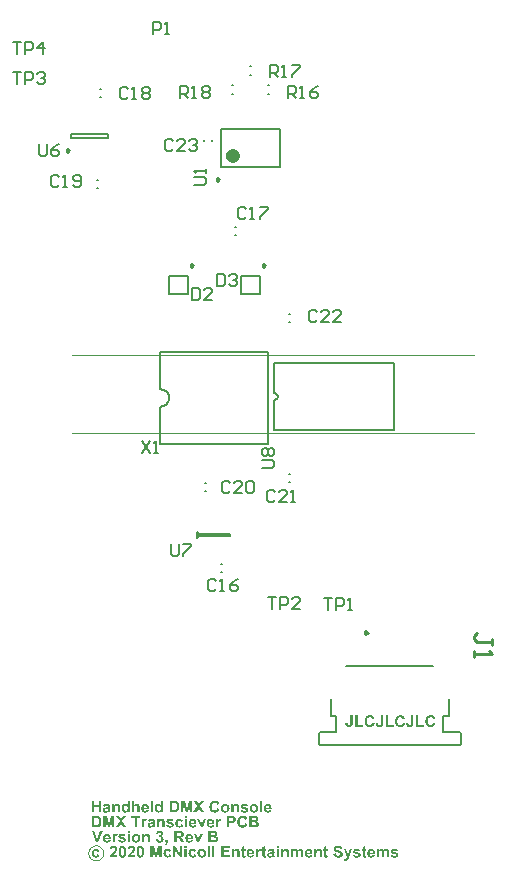
<source format=gto>
G04*
G04 #@! TF.GenerationSoftware,Altium Limited,CircuitStudio,1.5.2 (30)*
G04*
G04 Layer_Color=15065295*
%FSLAX25Y25*%
%MOIN*%
G70*
G01*
G75*
%ADD10C,0.00800*%
%ADD11C,0.01000*%
%ADD34C,0.00394*%
%ADD35C,0.00984*%
%ADD36C,0.00787*%
%ADD37C,0.02362*%
%ADD38C,0.00300*%
G36*
X185128Y275342D02*
X185178Y275336D01*
X185239Y275325D01*
X185306Y275314D01*
X185378Y275297D01*
X185456Y275275D01*
X185533Y275247D01*
X185617Y275214D01*
X185700Y275169D01*
X185777Y275125D01*
X185855Y275070D01*
X185933Y275003D01*
X186000Y274931D01*
X186005Y274925D01*
X186016Y274914D01*
X186033Y274886D01*
X186055Y274853D01*
X186083Y274809D01*
X186110Y274759D01*
X186144Y274692D01*
X186177Y274620D01*
X186210Y274537D01*
X186244Y274443D01*
X186272Y274343D01*
X186299Y274226D01*
X186321Y274104D01*
X186338Y273971D01*
X186349Y273832D01*
Y273677D01*
X184507D01*
Y273671D01*
Y273660D01*
Y273643D01*
X184512Y273621D01*
X184518Y273566D01*
X184529Y273488D01*
X184551Y273410D01*
X184584Y273321D01*
X184623Y273238D01*
X184679Y273166D01*
X184684Y273160D01*
X184712Y273138D01*
X184745Y273111D01*
X184795Y273077D01*
X184856Y273044D01*
X184934Y273016D01*
X185017Y272994D01*
X185106Y272988D01*
X185134D01*
X185167Y272994D01*
X185206Y273000D01*
X185250Y273011D01*
X185300Y273027D01*
X185350Y273049D01*
X185395Y273083D01*
X185400Y273088D01*
X185417Y273099D01*
X185439Y273122D01*
X185461Y273155D01*
X185494Y273199D01*
X185522Y273249D01*
X185550Y273316D01*
X185578Y273388D01*
X186310Y273266D01*
Y273260D01*
X186305Y273249D01*
X186294Y273227D01*
X186283Y273199D01*
X186266Y273166D01*
X186249Y273127D01*
X186199Y273038D01*
X186138Y272938D01*
X186061Y272833D01*
X185966Y272739D01*
X185861Y272650D01*
X185855D01*
X185850Y272639D01*
X185828Y272633D01*
X185805Y272617D01*
X185777Y272600D01*
X185739Y272583D01*
X185700Y272567D01*
X185650Y272544D01*
X185539Y272505D01*
X185411Y272472D01*
X185261Y272450D01*
X185100Y272439D01*
X185067D01*
X185034Y272445D01*
X184984D01*
X184923Y272456D01*
X184851Y272467D01*
X184773Y272478D01*
X184695Y272500D01*
X184607Y272522D01*
X184518Y272555D01*
X184429Y272594D01*
X184340Y272639D01*
X184251Y272694D01*
X184168Y272755D01*
X184096Y272827D01*
X184024Y272911D01*
X184018Y272916D01*
X184013Y272927D01*
X184002Y272950D01*
X183979Y272977D01*
X183963Y273016D01*
X183940Y273061D01*
X183913Y273111D01*
X183891Y273171D01*
X183863Y273238D01*
X183841Y273310D01*
X183813Y273388D01*
X183796Y273477D01*
X183780Y273566D01*
X183763Y273660D01*
X183757Y273765D01*
X183752Y273871D01*
Y273876D01*
Y273899D01*
Y273937D01*
X183757Y273987D01*
X183763Y274043D01*
X183768Y274110D01*
X183780Y274182D01*
X183796Y274265D01*
X183841Y274437D01*
X183868Y274526D01*
X183902Y274620D01*
X183946Y274709D01*
X183996Y274792D01*
X184052Y274875D01*
X184113Y274953D01*
X184118Y274959D01*
X184129Y274970D01*
X184151Y274992D01*
X184179Y275014D01*
X184212Y275042D01*
X184257Y275075D01*
X184307Y275114D01*
X184362Y275153D01*
X184423Y275186D01*
X184495Y275225D01*
X184568Y275258D01*
X184651Y275286D01*
X184734Y275308D01*
X184828Y275330D01*
X184923Y275342D01*
X185023Y275347D01*
X185084D01*
X185128Y275342D01*
D02*
G37*
G36*
X205275Y272711D02*
Y272705D01*
Y272700D01*
Y272683D01*
Y272661D01*
Y272600D01*
X205269Y272528D01*
X205264Y272450D01*
X205253Y272367D01*
X205236Y272284D01*
X205219Y272211D01*
Y272206D01*
X205208Y272178D01*
X205191Y272145D01*
X205175Y272100D01*
X205141Y272045D01*
X205108Y271989D01*
X205064Y271934D01*
X205008Y271878D01*
X205003Y271873D01*
X204980Y271856D01*
X204947Y271829D01*
X204903Y271795D01*
X204847Y271756D01*
X204781Y271718D01*
X204703Y271679D01*
X204620Y271645D01*
X204475Y271951D01*
X204487Y271956D01*
X204514Y271967D01*
X204553Y271984D01*
X204598Y272006D01*
X204653Y272034D01*
X204703Y272073D01*
X204753Y272112D01*
X204792Y272156D01*
X204797Y272162D01*
X204808Y272178D01*
X204825Y272206D01*
X204842Y272245D01*
X204864Y272295D01*
X204881Y272356D01*
X204892Y272422D01*
X204897Y272500D01*
X204537D01*
Y273238D01*
X205275D01*
Y272711D01*
D02*
G37*
G36*
X242371Y270658D02*
X241633D01*
Y271341D01*
X242371D01*
Y270658D01*
D02*
G37*
G36*
X192759Y272500D02*
X192021D01*
Y275286D01*
X192759D01*
Y272500D01*
D02*
G37*
G36*
X212579Y275342D02*
X212629Y275336D01*
X212689Y275325D01*
X212756Y275314D01*
X212828Y275297D01*
X212906Y275275D01*
X212984Y275247D01*
X213067Y275214D01*
X213150Y275169D01*
X213228Y275125D01*
X213305Y275070D01*
X213383Y275003D01*
X213450Y274931D01*
X213455Y274925D01*
X213467Y274914D01*
X213483Y274886D01*
X213505Y274853D01*
X213533Y274809D01*
X213561Y274759D01*
X213594Y274692D01*
X213627Y274620D01*
X213661Y274537D01*
X213694Y274443D01*
X213722Y274343D01*
X213750Y274226D01*
X213772Y274104D01*
X213788Y273971D01*
X213800Y273832D01*
Y273677D01*
X211957D01*
Y273671D01*
Y273660D01*
Y273643D01*
X211962Y273621D01*
X211968Y273566D01*
X211979Y273488D01*
X212001Y273410D01*
X212035Y273321D01*
X212073Y273238D01*
X212129Y273166D01*
X212135Y273160D01*
X212162Y273138D01*
X212196Y273111D01*
X212245Y273077D01*
X212307Y273044D01*
X212384Y273016D01*
X212468Y272994D01*
X212556Y272988D01*
X212584D01*
X212617Y272994D01*
X212656Y273000D01*
X212701Y273011D01*
X212751Y273027D01*
X212801Y273049D01*
X212845Y273083D01*
X212850Y273088D01*
X212867Y273099D01*
X212889Y273122D01*
X212912Y273155D01*
X212945Y273199D01*
X212973Y273249D01*
X213000Y273316D01*
X213028Y273388D01*
X213761Y273266D01*
Y273260D01*
X213755Y273249D01*
X213744Y273227D01*
X213733Y273199D01*
X213716Y273166D01*
X213700Y273127D01*
X213650Y273038D01*
X213589Y272938D01*
X213511Y272833D01*
X213417Y272739D01*
X213311Y272650D01*
X213305D01*
X213300Y272639D01*
X213278Y272633D01*
X213256Y272617D01*
X213228Y272600D01*
X213189Y272583D01*
X213150Y272567D01*
X213100Y272544D01*
X212989Y272505D01*
X212861Y272472D01*
X212712Y272450D01*
X212551Y272439D01*
X212517D01*
X212484Y272445D01*
X212434D01*
X212373Y272456D01*
X212301Y272467D01*
X212223Y272478D01*
X212146Y272500D01*
X212057Y272522D01*
X211968Y272555D01*
X211879Y272594D01*
X211790Y272639D01*
X211702Y272694D01*
X211618Y272755D01*
X211546Y272827D01*
X211474Y272911D01*
X211469Y272916D01*
X211463Y272927D01*
X211452Y272950D01*
X211430Y272977D01*
X211413Y273016D01*
X211391Y273061D01*
X211363Y273111D01*
X211341Y273171D01*
X211313Y273238D01*
X211291Y273310D01*
X211263Y273388D01*
X211246Y273477D01*
X211230Y273566D01*
X211213Y273660D01*
X211208Y273765D01*
X211202Y273871D01*
Y273876D01*
Y273899D01*
Y273937D01*
X211208Y273987D01*
X211213Y274043D01*
X211219Y274110D01*
X211230Y274182D01*
X211246Y274265D01*
X211291Y274437D01*
X211319Y274526D01*
X211352Y274620D01*
X211396Y274709D01*
X211446Y274792D01*
X211502Y274875D01*
X211563Y274953D01*
X211568Y274959D01*
X211579Y274970D01*
X211602Y274992D01*
X211629Y275014D01*
X211663Y275042D01*
X211707Y275075D01*
X211757Y275114D01*
X211813Y275153D01*
X211874Y275186D01*
X211946Y275225D01*
X212018Y275258D01*
X212101Y275286D01*
X212185Y275308D01*
X212279Y275330D01*
X212373Y275342D01*
X212473Y275347D01*
X212534D01*
X212579Y275342D01*
D02*
G37*
G36*
X194885D02*
X194941Y275336D01*
X195002Y275325D01*
X195074Y275314D01*
X195146Y275297D01*
X195229Y275275D01*
X195312Y275247D01*
X195396Y275214D01*
X195484Y275175D01*
X195573Y275125D01*
X195657Y275070D01*
X195740Y275009D01*
X195817Y274937D01*
X195823Y274931D01*
X195834Y274920D01*
X195856Y274892D01*
X195879Y274864D01*
X195912Y274820D01*
X195945Y274776D01*
X195984Y274714D01*
X196023Y274653D01*
X196056Y274581D01*
X196095Y274503D01*
X196128Y274415D01*
X196162Y274326D01*
X196184Y274226D01*
X196206Y274126D01*
X196217Y274015D01*
X196223Y273899D01*
Y273893D01*
Y273871D01*
Y273838D01*
X196217Y273793D01*
X196212Y273738D01*
X196201Y273677D01*
X196189Y273604D01*
X196173Y273532D01*
X196151Y273449D01*
X196123Y273366D01*
X196089Y273277D01*
X196051Y273188D01*
X196001Y273099D01*
X195945Y273016D01*
X195884Y272933D01*
X195812Y272850D01*
X195806Y272844D01*
X195795Y272833D01*
X195773Y272811D01*
X195740Y272783D01*
X195701Y272755D01*
X195651Y272722D01*
X195596Y272683D01*
X195534Y272644D01*
X195462Y272605D01*
X195385Y272567D01*
X195301Y272533D01*
X195207Y272505D01*
X195113Y272478D01*
X195007Y272456D01*
X194902Y272445D01*
X194785Y272439D01*
X194746D01*
X194719Y272445D01*
X194685D01*
X194647Y272450D01*
X194552Y272461D01*
X194436Y272483D01*
X194313Y272511D01*
X194186Y272555D01*
X194053Y272611D01*
X194047D01*
X194036Y272617D01*
X194019Y272628D01*
X193997Y272644D01*
X193936Y272683D01*
X193858Y272739D01*
X193775Y272811D01*
X193686Y272900D01*
X193603Y273000D01*
X193525Y273116D01*
Y273122D01*
X193520Y273133D01*
X193509Y273149D01*
X193498Y273177D01*
X193486Y273210D01*
X193470Y273249D01*
X193453Y273294D01*
X193437Y273344D01*
X193420Y273399D01*
X193403Y273460D01*
X193376Y273599D01*
X193353Y273760D01*
X193348Y273932D01*
Y273937D01*
Y273949D01*
Y273971D01*
X193353Y273993D01*
Y274026D01*
X193359Y274065D01*
X193370Y274160D01*
X193392Y274265D01*
X193426Y274381D01*
X193464Y274509D01*
X193525Y274637D01*
Y274642D01*
X193536Y274653D01*
X193542Y274670D01*
X193559Y274692D01*
X193603Y274753D01*
X193658Y274831D01*
X193731Y274914D01*
X193819Y275003D01*
X193919Y275086D01*
X194036Y275164D01*
X194042D01*
X194053Y275169D01*
X194069Y275181D01*
X194097Y275192D01*
X194125Y275208D01*
X194164Y275219D01*
X194208Y275236D01*
X194252Y275258D01*
X194363Y275292D01*
X194491Y275319D01*
X194630Y275342D01*
X194780Y275347D01*
X194841D01*
X194885Y275342D01*
D02*
G37*
G36*
X211641Y270658D02*
X210902D01*
Y271341D01*
X211641D01*
Y270658D01*
D02*
G37*
G36*
X236149Y270342D02*
X236210Y270331D01*
X236288Y270314D01*
X236371Y270286D01*
X236455Y270253D01*
X236543Y270203D01*
X236310Y269565D01*
X236305Y269570D01*
X236277Y269581D01*
X236244Y269603D01*
X236199Y269626D01*
X236144Y269648D01*
X236088Y269670D01*
X236027Y269681D01*
X235966Y269687D01*
X235944D01*
X235911Y269681D01*
X235877Y269676D01*
X235839Y269665D01*
X235794Y269648D01*
X235750Y269626D01*
X235705Y269598D01*
X235700Y269592D01*
X235689Y269581D01*
X235666Y269559D01*
X235644Y269526D01*
X235617Y269487D01*
X235589Y269431D01*
X235561Y269365D01*
X235539Y269287D01*
Y269276D01*
X235533Y269259D01*
X235528Y269243D01*
Y269215D01*
X235522Y269182D01*
X235517Y269137D01*
X235511Y269087D01*
X235506Y269032D01*
X235500Y268960D01*
X235494Y268887D01*
Y268799D01*
X235489Y268704D01*
X235483Y268599D01*
Y268482D01*
Y268355D01*
Y267500D01*
X234745D01*
Y270286D01*
X235428D01*
Y269892D01*
X235433Y269898D01*
X235456Y269931D01*
X235489Y269981D01*
X235533Y270042D01*
X235578Y270103D01*
X235633Y270164D01*
X235683Y270219D01*
X235739Y270258D01*
X235744Y270264D01*
X235761Y270275D01*
X235794Y270286D01*
X235833Y270303D01*
X235877Y270319D01*
X235933Y270336D01*
X235988Y270342D01*
X236055Y270347D01*
X236099D01*
X236149Y270342D01*
D02*
G37*
G36*
X255846D02*
X255907Y270336D01*
X255974Y270325D01*
X256046Y270308D01*
X256124Y270286D01*
X256202Y270258D01*
X256213Y270253D01*
X256235Y270242D01*
X256274Y270225D01*
X256318Y270197D01*
X256368Y270164D01*
X256418Y270125D01*
X256468Y270081D01*
X256512Y270031D01*
X256518Y270025D01*
X256529Y270009D01*
X256546Y269981D01*
X256568Y269942D01*
X256596Y269898D01*
X256618Y269842D01*
X256640Y269787D01*
X256657Y269720D01*
Y269714D01*
X256662Y269687D01*
X256673Y269648D01*
X256679Y269592D01*
X256690Y269526D01*
X256695Y269437D01*
X256701Y269343D01*
Y269226D01*
Y267500D01*
X255963D01*
Y268915D01*
Y268921D01*
Y268937D01*
Y268960D01*
Y268987D01*
Y269026D01*
Y269065D01*
X255957Y269160D01*
X255952Y269254D01*
X255941Y269354D01*
X255930Y269437D01*
X255924Y269470D01*
X255913Y269498D01*
Y269503D01*
X255902Y269520D01*
X255891Y269542D01*
X255874Y269576D01*
X255824Y269642D01*
X255796Y269676D01*
X255757Y269703D01*
X255752Y269709D01*
X255741Y269714D01*
X255719Y269726D01*
X255685Y269742D01*
X255646Y269759D01*
X255608Y269770D01*
X255558Y269776D01*
X255502Y269781D01*
X255469D01*
X255436Y269776D01*
X255391Y269770D01*
X255336Y269753D01*
X255280Y269737D01*
X255219Y269709D01*
X255158Y269676D01*
X255153Y269670D01*
X255136Y269659D01*
X255108Y269631D01*
X255075Y269603D01*
X255042Y269559D01*
X255008Y269515D01*
X254975Y269454D01*
X254953Y269392D01*
Y269387D01*
X254942Y269359D01*
X254936Y269315D01*
X254925Y269248D01*
X254920Y269209D01*
X254914Y269160D01*
X254908Y269110D01*
Y269049D01*
X254903Y268987D01*
X254897Y268915D01*
Y268838D01*
Y268754D01*
Y267500D01*
X254159D01*
Y270286D01*
X254842D01*
Y269875D01*
X254847Y269881D01*
X254858Y269898D01*
X254881Y269920D01*
X254908Y269948D01*
X254942Y269986D01*
X254986Y270025D01*
X255036Y270070D01*
X255092Y270114D01*
X255153Y270153D01*
X255225Y270197D01*
X255297Y270236D01*
X255380Y270275D01*
X255469Y270303D01*
X255558Y270325D01*
X255658Y270342D01*
X255757Y270347D01*
X255796D01*
X255846Y270342D01*
D02*
G37*
G36*
X244807D02*
X244868Y270336D01*
X244935Y270325D01*
X245007Y270308D01*
X245085Y270286D01*
X245163Y270258D01*
X245174Y270253D01*
X245196Y270242D01*
X245235Y270225D01*
X245279Y270197D01*
X245329Y270164D01*
X245379Y270125D01*
X245429Y270081D01*
X245473Y270031D01*
X245479Y270025D01*
X245490Y270009D01*
X245507Y269981D01*
X245529Y269942D01*
X245557Y269898D01*
X245579Y269842D01*
X245601Y269787D01*
X245618Y269720D01*
Y269714D01*
X245623Y269687D01*
X245634Y269648D01*
X245640Y269592D01*
X245651Y269526D01*
X245656Y269437D01*
X245662Y269343D01*
Y269226D01*
Y267500D01*
X244924D01*
Y268915D01*
Y268921D01*
Y268937D01*
Y268960D01*
Y268987D01*
Y269026D01*
Y269065D01*
X244918Y269160D01*
X244913Y269254D01*
X244902Y269354D01*
X244891Y269437D01*
X244885Y269470D01*
X244874Y269498D01*
Y269503D01*
X244863Y269520D01*
X244852Y269542D01*
X244835Y269576D01*
X244785Y269642D01*
X244757Y269676D01*
X244719Y269703D01*
X244713Y269709D01*
X244702Y269714D01*
X244680Y269726D01*
X244646Y269742D01*
X244607Y269759D01*
X244569Y269770D01*
X244519Y269776D01*
X244463Y269781D01*
X244430D01*
X244397Y269776D01*
X244352Y269770D01*
X244297Y269753D01*
X244241Y269737D01*
X244180Y269709D01*
X244119Y269676D01*
X244114Y269670D01*
X244097Y269659D01*
X244069Y269631D01*
X244036Y269603D01*
X244003Y269559D01*
X243969Y269515D01*
X243936Y269454D01*
X243914Y269392D01*
Y269387D01*
X243903Y269359D01*
X243897Y269315D01*
X243886Y269248D01*
X243881Y269209D01*
X243875Y269160D01*
X243869Y269110D01*
Y269049D01*
X243864Y268987D01*
X243858Y268915D01*
Y268838D01*
Y268754D01*
Y267500D01*
X243120D01*
Y270286D01*
X243803D01*
Y269875D01*
X243808Y269881D01*
X243819Y269898D01*
X243842Y269920D01*
X243869Y269948D01*
X243903Y269986D01*
X243947Y270025D01*
X243997Y270070D01*
X244053Y270114D01*
X244114Y270153D01*
X244186Y270197D01*
X244258Y270236D01*
X244341Y270275D01*
X244430Y270303D01*
X244519Y270325D01*
X244619Y270342D01*
X244719Y270347D01*
X244757D01*
X244807Y270342D01*
D02*
G37*
G36*
X262190Y271407D02*
X262251Y271402D01*
X262323Y271396D01*
X262395Y271385D01*
X262478Y271374D01*
X262656Y271335D01*
X262745Y271307D01*
X262834Y271280D01*
X262923Y271241D01*
X263006Y271196D01*
X263084Y271146D01*
X263156Y271091D01*
X263161Y271085D01*
X263172Y271074D01*
X263189Y271058D01*
X263211Y271035D01*
X263239Y271002D01*
X263272Y270963D01*
X263305Y270919D01*
X263344Y270869D01*
X263378Y270808D01*
X263411Y270747D01*
X263444Y270675D01*
X263472Y270597D01*
X263500Y270519D01*
X263522Y270430D01*
X263539Y270342D01*
X263544Y270242D01*
X262767Y270214D01*
Y270219D01*
Y270225D01*
X262756Y270264D01*
X262745Y270314D01*
X262723Y270375D01*
X262695Y270447D01*
X262656Y270514D01*
X262606Y270580D01*
X262551Y270636D01*
X262545Y270641D01*
X262523Y270658D01*
X262484Y270680D01*
X262429Y270702D01*
X262362Y270725D01*
X262279Y270747D01*
X262179Y270763D01*
X262062Y270769D01*
X262007D01*
X261946Y270763D01*
X261874Y270752D01*
X261790Y270736D01*
X261701Y270708D01*
X261618Y270675D01*
X261541Y270625D01*
X261535Y270619D01*
X261524Y270608D01*
X261502Y270591D01*
X261480Y270564D01*
X261457Y270530D01*
X261435Y270486D01*
X261424Y270442D01*
X261419Y270386D01*
Y270380D01*
Y270364D01*
X261424Y270336D01*
X261435Y270308D01*
X261446Y270269D01*
X261463Y270231D01*
X261491Y270192D01*
X261529Y270153D01*
X261535Y270147D01*
X261563Y270131D01*
X261579Y270120D01*
X261607Y270109D01*
X261635Y270092D01*
X261674Y270075D01*
X261718Y270059D01*
X261768Y270036D01*
X261829Y270014D01*
X261890Y269992D01*
X261968Y269970D01*
X262051Y269948D01*
X262140Y269925D01*
X262240Y269898D01*
X262245D01*
X262268Y269892D01*
X262295Y269886D01*
X262334Y269875D01*
X262379Y269864D01*
X262434Y269848D01*
X262495Y269831D01*
X262556Y269814D01*
X262689Y269770D01*
X262828Y269726D01*
X262961Y269676D01*
X263017Y269648D01*
X263072Y269620D01*
X263078D01*
X263084Y269615D01*
X263117Y269592D01*
X263167Y269559D01*
X263228Y269515D01*
X263294Y269459D01*
X263367Y269392D01*
X263439Y269315D01*
X263500Y269226D01*
X263505Y269215D01*
X263522Y269182D01*
X263550Y269132D01*
X263577Y269059D01*
X263605Y268971D01*
X263633Y268865D01*
X263650Y268749D01*
X263655Y268616D01*
Y268610D01*
Y268599D01*
Y268582D01*
Y268560D01*
X263650Y268532D01*
X263644Y268493D01*
X263633Y268416D01*
X263611Y268316D01*
X263577Y268210D01*
X263527Y268105D01*
X263466Y267994D01*
Y267988D01*
X263455Y267983D01*
X263433Y267950D01*
X263389Y267894D01*
X263333Y267833D01*
X263261Y267761D01*
X263167Y267694D01*
X263067Y267628D01*
X262945Y267567D01*
X262939D01*
X262928Y267561D01*
X262912Y267555D01*
X262884Y267544D01*
X262850Y267533D01*
X262811Y267522D01*
X262767Y267511D01*
X262717Y267500D01*
X262656Y267483D01*
X262595Y267472D01*
X262451Y267450D01*
X262290Y267433D01*
X262112Y267428D01*
X262040D01*
X261990Y267433D01*
X261929Y267439D01*
X261862Y267444D01*
X261785Y267456D01*
X261701Y267472D01*
X261518Y267511D01*
X261424Y267539D01*
X261335Y267567D01*
X261241Y267605D01*
X261152Y267650D01*
X261069Y267700D01*
X260991Y267761D01*
X260986Y267766D01*
X260975Y267777D01*
X260952Y267794D01*
X260930Y267822D01*
X260897Y267861D01*
X260863Y267905D01*
X260825Y267955D01*
X260786Y268011D01*
X260747Y268077D01*
X260708Y268149D01*
X260669Y268233D01*
X260630Y268321D01*
X260603Y268416D01*
X260569Y268521D01*
X260547Y268632D01*
X260530Y268749D01*
X261285Y268821D01*
Y268815D01*
X261291Y268804D01*
Y268782D01*
X261296Y268760D01*
X261319Y268693D01*
X261346Y268610D01*
X261380Y268516D01*
X261430Y268421D01*
X261485Y268338D01*
X261557Y268260D01*
X261568Y268255D01*
X261596Y268233D01*
X261641Y268205D01*
X261707Y268172D01*
X261790Y268138D01*
X261885Y268110D01*
X261996Y268088D01*
X262123Y268083D01*
X262184D01*
X262251Y268094D01*
X262334Y268105D01*
X262423Y268122D01*
X262517Y268149D01*
X262606Y268188D01*
X262684Y268238D01*
X262695Y268244D01*
X262717Y268266D01*
X262745Y268299D01*
X262784Y268344D01*
X262817Y268399D01*
X262850Y268466D01*
X262873Y268532D01*
X262878Y268610D01*
Y268616D01*
Y268632D01*
X262873Y268660D01*
X262867Y268693D01*
X262856Y268726D01*
X262845Y268765D01*
X262823Y268804D01*
X262795Y268843D01*
X262789Y268849D01*
X262778Y268860D01*
X262762Y268876D01*
X262734Y268899D01*
X262695Y268926D01*
X262645Y268954D01*
X262590Y268982D01*
X262517Y269010D01*
X262512D01*
X262490Y269021D01*
X262451Y269032D01*
X262423Y269043D01*
X262390Y269049D01*
X262351Y269059D01*
X262306Y269076D01*
X262257Y269087D01*
X262201Y269104D01*
X262135Y269121D01*
X262062Y269137D01*
X261985Y269160D01*
X261896Y269182D01*
X261890D01*
X261868Y269187D01*
X261835Y269198D01*
X261796Y269209D01*
X261746Y269226D01*
X261685Y269243D01*
X261624Y269265D01*
X261552Y269287D01*
X261407Y269343D01*
X261269Y269409D01*
X261196Y269443D01*
X261135Y269481D01*
X261074Y269520D01*
X261024Y269559D01*
X261019Y269565D01*
X261008Y269576D01*
X260991Y269592D01*
X260969Y269615D01*
X260941Y269648D01*
X260913Y269687D01*
X260880Y269726D01*
X260852Y269776D01*
X260786Y269892D01*
X260730Y270025D01*
X260708Y270097D01*
X260691Y270169D01*
X260680Y270253D01*
X260675Y270336D01*
Y270342D01*
Y270347D01*
Y270364D01*
Y270386D01*
X260686Y270442D01*
X260697Y270514D01*
X260714Y270597D01*
X260741Y270691D01*
X260780Y270791D01*
X260836Y270885D01*
Y270891D01*
X260841Y270897D01*
X260869Y270930D01*
X260902Y270974D01*
X260958Y271030D01*
X261024Y271091D01*
X261108Y271158D01*
X261202Y271218D01*
X261313Y271274D01*
X261319D01*
X261330Y271280D01*
X261346Y271285D01*
X261369Y271296D01*
X261402Y271307D01*
X261435Y271318D01*
X261480Y271329D01*
X261529Y271346D01*
X261641Y271368D01*
X261768Y271391D01*
X261912Y271407D01*
X262073Y271413D01*
X262140D01*
X262190Y271407D01*
D02*
G37*
G36*
X278285Y270342D02*
X278357Y270331D01*
X278440Y270314D01*
X278524Y270292D01*
X278612Y270264D01*
X278696Y270219D01*
X278707Y270214D01*
X278729Y270197D01*
X278768Y270169D01*
X278818Y270131D01*
X278868Y270075D01*
X278923Y270014D01*
X278973Y269942D01*
X279017Y269853D01*
X279023Y269848D01*
X279029Y269820D01*
X279040Y269776D01*
X279056Y269714D01*
X279073Y269637D01*
X279084Y269537D01*
X279090Y269415D01*
X279095Y269276D01*
Y267500D01*
X278357D01*
Y269087D01*
Y269093D01*
Y269104D01*
Y269126D01*
Y269154D01*
X278351Y269226D01*
X278346Y269309D01*
X278341Y269398D01*
X278324Y269487D01*
X278307Y269565D01*
X278291Y269592D01*
X278279Y269620D01*
X278274Y269626D01*
X278257Y269648D01*
X278235Y269670D01*
X278202Y269703D01*
X278157Y269731D01*
X278102Y269759D01*
X278035Y269776D01*
X277963Y269781D01*
X277935D01*
X277907Y269776D01*
X277869Y269770D01*
X277824Y269759D01*
X277774Y269742D01*
X277719Y269720D01*
X277669Y269687D01*
X277663Y269681D01*
X277647Y269670D01*
X277625Y269648D01*
X277597Y269615D01*
X277564Y269576D01*
X277530Y269531D01*
X277502Y269476D01*
X277475Y269409D01*
Y269398D01*
X277464Y269376D01*
X277458Y269332D01*
X277447Y269270D01*
X277436Y269187D01*
X277430Y269087D01*
X277419Y268971D01*
Y268832D01*
Y267500D01*
X276681D01*
Y269021D01*
Y269026D01*
Y269037D01*
Y269059D01*
Y269087D01*
Y269154D01*
X276676Y269237D01*
X276670Y269326D01*
X276664Y269409D01*
X276653Y269487D01*
X276642Y269520D01*
X276637Y269542D01*
Y269548D01*
X276631Y269565D01*
X276620Y269587D01*
X276609Y269609D01*
X276570Y269670D01*
X276542Y269698D01*
X276515Y269720D01*
X276509Y269726D01*
X276498Y269731D01*
X276481Y269742D01*
X276459Y269753D01*
X276426Y269764D01*
X276387Y269770D01*
X276343Y269781D01*
X276265D01*
X276231Y269776D01*
X276193Y269770D01*
X276143Y269759D01*
X276093Y269742D01*
X276043Y269720D01*
X275987Y269687D01*
X275982Y269681D01*
X275965Y269670D01*
X275943Y269648D01*
X275915Y269620D01*
X275882Y269581D01*
X275849Y269537D01*
X275821Y269481D01*
X275793Y269420D01*
Y269415D01*
X275782Y269387D01*
X275776Y269343D01*
X275765Y269287D01*
X275754Y269204D01*
X275749Y269110D01*
X275738Y268987D01*
Y268849D01*
Y267500D01*
X274999D01*
Y270286D01*
X275676D01*
Y269903D01*
X275682Y269909D01*
X275693Y269920D01*
X275715Y269942D01*
X275743Y269975D01*
X275776Y270009D01*
X275815Y270042D01*
X275865Y270086D01*
X275921Y270125D01*
X275982Y270164D01*
X276048Y270208D01*
X276193Y270281D01*
X276276Y270308D01*
X276359Y270331D01*
X276448Y270342D01*
X276542Y270347D01*
X276587D01*
X276637Y270342D01*
X276698Y270336D01*
X276770Y270319D01*
X276848Y270303D01*
X276925Y270275D01*
X277003Y270236D01*
X277014Y270231D01*
X277036Y270214D01*
X277075Y270192D01*
X277119Y270153D01*
X277169Y270103D01*
X277225Y270047D01*
X277280Y269975D01*
X277330Y269898D01*
X277341Y269909D01*
X277364Y269936D01*
X277397Y269975D01*
X277447Y270025D01*
X277508Y270081D01*
X277574Y270136D01*
X277647Y270192D01*
X277724Y270236D01*
X277735Y270242D01*
X277763Y270253D01*
X277808Y270269D01*
X277863Y270292D01*
X277930Y270314D01*
X278008Y270331D01*
X278091Y270342D01*
X278180Y270347D01*
X278229D01*
X278285Y270342D01*
D02*
G37*
G36*
X249641D02*
X249713Y270331D01*
X249797Y270314D01*
X249880Y270292D01*
X249969Y270264D01*
X250052Y270219D01*
X250063Y270214D01*
X250085Y270197D01*
X250124Y270169D01*
X250174Y270131D01*
X250224Y270075D01*
X250280Y270014D01*
X250330Y269942D01*
X250374Y269853D01*
X250380Y269848D01*
X250385Y269820D01*
X250396Y269776D01*
X250413Y269714D01*
X250430Y269637D01*
X250441Y269537D01*
X250446Y269415D01*
X250452Y269276D01*
Y267500D01*
X249713D01*
Y269087D01*
Y269093D01*
Y269104D01*
Y269126D01*
Y269154D01*
X249708Y269226D01*
X249702Y269309D01*
X249697Y269398D01*
X249680Y269487D01*
X249664Y269565D01*
X249647Y269592D01*
X249636Y269620D01*
X249630Y269626D01*
X249614Y269648D01*
X249591Y269670D01*
X249558Y269703D01*
X249514Y269731D01*
X249458Y269759D01*
X249392Y269776D01*
X249320Y269781D01*
X249292D01*
X249264Y269776D01*
X249225Y269770D01*
X249181Y269759D01*
X249131Y269742D01*
X249075Y269720D01*
X249025Y269687D01*
X249020Y269681D01*
X249003Y269670D01*
X248981Y269648D01*
X248953Y269615D01*
X248920Y269576D01*
X248887Y269531D01*
X248859Y269476D01*
X248831Y269409D01*
Y269398D01*
X248820Y269376D01*
X248814Y269332D01*
X248803Y269270D01*
X248792Y269187D01*
X248787Y269087D01*
X248776Y268971D01*
Y268832D01*
Y267500D01*
X248037D01*
Y269021D01*
Y269026D01*
Y269037D01*
Y269059D01*
Y269087D01*
Y269154D01*
X248032Y269237D01*
X248026Y269326D01*
X248021Y269409D01*
X248010Y269487D01*
X247999Y269520D01*
X247993Y269542D01*
Y269548D01*
X247988Y269565D01*
X247976Y269587D01*
X247965Y269609D01*
X247926Y269670D01*
X247899Y269698D01*
X247871Y269720D01*
X247865Y269726D01*
X247854Y269731D01*
X247838Y269742D01*
X247815Y269753D01*
X247782Y269764D01*
X247743Y269770D01*
X247699Y269781D01*
X247621D01*
X247588Y269776D01*
X247549Y269770D01*
X247499Y269759D01*
X247449Y269742D01*
X247399Y269720D01*
X247344Y269687D01*
X247338Y269681D01*
X247322Y269670D01*
X247299Y269648D01*
X247271Y269620D01*
X247238Y269581D01*
X247205Y269537D01*
X247177Y269481D01*
X247149Y269420D01*
Y269415D01*
X247138Y269387D01*
X247133Y269343D01*
X247122Y269287D01*
X247111Y269204D01*
X247105Y269110D01*
X247094Y268987D01*
Y268849D01*
Y267500D01*
X246356D01*
Y270286D01*
X247033D01*
Y269903D01*
X247039Y269909D01*
X247049Y269920D01*
X247072Y269942D01*
X247099Y269975D01*
X247133Y270009D01*
X247172Y270042D01*
X247222Y270086D01*
X247277Y270125D01*
X247338Y270164D01*
X247405Y270208D01*
X247549Y270281D01*
X247632Y270308D01*
X247715Y270331D01*
X247804Y270342D01*
X247899Y270347D01*
X247943D01*
X247993Y270342D01*
X248054Y270336D01*
X248126Y270319D01*
X248204Y270303D01*
X248282Y270275D01*
X248359Y270236D01*
X248370Y270231D01*
X248393Y270214D01*
X248431Y270192D01*
X248476Y270153D01*
X248526Y270103D01*
X248581Y270047D01*
X248637Y269975D01*
X248687Y269898D01*
X248698Y269909D01*
X248720Y269936D01*
X248753Y269975D01*
X248803Y270025D01*
X248864Y270081D01*
X248931Y270136D01*
X249003Y270192D01*
X249081Y270236D01*
X249092Y270242D01*
X249120Y270253D01*
X249164Y270269D01*
X249220Y270292D01*
X249286Y270314D01*
X249364Y270331D01*
X249447Y270342D01*
X249536Y270347D01*
X249586D01*
X249641Y270342D01*
D02*
G37*
G36*
X209332Y276335D02*
X209393D01*
X209454Y276329D01*
X209526D01*
X209670Y276313D01*
X209820Y276296D01*
X209959Y276268D01*
X210020Y276252D01*
X210075Y276235D01*
X210081D01*
X210086Y276230D01*
X210120Y276213D01*
X210170Y276185D01*
X210236Y276152D01*
X210309Y276096D01*
X210381Y276035D01*
X210453Y275958D01*
X210520Y275863D01*
Y275858D01*
X210525Y275852D01*
X210536Y275836D01*
X210547Y275819D01*
X210575Y275763D01*
X210608Y275691D01*
X210636Y275602D01*
X210664Y275503D01*
X210686Y275386D01*
X210691Y275264D01*
Y275258D01*
Y275247D01*
Y275219D01*
X210686Y275192D01*
Y275153D01*
X210680Y275114D01*
X210658Y275014D01*
X210630Y274898D01*
X210586Y274781D01*
X210520Y274659D01*
X210481Y274604D01*
X210436Y274548D01*
X210431Y274542D01*
X210425Y274537D01*
X210408Y274520D01*
X210386Y274503D01*
X210364Y274481D01*
X210331Y274454D01*
X210292Y274426D01*
X210247Y274398D01*
X210198Y274365D01*
X210137Y274337D01*
X210075Y274309D01*
X210009Y274282D01*
X209931Y274254D01*
X209854Y274232D01*
X209770Y274209D01*
X209676Y274193D01*
X209681D01*
X209687Y274187D01*
X209720Y274165D01*
X209765Y274137D01*
X209820Y274098D01*
X209887Y274048D01*
X209953Y273998D01*
X210026Y273937D01*
X210086Y273871D01*
X210092Y273865D01*
X210120Y273838D01*
X210153Y273793D01*
X210203Y273727D01*
X210270Y273643D01*
X210303Y273588D01*
X210342Y273532D01*
X210386Y273471D01*
X210431Y273405D01*
X210481Y273327D01*
X210530Y273249D01*
X211002Y272500D01*
X210070D01*
X209515Y273333D01*
X209509Y273338D01*
X209504Y273355D01*
X209487Y273377D01*
X209465Y273405D01*
X209443Y273438D01*
X209415Y273482D01*
X209354Y273571D01*
X209282Y273671D01*
X209215Y273760D01*
X209154Y273843D01*
X209126Y273871D01*
X209104Y273899D01*
X209099Y273904D01*
X209088Y273915D01*
X209065Y273937D01*
X209038Y273965D01*
X208999Y273987D01*
X208960Y274015D01*
X208915Y274037D01*
X208871Y274060D01*
X208865D01*
X208849Y274065D01*
X208821Y274076D01*
X208777Y274082D01*
X208721Y274093D01*
X208655Y274098D01*
X208577Y274104D01*
X208327D01*
Y272500D01*
X207550D01*
Y276341D01*
X209282D01*
X209332Y276335D01*
D02*
G37*
G36*
X219644Y280342D02*
X219694Y280336D01*
X219755Y280325D01*
X219821Y280314D01*
X219893Y280297D01*
X219971Y280275D01*
X220049Y280247D01*
X220132Y280214D01*
X220215Y280170D01*
X220293Y280125D01*
X220371Y280070D01*
X220448Y280003D01*
X220515Y279931D01*
X220521Y279925D01*
X220532Y279914D01*
X220548Y279887D01*
X220570Y279853D01*
X220598Y279809D01*
X220626Y279759D01*
X220659Y279692D01*
X220693Y279620D01*
X220726Y279537D01*
X220759Y279443D01*
X220787Y279343D01*
X220815Y279226D01*
X220837Y279104D01*
X220853Y278971D01*
X220865Y278832D01*
Y278677D01*
X219022D01*
Y278671D01*
Y278660D01*
Y278643D01*
X219028Y278621D01*
X219033Y278566D01*
X219044Y278488D01*
X219066Y278410D01*
X219100Y278321D01*
X219139Y278238D01*
X219194Y278166D01*
X219200Y278160D01*
X219227Y278138D01*
X219261Y278111D01*
X219311Y278077D01*
X219372Y278044D01*
X219449Y278016D01*
X219533Y277994D01*
X219621Y277988D01*
X219649D01*
X219683Y277994D01*
X219721Y277999D01*
X219766Y278011D01*
X219816Y278027D01*
X219866Y278049D01*
X219910Y278083D01*
X219916Y278088D01*
X219932Y278099D01*
X219954Y278122D01*
X219977Y278155D01*
X220010Y278199D01*
X220038Y278249D01*
X220065Y278316D01*
X220093Y278388D01*
X220826Y278266D01*
Y278260D01*
X220820Y278249D01*
X220809Y278227D01*
X220798Y278199D01*
X220781Y278166D01*
X220765Y278127D01*
X220715Y278038D01*
X220654Y277939D01*
X220576Y277833D01*
X220482Y277739D01*
X220376Y277650D01*
X220371D01*
X220365Y277639D01*
X220343Y277633D01*
X220321Y277617D01*
X220293Y277600D01*
X220254Y277583D01*
X220215Y277567D01*
X220165Y277544D01*
X220054Y277505D01*
X219927Y277472D01*
X219777Y277450D01*
X219616Y277439D01*
X219583D01*
X219549Y277445D01*
X219499D01*
X219438Y277456D01*
X219366Y277467D01*
X219288Y277478D01*
X219211Y277500D01*
X219122Y277522D01*
X219033Y277555D01*
X218944Y277594D01*
X218856Y277639D01*
X218767Y277694D01*
X218684Y277755D01*
X218611Y277827D01*
X218539Y277911D01*
X218534Y277916D01*
X218528Y277927D01*
X218517Y277950D01*
X218495Y277977D01*
X218478Y278016D01*
X218456Y278061D01*
X218428Y278111D01*
X218406Y278171D01*
X218378Y278238D01*
X218356Y278310D01*
X218328Y278388D01*
X218312Y278477D01*
X218295Y278566D01*
X218278Y278660D01*
X218273Y278765D01*
X218267Y278871D01*
Y278876D01*
Y278899D01*
Y278937D01*
X218273Y278987D01*
X218278Y279043D01*
X218284Y279110D01*
X218295Y279182D01*
X218312Y279265D01*
X218356Y279437D01*
X218384Y279526D01*
X218417Y279620D01*
X218461Y279709D01*
X218512Y279792D01*
X218567Y279875D01*
X218628Y279953D01*
X218634Y279959D01*
X218645Y279970D01*
X218667Y279992D01*
X218695Y280014D01*
X218728Y280042D01*
X218772Y280075D01*
X218822Y280114D01*
X218878Y280153D01*
X218939Y280186D01*
X219011Y280225D01*
X219083Y280258D01*
X219166Y280286D01*
X219250Y280308D01*
X219344Y280330D01*
X219438Y280342D01*
X219538Y280347D01*
X219599D01*
X219644Y280342D01*
D02*
G37*
G36*
X213672D02*
X213722Y280336D01*
X213783Y280325D01*
X213849Y280314D01*
X213922Y280297D01*
X213999Y280275D01*
X214077Y280247D01*
X214160Y280214D01*
X214244Y280170D01*
X214321Y280125D01*
X214399Y280070D01*
X214477Y280003D01*
X214543Y279931D01*
X214549Y279925D01*
X214560Y279914D01*
X214577Y279887D01*
X214599Y279853D01*
X214627Y279809D01*
X214654Y279759D01*
X214687Y279692D01*
X214721Y279620D01*
X214754Y279537D01*
X214787Y279443D01*
X214815Y279343D01*
X214843Y279226D01*
X214865Y279104D01*
X214882Y278971D01*
X214893Y278832D01*
Y278677D01*
X213050D01*
Y278671D01*
Y278660D01*
Y278643D01*
X213056Y278621D01*
X213061Y278566D01*
X213072Y278488D01*
X213095Y278410D01*
X213128Y278321D01*
X213167Y278238D01*
X213222Y278166D01*
X213228Y278160D01*
X213256Y278138D01*
X213289Y278111D01*
X213339Y278077D01*
X213400Y278044D01*
X213478Y278016D01*
X213561Y277994D01*
X213650Y277988D01*
X213677D01*
X213711Y277994D01*
X213750Y277999D01*
X213794Y278011D01*
X213844Y278027D01*
X213894Y278049D01*
X213938Y278083D01*
X213944Y278088D01*
X213960Y278099D01*
X213983Y278122D01*
X214005Y278155D01*
X214038Y278199D01*
X214066Y278249D01*
X214094Y278316D01*
X214121Y278388D01*
X214854Y278266D01*
Y278260D01*
X214848Y278249D01*
X214837Y278227D01*
X214826Y278199D01*
X214810Y278166D01*
X214793Y278127D01*
X214743Y278038D01*
X214682Y277939D01*
X214604Y277833D01*
X214510Y277739D01*
X214404Y277650D01*
X214399D01*
X214393Y277639D01*
X214371Y277633D01*
X214349Y277617D01*
X214321Y277600D01*
X214282Y277583D01*
X214244Y277567D01*
X214194Y277544D01*
X214083Y277505D01*
X213955Y277472D01*
X213805Y277450D01*
X213644Y277439D01*
X213611D01*
X213578Y277445D01*
X213528D01*
X213467Y277456D01*
X213394Y277467D01*
X213317Y277478D01*
X213239Y277500D01*
X213150Y277522D01*
X213061Y277555D01*
X212973Y277594D01*
X212884Y277639D01*
X212795Y277694D01*
X212712Y277755D01*
X212640Y277827D01*
X212567Y277911D01*
X212562Y277916D01*
X212556Y277927D01*
X212545Y277950D01*
X212523Y277977D01*
X212506Y278016D01*
X212484Y278061D01*
X212456Y278111D01*
X212434Y278171D01*
X212406Y278238D01*
X212384Y278310D01*
X212356Y278388D01*
X212340Y278477D01*
X212323Y278566D01*
X212307Y278660D01*
X212301Y278765D01*
X212295Y278871D01*
Y278876D01*
Y278899D01*
Y278937D01*
X212301Y278987D01*
X212307Y279043D01*
X212312Y279110D01*
X212323Y279182D01*
X212340Y279265D01*
X212384Y279437D01*
X212412Y279526D01*
X212445Y279620D01*
X212490Y279709D01*
X212540Y279792D01*
X212595Y279875D01*
X212656Y279953D01*
X212662Y279959D01*
X212673Y279970D01*
X212695Y279992D01*
X212723Y280014D01*
X212756Y280042D01*
X212801Y280075D01*
X212850Y280114D01*
X212906Y280153D01*
X212967Y280186D01*
X213039Y280225D01*
X213111Y280258D01*
X213194Y280286D01*
X213278Y280308D01*
X213372Y280330D01*
X213467Y280342D01*
X213566Y280347D01*
X213627D01*
X213672Y280342D01*
D02*
G37*
G36*
X192759Y275658D02*
X192021D01*
Y276341D01*
X192759D01*
Y275658D01*
D02*
G37*
G36*
X199986Y280342D02*
X200030D01*
X200141Y280330D01*
X200257Y280319D01*
X200380Y280297D01*
X200496Y280264D01*
X200546Y280247D01*
X200596Y280225D01*
X200602D01*
X200607Y280220D01*
X200635Y280203D01*
X200679Y280181D01*
X200729Y280147D01*
X200790Y280103D01*
X200846Y280053D01*
X200896Y279992D01*
X200940Y279931D01*
X200946Y279920D01*
X200957Y279898D01*
X200974Y279848D01*
X200979Y279820D01*
X200990Y279781D01*
X201001Y279742D01*
X201007Y279692D01*
X201018Y279637D01*
X201023Y279576D01*
X201029Y279509D01*
X201034Y279437D01*
X201040Y279359D01*
Y279270D01*
X201029Y278410D01*
Y278405D01*
Y278394D01*
Y278377D01*
Y278349D01*
Y278282D01*
X201034Y278205D01*
Y278116D01*
X201046Y278027D01*
X201051Y277939D01*
X201062Y277866D01*
Y277861D01*
X201068Y277838D01*
X201079Y277800D01*
X201090Y277755D01*
X201112Y277700D01*
X201134Y277639D01*
X201162Y277572D01*
X201196Y277500D01*
X200468D01*
Y277505D01*
X200463Y277511D01*
X200457Y277533D01*
X200446Y277555D01*
X200435Y277583D01*
X200424Y277622D01*
X200413Y277666D01*
X200396Y277716D01*
Y277722D01*
X200391Y277728D01*
X200385Y277750D01*
X200374Y277778D01*
X200368Y277800D01*
X200357Y277794D01*
X200335Y277772D01*
X200296Y277739D01*
X200246Y277700D01*
X200185Y277655D01*
X200119Y277606D01*
X200041Y277567D01*
X199963Y277528D01*
X199952Y277522D01*
X199925Y277517D01*
X199880Y277500D01*
X199825Y277483D01*
X199758Y277467D01*
X199680Y277456D01*
X199592Y277445D01*
X199503Y277439D01*
X199464D01*
X199431Y277445D01*
X199397D01*
X199353Y277450D01*
X199258Y277467D01*
X199147Y277495D01*
X199037Y277533D01*
X198925Y277589D01*
X198826Y277666D01*
Y277672D01*
X198814Y277678D01*
X198787Y277711D01*
X198748Y277761D01*
X198704Y277827D01*
X198659Y277911D01*
X198620Y278011D01*
X198592Y278127D01*
X198587Y278188D01*
X198581Y278255D01*
Y278266D01*
Y278294D01*
X198587Y278338D01*
X198598Y278394D01*
X198609Y278460D01*
X198626Y278527D01*
X198653Y278599D01*
X198692Y278671D01*
X198698Y278682D01*
X198715Y278704D01*
X198737Y278738D01*
X198776Y278777D01*
X198814Y278821D01*
X198870Y278871D01*
X198931Y278915D01*
X199003Y278954D01*
X199014Y278960D01*
X199042Y278971D01*
X199086Y278987D01*
X199153Y279015D01*
X199236Y279043D01*
X199336Y279071D01*
X199458Y279098D01*
X199592Y279126D01*
X199597D01*
X199614Y279132D01*
X199642Y279137D01*
X199675Y279143D01*
X199719Y279148D01*
X199769Y279159D01*
X199880Y279187D01*
X199997Y279215D01*
X200119Y279243D01*
X200224Y279276D01*
X200274Y279293D01*
X200313Y279309D01*
Y279381D01*
Y279393D01*
Y279415D01*
X200307Y279454D01*
X200302Y279503D01*
X200285Y279554D01*
X200269Y279604D01*
X200241Y279648D01*
X200202Y279687D01*
X200197Y279692D01*
X200180Y279703D01*
X200152Y279714D01*
X200113Y279737D01*
X200058Y279753D01*
X199991Y279764D01*
X199908Y279776D01*
X199808Y279781D01*
X199775D01*
X199741Y279776D01*
X199697Y279770D01*
X199647Y279759D01*
X199592Y279748D01*
X199542Y279726D01*
X199497Y279698D01*
X199492Y279692D01*
X199480Y279681D01*
X199458Y279664D01*
X199436Y279637D01*
X199403Y279598D01*
X199375Y279548D01*
X199347Y279492D01*
X199320Y279426D01*
X198659Y279548D01*
Y279554D01*
X198665Y279565D01*
X198670Y279587D01*
X198681Y279615D01*
X198692Y279648D01*
X198709Y279687D01*
X198748Y279776D01*
X198803Y279870D01*
X198870Y279970D01*
X198948Y280064D01*
X199042Y280147D01*
X199048D01*
X199053Y280158D01*
X199070Y280164D01*
X199092Y280181D01*
X199125Y280192D01*
X199159Y280208D01*
X199203Y280231D01*
X199247Y280247D01*
X199303Y280264D01*
X199364Y280286D01*
X199431Y280303D01*
X199508Y280314D01*
X199586Y280330D01*
X199675Y280336D01*
X199764Y280347D01*
X199947D01*
X199986Y280342D01*
D02*
G37*
G36*
X196195Y280691D02*
X195063D01*
Y277500D01*
X194286D01*
Y280691D01*
X193148D01*
Y281341D01*
X196195D01*
Y280691D01*
D02*
G37*
G36*
X181576Y281335D02*
X181682Y281329D01*
X181798Y281324D01*
X181920Y281307D01*
X182037Y281291D01*
X182142Y281263D01*
X182148D01*
X182159Y281257D01*
X182176Y281252D01*
X182198Y281246D01*
X182264Y281219D01*
X182342Y281180D01*
X182431Y281130D01*
X182531Y281069D01*
X182625Y280996D01*
X182720Y280908D01*
X182725D01*
X182731Y280897D01*
X182758Y280863D01*
X182803Y280808D01*
X182853Y280736D01*
X182914Y280647D01*
X182975Y280541D01*
X183036Y280419D01*
X183086Y280286D01*
Y280280D01*
X183091Y280270D01*
X183097Y280247D01*
X183108Y280220D01*
X183114Y280186D01*
X183125Y280142D01*
X183136Y280092D01*
X183152Y280036D01*
X183163Y279975D01*
X183175Y279903D01*
X183186Y279831D01*
X183191Y279748D01*
X183208Y279576D01*
X183213Y279381D01*
Y279376D01*
Y279359D01*
Y279337D01*
Y279304D01*
X183208Y279259D01*
Y279215D01*
X183202Y279159D01*
X183197Y279098D01*
X183186Y278971D01*
X183163Y278838D01*
X183130Y278699D01*
X183091Y278566D01*
Y278560D01*
X183086Y278549D01*
X183075Y278527D01*
X183064Y278493D01*
X183053Y278460D01*
X183030Y278421D01*
X182986Y278321D01*
X182930Y278216D01*
X182858Y278099D01*
X182775Y277988D01*
X182681Y277883D01*
X182670Y277872D01*
X182642Y277850D01*
X182597Y277816D01*
X182536Y277772D01*
X182459Y277722D01*
X182370Y277672D01*
X182259Y277622D01*
X182137Y277578D01*
X182131D01*
X182126Y277572D01*
X182109D01*
X182092Y277567D01*
X182031Y277555D01*
X181954Y277539D01*
X181859Y277522D01*
X181743Y277511D01*
X181604Y277505D01*
X181454Y277500D01*
X180000D01*
Y281341D01*
X181532D01*
X181576Y281335D01*
D02*
G37*
G36*
X188325Y275342D02*
X188386Y275330D01*
X188464Y275314D01*
X188547Y275286D01*
X188630Y275253D01*
X188719Y275203D01*
X188486Y274565D01*
X188480Y274570D01*
X188453Y274581D01*
X188419Y274604D01*
X188375Y274626D01*
X188320Y274648D01*
X188264Y274670D01*
X188203Y274681D01*
X188142Y274687D01*
X188120D01*
X188086Y274681D01*
X188053Y274676D01*
X188014Y274664D01*
X187970Y274648D01*
X187925Y274626D01*
X187881Y274598D01*
X187875Y274592D01*
X187864Y274581D01*
X187842Y274559D01*
X187820Y274526D01*
X187792Y274487D01*
X187765Y274431D01*
X187737Y274365D01*
X187715Y274287D01*
Y274276D01*
X187709Y274259D01*
X187703Y274243D01*
Y274215D01*
X187698Y274182D01*
X187692Y274137D01*
X187687Y274087D01*
X187681Y274032D01*
X187676Y273960D01*
X187670Y273887D01*
Y273799D01*
X187665Y273704D01*
X187659Y273599D01*
Y273482D01*
Y273355D01*
Y272500D01*
X186921D01*
Y275286D01*
X187603D01*
Y274892D01*
X187609Y274898D01*
X187631Y274931D01*
X187665Y274981D01*
X187709Y275042D01*
X187753Y275103D01*
X187809Y275164D01*
X187859Y275219D01*
X187914Y275258D01*
X187920Y275264D01*
X187936Y275275D01*
X187970Y275286D01*
X188009Y275303D01*
X188053Y275319D01*
X188109Y275336D01*
X188164Y275342D01*
X188231Y275347D01*
X188275D01*
X188325Y275342D01*
D02*
G37*
G36*
X215825Y272500D02*
X215159D01*
X214038Y275286D01*
X214810D01*
X215337Y273860D01*
X215487Y273388D01*
X215492Y273394D01*
X215498Y273416D01*
X215509Y273449D01*
X215520Y273482D01*
X215548Y273566D01*
X215559Y273599D01*
X215564Y273627D01*
Y273632D01*
X215570Y273649D01*
X215576Y273671D01*
X215587Y273699D01*
X215609Y273777D01*
X215642Y273860D01*
X216175Y275286D01*
X216930D01*
X215825Y272500D01*
D02*
G37*
G36*
X202711Y276357D02*
X202761Y276352D01*
X202811Y276346D01*
X202872Y276335D01*
X202933Y276318D01*
X203071Y276280D01*
X203144Y276252D01*
X203221Y276213D01*
X203293Y276174D01*
X203360Y276130D01*
X203432Y276074D01*
X203493Y276013D01*
X203499Y276008D01*
X203504Y276002D01*
X203521Y275985D01*
X203538Y275963D01*
X203582Y275908D01*
X203632Y275830D01*
X203682Y275736D01*
X203721Y275625D01*
X203754Y275503D01*
X203760Y275442D01*
X203765Y275375D01*
Y275369D01*
Y275353D01*
X203760Y275325D01*
X203754Y275292D01*
X203748Y275247D01*
X203737Y275197D01*
X203721Y275142D01*
X203698Y275081D01*
X203665Y275020D01*
X203632Y274953D01*
X203588Y274886D01*
X203532Y274820D01*
X203465Y274753D01*
X203393Y274687D01*
X203310Y274626D01*
X203210Y274565D01*
X203216D01*
X203227Y274559D01*
X203243D01*
X203266Y274548D01*
X203327Y274531D01*
X203399Y274498D01*
X203482Y274454D01*
X203571Y274398D01*
X203660Y274326D01*
X203737Y274243D01*
X203748Y274232D01*
X203771Y274198D01*
X203798Y274148D01*
X203837Y274076D01*
X203876Y273993D01*
X203904Y273887D01*
X203926Y273777D01*
X203937Y273649D01*
Y273643D01*
Y273627D01*
Y273599D01*
X203932Y273566D01*
X203926Y273521D01*
X203915Y273471D01*
X203904Y273410D01*
X203893Y273349D01*
X203848Y273216D01*
X203815Y273144D01*
X203782Y273066D01*
X203737Y272994D01*
X203687Y272922D01*
X203632Y272850D01*
X203565Y272783D01*
X203560Y272778D01*
X203549Y272766D01*
X203526Y272750D01*
X203499Y272728D01*
X203460Y272700D01*
X203421Y272672D01*
X203365Y272639D01*
X203310Y272605D01*
X203249Y272572D01*
X203177Y272539D01*
X203099Y272511D01*
X203021Y272483D01*
X202933Y272461D01*
X202844Y272445D01*
X202744Y272433D01*
X202644Y272428D01*
X202594D01*
X202555Y272433D01*
X202511Y272439D01*
X202461Y272445D01*
X202405Y272456D01*
X202339Y272467D01*
X202205Y272500D01*
X202061Y272555D01*
X201983Y272589D01*
X201917Y272628D01*
X201845Y272678D01*
X201778Y272728D01*
X201773Y272733D01*
X201762Y272744D01*
X201745Y272761D01*
X201723Y272783D01*
X201695Y272811D01*
X201667Y272850D01*
X201634Y272888D01*
X201601Y272938D01*
X201567Y272994D01*
X201528Y273049D01*
X201467Y273183D01*
X201417Y273338D01*
X201395Y273421D01*
X201384Y273510D01*
X202095Y273599D01*
Y273593D01*
Y273588D01*
X202100Y273554D01*
X202111Y273505D01*
X202128Y273444D01*
X202156Y273377D01*
X202183Y273305D01*
X202228Y273238D01*
X202278Y273177D01*
X202283Y273171D01*
X202305Y273155D01*
X202339Y273133D01*
X202378Y273111D01*
X202433Y273083D01*
X202494Y273061D01*
X202561Y273044D01*
X202638Y273038D01*
X202649D01*
X202677Y273044D01*
X202716Y273049D01*
X202772Y273061D01*
X202833Y273083D01*
X202894Y273111D01*
X202960Y273155D01*
X203021Y273210D01*
X203027Y273216D01*
X203049Y273244D01*
X203071Y273283D01*
X203105Y273333D01*
X203132Y273399D01*
X203160Y273482D01*
X203177Y273577D01*
X203182Y273682D01*
Y273688D01*
Y273693D01*
Y273727D01*
X203177Y273777D01*
X203166Y273843D01*
X203144Y273915D01*
X203116Y273987D01*
X203077Y274060D01*
X203027Y274126D01*
X203021Y274132D01*
X202999Y274154D01*
X202966Y274182D01*
X202927Y274209D01*
X202872Y274243D01*
X202811Y274265D01*
X202744Y274287D01*
X202666Y274293D01*
X202611D01*
X202572Y274287D01*
X202522Y274282D01*
X202461Y274270D01*
X202400Y274254D01*
X202328Y274237D01*
X202405Y274831D01*
X202455D01*
X202511Y274836D01*
X202577Y274842D01*
X202649Y274859D01*
X202727Y274881D01*
X202799Y274914D01*
X202866Y274959D01*
X202872Y274964D01*
X202894Y274986D01*
X202916Y275014D01*
X202949Y275059D01*
X202977Y275109D01*
X203005Y275169D01*
X203021Y275242D01*
X203027Y275325D01*
Y275336D01*
Y275358D01*
X203021Y275392D01*
X203010Y275436D01*
X202999Y275486D01*
X202977Y275536D01*
X202949Y275591D01*
X202910Y275636D01*
X202905Y275641D01*
X202888Y275652D01*
X202866Y275675D01*
X202827Y275697D01*
X202783Y275713D01*
X202733Y275736D01*
X202666Y275747D01*
X202600Y275752D01*
X202566D01*
X202533Y275747D01*
X202489Y275736D01*
X202439Y275719D01*
X202383Y275697D01*
X202328Y275663D01*
X202278Y275619D01*
X202272Y275613D01*
X202256Y275597D01*
X202233Y275564D01*
X202205Y275519D01*
X202178Y275469D01*
X202156Y275403D01*
X202133Y275325D01*
X202117Y275236D01*
X201440Y275347D01*
Y275353D01*
X201445Y275364D01*
Y275380D01*
X201451Y275408D01*
X201467Y275469D01*
X201490Y275553D01*
X201523Y275641D01*
X201556Y275736D01*
X201601Y275824D01*
X201651Y275908D01*
X201656Y275919D01*
X201678Y275941D01*
X201712Y275980D01*
X201756Y276030D01*
X201812Y276080D01*
X201878Y276135D01*
X201961Y276191D01*
X202050Y276241D01*
X202056D01*
X202061Y276246D01*
X202095Y276257D01*
X202150Y276280D01*
X202217Y276302D01*
X202300Y276324D01*
X202400Y276346D01*
X202505Y276357D01*
X202622Y276363D01*
X202672D01*
X202711Y276357D01*
D02*
G37*
G36*
X220676Y276335D02*
X220787Y276329D01*
X220898Y276324D01*
X221003Y276313D01*
X221098Y276302D01*
X221109D01*
X221137Y276296D01*
X221176Y276285D01*
X221231Y276268D01*
X221292Y276246D01*
X221359Y276219D01*
X221431Y276185D01*
X221497Y276141D01*
X221503Y276135D01*
X221525Y276119D01*
X221558Y276091D01*
X221603Y276058D01*
X221647Y276008D01*
X221697Y275952D01*
X221747Y275891D01*
X221792Y275819D01*
X221797Y275808D01*
X221808Y275786D01*
X221830Y275741D01*
X221853Y275686D01*
X221875Y275619D01*
X221897Y275547D01*
X221908Y275458D01*
X221914Y275369D01*
Y275364D01*
Y275358D01*
Y275325D01*
X221908Y275275D01*
X221897Y275208D01*
X221875Y275131D01*
X221853Y275047D01*
X221814Y274964D01*
X221764Y274875D01*
X221758Y274864D01*
X221736Y274836D01*
X221703Y274798D01*
X221664Y274748D01*
X221608Y274698D01*
X221542Y274637D01*
X221464Y274587D01*
X221375Y274537D01*
X221381D01*
X221392Y274531D01*
X221409Y274526D01*
X221431Y274520D01*
X221497Y274493D01*
X221575Y274454D01*
X221658Y274409D01*
X221753Y274348D01*
X221836Y274276D01*
X221914Y274187D01*
X221919Y274176D01*
X221941Y274143D01*
X221975Y274093D01*
X222008Y274026D01*
X222041Y273937D01*
X222075Y273843D01*
X222097Y273732D01*
X222102Y273610D01*
Y273604D01*
Y273599D01*
Y273566D01*
X222097Y273516D01*
X222086Y273449D01*
X222075Y273371D01*
X222052Y273283D01*
X222019Y273194D01*
X221980Y273099D01*
X221975Y273088D01*
X221958Y273061D01*
X221930Y273016D01*
X221891Y272961D01*
X221847Y272894D01*
X221786Y272833D01*
X221725Y272766D01*
X221647Y272705D01*
X221636Y272700D01*
X221608Y272683D01*
X221564Y272655D01*
X221503Y272628D01*
X221425Y272594D01*
X221336Y272567D01*
X221236Y272539D01*
X221126Y272522D01*
X221103D01*
X221081Y272517D01*
X221026D01*
X220987Y272511D01*
X220881D01*
X220815Y272505D01*
X220648D01*
X220554Y272500D01*
X218889D01*
Y276341D01*
X220576D01*
X220676Y276335D01*
D02*
G37*
G36*
X198476Y275342D02*
X198537Y275336D01*
X198604Y275325D01*
X198676Y275308D01*
X198753Y275286D01*
X198831Y275258D01*
X198842Y275253D01*
X198864Y275242D01*
X198903Y275225D01*
X198948Y275197D01*
X198998Y275164D01*
X199048Y275125D01*
X199098Y275081D01*
X199142Y275031D01*
X199147Y275025D01*
X199159Y275009D01*
X199175Y274981D01*
X199197Y274942D01*
X199225Y274898D01*
X199247Y274842D01*
X199270Y274787D01*
X199286Y274720D01*
Y274714D01*
X199292Y274687D01*
X199303Y274648D01*
X199308Y274592D01*
X199320Y274526D01*
X199325Y274437D01*
X199331Y274343D01*
Y274226D01*
Y272500D01*
X198592D01*
Y273915D01*
Y273921D01*
Y273937D01*
Y273960D01*
Y273987D01*
Y274026D01*
Y274065D01*
X198587Y274160D01*
X198581Y274254D01*
X198570Y274354D01*
X198559Y274437D01*
X198554Y274470D01*
X198543Y274498D01*
Y274503D01*
X198531Y274520D01*
X198520Y274542D01*
X198504Y274576D01*
X198454Y274642D01*
X198426Y274676D01*
X198387Y274703D01*
X198382Y274709D01*
X198371Y274714D01*
X198348Y274726D01*
X198315Y274742D01*
X198276Y274759D01*
X198237Y274770D01*
X198187Y274776D01*
X198132Y274781D01*
X198099D01*
X198065Y274776D01*
X198021Y274770D01*
X197965Y274753D01*
X197910Y274737D01*
X197849Y274709D01*
X197788Y274676D01*
X197782Y274670D01*
X197766Y274659D01*
X197738Y274631D01*
X197705Y274604D01*
X197671Y274559D01*
X197638Y274515D01*
X197605Y274454D01*
X197582Y274393D01*
Y274387D01*
X197571Y274359D01*
X197566Y274315D01*
X197555Y274248D01*
X197549Y274209D01*
X197544Y274160D01*
X197538Y274110D01*
Y274048D01*
X197532Y273987D01*
X197527Y273915D01*
Y273838D01*
Y273754D01*
Y272500D01*
X196789D01*
Y275286D01*
X197471D01*
Y274875D01*
X197477Y274881D01*
X197488Y274898D01*
X197510Y274920D01*
X197538Y274948D01*
X197571Y274986D01*
X197616Y275025D01*
X197666Y275070D01*
X197721Y275114D01*
X197782Y275153D01*
X197854Y275197D01*
X197926Y275236D01*
X198010Y275275D01*
X198099Y275303D01*
X198187Y275325D01*
X198287Y275342D01*
X198387Y275347D01*
X198426D01*
X198476Y275342D01*
D02*
G37*
G36*
X190190D02*
X190245Y275336D01*
X190306Y275330D01*
X190373Y275325D01*
X190512Y275303D01*
X190650Y275270D01*
X190784Y275219D01*
X190845Y275192D01*
X190900Y275158D01*
X190906D01*
X190911Y275147D01*
X190945Y275125D01*
X190995Y275081D01*
X191050Y275020D01*
X191117Y274948D01*
X191178Y274853D01*
X191239Y274742D01*
X191283Y274615D01*
X190589Y274487D01*
Y274493D01*
X190578Y274515D01*
X190567Y274542D01*
X190550Y274576D01*
X190528Y274620D01*
X190495Y274659D01*
X190462Y274698D01*
X190417Y274731D01*
X190412Y274737D01*
X190395Y274748D01*
X190367Y274759D01*
X190329Y274776D01*
X190279Y274792D01*
X190218Y274809D01*
X190145Y274814D01*
X190062Y274820D01*
X190012D01*
X189962Y274814D01*
X189901Y274809D01*
X189829Y274798D01*
X189762Y274787D01*
X189701Y274764D01*
X189646Y274737D01*
X189640D01*
X189635Y274726D01*
X189607Y274698D01*
X189574Y274648D01*
X189568Y274620D01*
X189563Y274587D01*
Y274581D01*
Y274576D01*
X189574Y274542D01*
X189596Y274498D01*
X189613Y274476D01*
X189635Y274454D01*
X189640Y274448D01*
X189663Y274443D01*
X189674Y274431D01*
X189696Y274426D01*
X189724Y274415D01*
X189757Y274398D01*
X189801Y274387D01*
X189846Y274370D01*
X189901Y274354D01*
X189968Y274337D01*
X190040Y274315D01*
X190123Y274293D01*
X190218Y274270D01*
X190323Y274243D01*
X190329D01*
X190351Y274237D01*
X190378Y274232D01*
X190417Y274220D01*
X190467Y274204D01*
X190523Y274193D01*
X190645Y274154D01*
X190784Y274104D01*
X190917Y274048D01*
X190983Y274015D01*
X191044Y273987D01*
X191095Y273949D01*
X191144Y273915D01*
X191156Y273904D01*
X191183Y273882D01*
X191217Y273838D01*
X191261Y273777D01*
X191305Y273699D01*
X191339Y273604D01*
X191366Y273493D01*
X191377Y273371D01*
Y273366D01*
Y273355D01*
Y273333D01*
X191372Y273305D01*
X191366Y273277D01*
X191361Y273238D01*
X191339Y273144D01*
X191300Y273044D01*
X191272Y272988D01*
X191244Y272933D01*
X191205Y272877D01*
X191161Y272822D01*
X191111Y272766D01*
X191056Y272711D01*
X191050Y272705D01*
X191039Y272700D01*
X191022Y272689D01*
X190995Y272667D01*
X190961Y272650D01*
X190922Y272628D01*
X190873Y272600D01*
X190817Y272578D01*
X190756Y272550D01*
X190684Y272528D01*
X190606Y272500D01*
X190523Y272483D01*
X190428Y272467D01*
X190329Y272450D01*
X190223Y272445D01*
X190112Y272439D01*
X190057D01*
X190018Y272445D01*
X189968D01*
X189912Y272450D01*
X189851Y272456D01*
X189785Y272467D01*
X189640Y272495D01*
X189490Y272533D01*
X189341Y272589D01*
X189274Y272628D01*
X189207Y272667D01*
X189202Y272672D01*
X189191Y272678D01*
X189174Y272689D01*
X189157Y272711D01*
X189096Y272761D01*
X189030Y272833D01*
X188958Y272922D01*
X188891Y273027D01*
X188830Y273155D01*
X188780Y273294D01*
X189518Y273405D01*
Y273394D01*
X189529Y273371D01*
X189541Y273333D01*
X189557Y273283D01*
X189585Y273227D01*
X189618Y273177D01*
X189657Y273122D01*
X189707Y273077D01*
X189713Y273072D01*
X189735Y273061D01*
X189768Y273044D01*
X189812Y273027D01*
X189868Y273005D01*
X189940Y272988D01*
X190018Y272977D01*
X190112Y272972D01*
X190156D01*
X190212Y272977D01*
X190273Y272983D01*
X190340Y272994D01*
X190412Y273016D01*
X190478Y273038D01*
X190540Y273072D01*
X190545Y273077D01*
X190556Y273088D01*
X190573Y273105D01*
X190589Y273127D01*
X190606Y273155D01*
X190623Y273188D01*
X190634Y273227D01*
X190639Y273271D01*
Y273277D01*
Y273288D01*
X190634Y273321D01*
X190617Y273366D01*
X190584Y273410D01*
X190573Y273421D01*
X190556Y273427D01*
X190534Y273444D01*
X190501Y273455D01*
X190456Y273471D01*
X190406Y273488D01*
X190340Y273505D01*
X190329D01*
X190301Y273516D01*
X190256Y273527D01*
X190195Y273538D01*
X190123Y273554D01*
X190045Y273577D01*
X189957Y273599D01*
X189862Y273627D01*
X189668Y273682D01*
X189574Y273710D01*
X189485Y273743D01*
X189402Y273771D01*
X189324Y273804D01*
X189257Y273838D01*
X189207Y273865D01*
X189202Y273871D01*
X189191Y273876D01*
X189180Y273887D01*
X189157Y273910D01*
X189102Y273960D01*
X189047Y274032D01*
X188985Y274121D01*
X188930Y274226D01*
X188908Y274287D01*
X188897Y274354D01*
X188885Y274420D01*
X188880Y274493D01*
Y274498D01*
Y274509D01*
Y274526D01*
X188885Y274553D01*
X188891Y274581D01*
X188897Y274620D01*
X188913Y274703D01*
X188947Y274798D01*
X189002Y274898D01*
X189030Y274953D01*
X189069Y275003D01*
X189113Y275053D01*
X189163Y275097D01*
X189169Y275103D01*
X189174Y275109D01*
X189191Y275120D01*
X189219Y275136D01*
X189246Y275153D01*
X189285Y275175D01*
X189330Y275197D01*
X189380Y275225D01*
X189441Y275247D01*
X189507Y275270D01*
X189579Y275292D01*
X189657Y275308D01*
X189746Y275325D01*
X189840Y275336D01*
X189940Y275347D01*
X190145D01*
X190190Y275342D01*
D02*
G37*
G36*
X182214Y272500D02*
X181376D01*
X180000Y276341D01*
X180838D01*
X181815Y273499D01*
X182753Y276341D01*
X183580D01*
X182214Y272500D01*
D02*
G37*
G36*
X273229Y270342D02*
X273279Y270336D01*
X273340Y270325D01*
X273407Y270314D01*
X273479Y270297D01*
X273556Y270275D01*
X273634Y270247D01*
X273717Y270214D01*
X273801Y270169D01*
X273878Y270125D01*
X273956Y270070D01*
X274034Y270003D01*
X274100Y269931D01*
X274106Y269925D01*
X274117Y269914D01*
X274134Y269886D01*
X274156Y269853D01*
X274184Y269809D01*
X274211Y269759D01*
X274244Y269692D01*
X274278Y269620D01*
X274311Y269537D01*
X274344Y269443D01*
X274372Y269343D01*
X274400Y269226D01*
X274422Y269104D01*
X274439Y268971D01*
X274450Y268832D01*
Y268677D01*
X272607D01*
Y268671D01*
Y268660D01*
Y268643D01*
X272613Y268621D01*
X272618Y268566D01*
X272629Y268488D01*
X272652Y268410D01*
X272685Y268321D01*
X272724Y268238D01*
X272779Y268166D01*
X272785Y268160D01*
X272813Y268138D01*
X272846Y268110D01*
X272896Y268077D01*
X272957Y268044D01*
X273035Y268016D01*
X273118Y267994D01*
X273207Y267988D01*
X273235D01*
X273268Y267994D01*
X273307Y268000D01*
X273351Y268011D01*
X273401Y268027D01*
X273451Y268049D01*
X273495Y268083D01*
X273501Y268088D01*
X273517Y268099D01*
X273540Y268122D01*
X273562Y268155D01*
X273595Y268199D01*
X273623Y268249D01*
X273651Y268316D01*
X273678Y268388D01*
X274411Y268266D01*
Y268260D01*
X274406Y268249D01*
X274394Y268227D01*
X274383Y268199D01*
X274367Y268166D01*
X274350Y268127D01*
X274300Y268038D01*
X274239Y267938D01*
X274161Y267833D01*
X274067Y267739D01*
X273961Y267650D01*
X273956D01*
X273950Y267639D01*
X273928Y267633D01*
X273906Y267617D01*
X273878Y267600D01*
X273839Y267583D01*
X273801Y267567D01*
X273751Y267544D01*
X273640Y267506D01*
X273512Y267472D01*
X273362Y267450D01*
X273201Y267439D01*
X273168D01*
X273134Y267444D01*
X273085D01*
X273024Y267456D01*
X272951Y267467D01*
X272874Y267478D01*
X272796Y267500D01*
X272707Y267522D01*
X272618Y267555D01*
X272530Y267594D01*
X272441Y267639D01*
X272352Y267694D01*
X272269Y267755D01*
X272197Y267827D01*
X272124Y267911D01*
X272119Y267916D01*
X272113Y267927D01*
X272102Y267950D01*
X272080Y267977D01*
X272063Y268016D01*
X272041Y268061D01*
X272013Y268110D01*
X271991Y268172D01*
X271964Y268238D01*
X271941Y268310D01*
X271914Y268388D01*
X271897Y268477D01*
X271880Y268566D01*
X271864Y268660D01*
X271858Y268765D01*
X271852Y268871D01*
Y268876D01*
Y268899D01*
Y268937D01*
X271858Y268987D01*
X271864Y269043D01*
X271869Y269110D01*
X271880Y269182D01*
X271897Y269265D01*
X271941Y269437D01*
X271969Y269526D01*
X272002Y269620D01*
X272047Y269709D01*
X272097Y269792D01*
X272152Y269875D01*
X272213Y269953D01*
X272219Y269959D01*
X272230Y269970D01*
X272252Y269992D01*
X272280Y270014D01*
X272313Y270042D01*
X272358Y270075D01*
X272408Y270114D01*
X272463Y270153D01*
X272524Y270186D01*
X272596Y270225D01*
X272668Y270258D01*
X272752Y270286D01*
X272835Y270308D01*
X272929Y270331D01*
X273024Y270342D01*
X273124Y270347D01*
X273184D01*
X273229Y270342D01*
D02*
G37*
G36*
X271053Y270286D02*
X271558D01*
Y269698D01*
X271053D01*
Y268571D01*
Y268566D01*
Y268554D01*
Y268538D01*
Y268516D01*
Y268460D01*
Y268394D01*
X271059Y268327D01*
Y268260D01*
Y268210D01*
X271064Y268188D01*
Y268177D01*
X271070Y268166D01*
X271081Y268144D01*
X271098Y268116D01*
X271131Y268083D01*
X271142Y268077D01*
X271164Y268066D01*
X271203Y268055D01*
X271253Y268049D01*
X271275D01*
X271298Y268055D01*
X271331Y268061D01*
X271375Y268066D01*
X271425Y268077D01*
X271486Y268094D01*
X271553Y268116D01*
X271619Y267544D01*
X271614D01*
X271608Y267539D01*
X271575Y267528D01*
X271519Y267511D01*
X271447Y267495D01*
X271364Y267472D01*
X271264Y267456D01*
X271153Y267444D01*
X271037Y267439D01*
X271003D01*
X270965Y267444D01*
X270915Y267450D01*
X270859Y267456D01*
X270798Y267467D01*
X270737Y267483D01*
X270676Y267506D01*
X270670Y267511D01*
X270648Y267517D01*
X270620Y267533D01*
X270587Y267550D01*
X270509Y267605D01*
X270471Y267639D01*
X270437Y267678D01*
X270432Y267683D01*
X270426Y267700D01*
X270415Y267722D01*
X270398Y267755D01*
X270382Y267794D01*
X270365Y267844D01*
X270349Y267900D01*
X270337Y267961D01*
Y267966D01*
X270332Y267988D01*
Y268022D01*
X270326Y268077D01*
X270321Y268149D01*
Y268238D01*
X270315Y268288D01*
Y268349D01*
Y268410D01*
Y268482D01*
Y269698D01*
X269977D01*
Y270286D01*
X270315D01*
Y270841D01*
X271053Y271274D01*
Y270286D01*
D02*
G37*
G36*
X258222D02*
X258727D01*
Y269698D01*
X258222D01*
Y268571D01*
Y268566D01*
Y268554D01*
Y268538D01*
Y268516D01*
Y268460D01*
Y268394D01*
X258227Y268327D01*
Y268260D01*
Y268210D01*
X258233Y268188D01*
Y268177D01*
X258238Y268166D01*
X258249Y268144D01*
X258266Y268116D01*
X258299Y268083D01*
X258311Y268077D01*
X258333Y268066D01*
X258371Y268055D01*
X258421Y268049D01*
X258444D01*
X258466Y268055D01*
X258499Y268061D01*
X258544Y268066D01*
X258594Y268077D01*
X258655Y268094D01*
X258721Y268116D01*
X258788Y267544D01*
X258782D01*
X258777Y267539D01*
X258743Y267528D01*
X258688Y267511D01*
X258616Y267495D01*
X258533Y267472D01*
X258433Y267456D01*
X258322Y267444D01*
X258205Y267439D01*
X258172D01*
X258133Y267444D01*
X258083Y267450D01*
X258027Y267456D01*
X257966Y267467D01*
X257905Y267483D01*
X257844Y267506D01*
X257839Y267511D01*
X257817Y267517D01*
X257789Y267533D01*
X257755Y267550D01*
X257678Y267605D01*
X257639Y267639D01*
X257606Y267678D01*
X257600Y267683D01*
X257594Y267700D01*
X257583Y267722D01*
X257567Y267755D01*
X257550Y267794D01*
X257534Y267844D01*
X257517Y267900D01*
X257506Y267961D01*
Y267966D01*
X257500Y267988D01*
Y268022D01*
X257495Y268077D01*
X257489Y268149D01*
Y268238D01*
X257484Y268288D01*
Y268349D01*
Y268410D01*
Y268482D01*
Y269698D01*
X257145D01*
Y270286D01*
X257484D01*
Y270841D01*
X258222Y271274D01*
Y270286D01*
D02*
G37*
G36*
X211641Y267500D02*
X210902D01*
Y270286D01*
X211641D01*
Y267500D01*
D02*
G37*
G36*
X193309Y271357D02*
X193359Y271352D01*
X193414Y271346D01*
X193475Y271335D01*
X193542Y271324D01*
X193686Y271285D01*
X193831Y271230D01*
X193908Y271196D01*
X193975Y271158D01*
X194047Y271108D01*
X194108Y271052D01*
X194114Y271046D01*
X194125Y271041D01*
X194136Y271019D01*
X194158Y270996D01*
X194186Y270969D01*
X194214Y270930D01*
X194241Y270891D01*
X194275Y270841D01*
X194330Y270730D01*
X194386Y270602D01*
X194408Y270530D01*
X194419Y270453D01*
X194430Y270369D01*
X194436Y270286D01*
Y270275D01*
Y270242D01*
X194430Y270192D01*
X194424Y270131D01*
X194413Y270053D01*
X194397Y269970D01*
X194375Y269881D01*
X194341Y269792D01*
X194336Y269781D01*
X194325Y269753D01*
X194302Y269703D01*
X194269Y269642D01*
X194230Y269570D01*
X194180Y269487D01*
X194119Y269398D01*
X194047Y269304D01*
X194042Y269298D01*
X194019Y269270D01*
X193986Y269232D01*
X193936Y269176D01*
X193869Y269110D01*
X193786Y269021D01*
X193686Y268926D01*
X193564Y268810D01*
X193559Y268804D01*
X193548Y268799D01*
X193531Y268782D01*
X193509Y268760D01*
X193448Y268704D01*
X193376Y268638D01*
X193303Y268566D01*
X193231Y268493D01*
X193165Y268432D01*
X193142Y268405D01*
X193120Y268383D01*
X193115Y268377D01*
X193104Y268366D01*
X193087Y268344D01*
X193065Y268316D01*
X193015Y268255D01*
X192970Y268183D01*
X194436D01*
Y267500D01*
X191855D01*
Y267506D01*
Y267517D01*
X191860Y267539D01*
X191866Y267567D01*
X191872Y267600D01*
X191877Y267639D01*
X191899Y267739D01*
X191932Y267850D01*
X191977Y267972D01*
X192032Y268105D01*
X192104Y268233D01*
Y268238D01*
X192116Y268249D01*
X192127Y268271D01*
X192149Y268294D01*
X192171Y268333D01*
X192204Y268371D01*
X192243Y268421D01*
X192288Y268477D01*
X192338Y268543D01*
X192399Y268610D01*
X192465Y268688D01*
X192543Y268771D01*
X192626Y268854D01*
X192721Y268949D01*
X192821Y269049D01*
X192931Y269154D01*
X192937Y269160D01*
X192954Y269176D01*
X192976Y269198D01*
X193009Y269232D01*
X193054Y269265D01*
X193098Y269309D01*
X193198Y269409D01*
X193298Y269515D01*
X193398Y269620D01*
X193442Y269665D01*
X193486Y269714D01*
X193520Y269753D01*
X193542Y269787D01*
X193548Y269798D01*
X193564Y269826D01*
X193592Y269870D01*
X193620Y269931D01*
X193648Y269998D01*
X193675Y270075D01*
X193692Y270153D01*
X193697Y270236D01*
Y270242D01*
Y270247D01*
Y270275D01*
X193692Y270325D01*
X193681Y270380D01*
X193664Y270442D01*
X193642Y270503D01*
X193609Y270564D01*
X193564Y270619D01*
X193559Y270625D01*
X193542Y270641D01*
X193509Y270663D01*
X193470Y270686D01*
X193414Y270708D01*
X193353Y270730D01*
X193281Y270747D01*
X193198Y270752D01*
X193159D01*
X193115Y270747D01*
X193065Y270736D01*
X193004Y270719D01*
X192943Y270691D01*
X192882Y270658D01*
X192826Y270614D01*
X192821Y270608D01*
X192804Y270586D01*
X192782Y270552D01*
X192759Y270503D01*
X192732Y270442D01*
X192710Y270358D01*
X192687Y270264D01*
X192676Y270153D01*
X191944Y270225D01*
Y270231D01*
X191949Y270253D01*
Y270281D01*
X191960Y270325D01*
X191966Y270375D01*
X191982Y270430D01*
X191999Y270491D01*
X192016Y270564D01*
X192071Y270702D01*
X192138Y270847D01*
X192182Y270919D01*
X192232Y270985D01*
X192288Y271041D01*
X192349Y271096D01*
X192354Y271102D01*
X192365Y271108D01*
X192382Y271119D01*
X192410Y271141D01*
X192443Y271158D01*
X192488Y271180D01*
X192532Y271207D01*
X192587Y271230D01*
X192648Y271257D01*
X192715Y271280D01*
X192859Y271324D01*
X193031Y271352D01*
X193120Y271357D01*
X193215Y271363D01*
X193270D01*
X193309Y271357D01*
D02*
G37*
G36*
X187337D02*
X187387Y271352D01*
X187443Y271346D01*
X187504Y271335D01*
X187570Y271324D01*
X187715Y271285D01*
X187859Y271230D01*
X187936Y271196D01*
X188003Y271158D01*
X188075Y271108D01*
X188136Y271052D01*
X188142Y271046D01*
X188153Y271041D01*
X188164Y271019D01*
X188186Y270996D01*
X188214Y270969D01*
X188242Y270930D01*
X188269Y270891D01*
X188303Y270841D01*
X188358Y270730D01*
X188414Y270602D01*
X188436Y270530D01*
X188447Y270453D01*
X188458Y270369D01*
X188464Y270286D01*
Y270275D01*
Y270242D01*
X188458Y270192D01*
X188453Y270131D01*
X188442Y270053D01*
X188425Y269970D01*
X188403Y269881D01*
X188369Y269792D01*
X188364Y269781D01*
X188353Y269753D01*
X188330Y269703D01*
X188297Y269642D01*
X188258Y269570D01*
X188208Y269487D01*
X188147Y269398D01*
X188075Y269304D01*
X188070Y269298D01*
X188048Y269270D01*
X188014Y269232D01*
X187964Y269176D01*
X187898Y269110D01*
X187814Y269021D01*
X187715Y268926D01*
X187592Y268810D01*
X187587Y268804D01*
X187576Y268799D01*
X187559Y268782D01*
X187537Y268760D01*
X187476Y268704D01*
X187404Y268638D01*
X187331Y268566D01*
X187259Y268493D01*
X187193Y268432D01*
X187171Y268405D01*
X187148Y268383D01*
X187143Y268377D01*
X187132Y268366D01*
X187115Y268344D01*
X187093Y268316D01*
X187043Y268255D01*
X186999Y268183D01*
X188464D01*
Y267500D01*
X185883D01*
Y267506D01*
Y267517D01*
X185889Y267539D01*
X185894Y267567D01*
X185900Y267600D01*
X185905Y267639D01*
X185927Y267739D01*
X185961Y267850D01*
X186005Y267972D01*
X186061Y268105D01*
X186133Y268233D01*
Y268238D01*
X186144Y268249D01*
X186155Y268271D01*
X186177Y268294D01*
X186199Y268333D01*
X186233Y268371D01*
X186272Y268421D01*
X186316Y268477D01*
X186366Y268543D01*
X186427Y268610D01*
X186494Y268688D01*
X186571Y268771D01*
X186654Y268854D01*
X186749Y268949D01*
X186849Y269049D01*
X186960Y269154D01*
X186965Y269160D01*
X186982Y269176D01*
X187004Y269198D01*
X187037Y269232D01*
X187082Y269265D01*
X187126Y269309D01*
X187226Y269409D01*
X187326Y269515D01*
X187426Y269620D01*
X187470Y269665D01*
X187515Y269714D01*
X187548Y269753D01*
X187570Y269787D01*
X187576Y269798D01*
X187592Y269826D01*
X187620Y269870D01*
X187648Y269931D01*
X187676Y269998D01*
X187703Y270075D01*
X187720Y270153D01*
X187726Y270236D01*
Y270242D01*
Y270247D01*
Y270275D01*
X187720Y270325D01*
X187709Y270380D01*
X187692Y270442D01*
X187670Y270503D01*
X187637Y270564D01*
X187592Y270619D01*
X187587Y270625D01*
X187570Y270641D01*
X187537Y270663D01*
X187498Y270686D01*
X187443Y270708D01*
X187381Y270730D01*
X187309Y270747D01*
X187226Y270752D01*
X187187D01*
X187143Y270747D01*
X187093Y270736D01*
X187032Y270719D01*
X186971Y270691D01*
X186910Y270658D01*
X186854Y270614D01*
X186849Y270608D01*
X186832Y270586D01*
X186810Y270552D01*
X186788Y270503D01*
X186760Y270442D01*
X186738Y270358D01*
X186715Y270264D01*
X186704Y270153D01*
X185972Y270225D01*
Y270231D01*
X185977Y270253D01*
Y270281D01*
X185988Y270325D01*
X185994Y270375D01*
X186011Y270430D01*
X186027Y270491D01*
X186044Y270564D01*
X186100Y270702D01*
X186166Y270847D01*
X186210Y270919D01*
X186260Y270985D01*
X186316Y271041D01*
X186377Y271096D01*
X186382Y271102D01*
X186394Y271108D01*
X186410Y271119D01*
X186438Y271141D01*
X186471Y271158D01*
X186516Y271180D01*
X186560Y271207D01*
X186616Y271230D01*
X186677Y271257D01*
X186743Y271280D01*
X186888Y271324D01*
X187060Y271352D01*
X187148Y271357D01*
X187243Y271363D01*
X187298D01*
X187337Y271357D01*
D02*
G37*
G36*
X252344Y270342D02*
X252394Y270336D01*
X252455Y270325D01*
X252522Y270314D01*
X252594Y270297D01*
X252672Y270275D01*
X252749Y270247D01*
X252833Y270214D01*
X252916Y270169D01*
X252994Y270125D01*
X253071Y270070D01*
X253149Y270003D01*
X253216Y269931D01*
X253221Y269925D01*
X253232Y269914D01*
X253249Y269886D01*
X253271Y269853D01*
X253299Y269809D01*
X253327Y269759D01*
X253360Y269692D01*
X253393Y269620D01*
X253427Y269537D01*
X253460Y269443D01*
X253488Y269343D01*
X253515Y269226D01*
X253538Y269104D01*
X253554Y268971D01*
X253565Y268832D01*
Y268677D01*
X251723D01*
Y268671D01*
Y268660D01*
Y268643D01*
X251728Y268621D01*
X251734Y268566D01*
X251745Y268488D01*
X251767Y268410D01*
X251800Y268321D01*
X251839Y268238D01*
X251895Y268166D01*
X251900Y268160D01*
X251928Y268138D01*
X251961Y268110D01*
X252011Y268077D01*
X252072Y268044D01*
X252150Y268016D01*
X252233Y267994D01*
X252322Y267988D01*
X252350D01*
X252383Y267994D01*
X252422Y268000D01*
X252466Y268011D01*
X252516Y268027D01*
X252566Y268049D01*
X252611Y268083D01*
X252616Y268088D01*
X252633Y268099D01*
X252655Y268122D01*
X252677Y268155D01*
X252711Y268199D01*
X252738Y268249D01*
X252766Y268316D01*
X252794Y268388D01*
X253526Y268266D01*
Y268260D01*
X253521Y268249D01*
X253510Y268227D01*
X253499Y268199D01*
X253482Y268166D01*
X253465Y268127D01*
X253415Y268038D01*
X253354Y267938D01*
X253277Y267833D01*
X253182Y267739D01*
X253077Y267650D01*
X253071D01*
X253066Y267639D01*
X253044Y267633D01*
X253021Y267617D01*
X252994Y267600D01*
X252955Y267583D01*
X252916Y267567D01*
X252866Y267544D01*
X252755Y267506D01*
X252627Y267472D01*
X252477Y267450D01*
X252316Y267439D01*
X252283D01*
X252250Y267444D01*
X252200D01*
X252139Y267456D01*
X252067Y267467D01*
X251989Y267478D01*
X251911Y267500D01*
X251823Y267522D01*
X251734Y267555D01*
X251645Y267594D01*
X251556Y267639D01*
X251467Y267694D01*
X251384Y267755D01*
X251312Y267827D01*
X251240Y267911D01*
X251234Y267916D01*
X251229Y267927D01*
X251218Y267950D01*
X251195Y267977D01*
X251179Y268016D01*
X251157Y268061D01*
X251129Y268110D01*
X251107Y268172D01*
X251079Y268238D01*
X251057Y268310D01*
X251029Y268388D01*
X251012Y268477D01*
X250996Y268566D01*
X250979Y268660D01*
X250973Y268765D01*
X250968Y268871D01*
Y268876D01*
Y268899D01*
Y268937D01*
X250973Y268987D01*
X250979Y269043D01*
X250985Y269110D01*
X250996Y269182D01*
X251012Y269265D01*
X251057Y269437D01*
X251084Y269526D01*
X251118Y269620D01*
X251162Y269709D01*
X251212Y269792D01*
X251268Y269875D01*
X251329Y269953D01*
X251334Y269959D01*
X251345Y269970D01*
X251367Y269992D01*
X251395Y270014D01*
X251429Y270042D01*
X251473Y270075D01*
X251523Y270114D01*
X251578Y270153D01*
X251639Y270186D01*
X251712Y270225D01*
X251784Y270258D01*
X251867Y270286D01*
X251950Y270308D01*
X252045Y270331D01*
X252139Y270342D01*
X252239Y270347D01*
X252300D01*
X252344Y270342D01*
D02*
G37*
G36*
X216752D02*
X216808Y270336D01*
X216869Y270325D01*
X216941Y270314D01*
X217013Y270297D01*
X217096Y270275D01*
X217179Y270247D01*
X217263Y270214D01*
X217352Y270175D01*
X217440Y270125D01*
X217524Y270070D01*
X217607Y270009D01*
X217685Y269936D01*
X217690Y269931D01*
X217701Y269920D01*
X217723Y269892D01*
X217746Y269864D01*
X217779Y269820D01*
X217812Y269776D01*
X217851Y269714D01*
X217890Y269653D01*
X217923Y269581D01*
X217962Y269503D01*
X217995Y269415D01*
X218029Y269326D01*
X218051Y269226D01*
X218073Y269126D01*
X218084Y269015D01*
X218090Y268899D01*
Y268893D01*
Y268871D01*
Y268838D01*
X218084Y268793D01*
X218078Y268738D01*
X218068Y268677D01*
X218056Y268604D01*
X218040Y268532D01*
X218018Y268449D01*
X217990Y268366D01*
X217956Y268277D01*
X217918Y268188D01*
X217868Y268099D01*
X217812Y268016D01*
X217751Y267933D01*
X217679Y267850D01*
X217673Y267844D01*
X217662Y267833D01*
X217640Y267811D01*
X217607Y267783D01*
X217568Y267755D01*
X217518Y267722D01*
X217462Y267683D01*
X217402Y267644D01*
X217329Y267605D01*
X217252Y267567D01*
X217168Y267533D01*
X217074Y267506D01*
X216980Y267478D01*
X216874Y267456D01*
X216769Y267444D01*
X216652Y267439D01*
X216613D01*
X216586Y267444D01*
X216552D01*
X216513Y267450D01*
X216419Y267461D01*
X216303Y267483D01*
X216180Y267511D01*
X216053Y267555D01*
X215920Y267611D01*
X215914D01*
X215903Y267617D01*
X215886Y267628D01*
X215864Y267644D01*
X215803Y267683D01*
X215725Y267739D01*
X215642Y267811D01*
X215553Y267900D01*
X215470Y268000D01*
X215392Y268116D01*
Y268122D01*
X215387Y268133D01*
X215376Y268149D01*
X215365Y268177D01*
X215353Y268210D01*
X215337Y268249D01*
X215320Y268294D01*
X215303Y268344D01*
X215287Y268399D01*
X215270Y268460D01*
X215243Y268599D01*
X215220Y268760D01*
X215215Y268932D01*
Y268937D01*
Y268949D01*
Y268971D01*
X215220Y268993D01*
Y269026D01*
X215226Y269065D01*
X215237Y269160D01*
X215259Y269265D01*
X215293Y269381D01*
X215331Y269509D01*
X215392Y269637D01*
Y269642D01*
X215404Y269653D01*
X215409Y269670D01*
X215426Y269692D01*
X215470Y269753D01*
X215526Y269831D01*
X215598Y269914D01*
X215686Y270003D01*
X215786Y270086D01*
X215903Y270164D01*
X215909D01*
X215920Y270169D01*
X215936Y270181D01*
X215964Y270192D01*
X215992Y270208D01*
X216031Y270219D01*
X216075Y270236D01*
X216119Y270258D01*
X216230Y270292D01*
X216358Y270319D01*
X216497Y270342D01*
X216647Y270347D01*
X216708D01*
X216752Y270342D01*
D02*
G37*
G36*
X196273Y271357D02*
X196317Y271352D01*
X196372Y271341D01*
X196428Y271329D01*
X196495Y271313D01*
X196567Y271291D01*
X196633Y271263D01*
X196705Y271235D01*
X196778Y271196D01*
X196850Y271146D01*
X196922Y271096D01*
X196989Y271035D01*
X197050Y270963D01*
X197055Y270958D01*
X197066Y270941D01*
X197083Y270913D01*
X197111Y270874D01*
X197138Y270819D01*
X197172Y270752D01*
X197205Y270680D01*
X197238Y270586D01*
X197272Y270486D01*
X197310Y270369D01*
X197338Y270242D01*
X197366Y270097D01*
X197394Y269942D01*
X197410Y269776D01*
X197422Y269592D01*
X197427Y269392D01*
Y269387D01*
Y269381D01*
Y269365D01*
Y269343D01*
Y269287D01*
X197422Y269215D01*
X197416Y269126D01*
X197405Y269021D01*
X197394Y268910D01*
X197383Y268788D01*
X197360Y268660D01*
X197333Y268527D01*
X197305Y268399D01*
X197266Y268271D01*
X197227Y268144D01*
X197172Y268027D01*
X197116Y267916D01*
X197050Y267822D01*
X197044Y267816D01*
X197033Y267805D01*
X197016Y267783D01*
X196994Y267761D01*
X196961Y267733D01*
X196922Y267700D01*
X196872Y267661D01*
X196822Y267628D01*
X196761Y267589D01*
X196700Y267550D01*
X196628Y267517D01*
X196550Y267489D01*
X196467Y267467D01*
X196372Y267444D01*
X196278Y267433D01*
X196178Y267428D01*
X196156D01*
X196123Y267433D01*
X196084D01*
X196039Y267439D01*
X195984Y267450D01*
X195923Y267461D01*
X195856Y267483D01*
X195784Y267506D01*
X195712Y267533D01*
X195634Y267567D01*
X195562Y267611D01*
X195484Y267655D01*
X195412Y267716D01*
X195340Y267777D01*
X195274Y267855D01*
X195268Y267861D01*
X195257Y267877D01*
X195240Y267905D01*
X195224Y267938D01*
X195196Y267988D01*
X195168Y268049D01*
X195135Y268127D01*
X195107Y268210D01*
X195074Y268310D01*
X195041Y268421D01*
X195013Y268549D01*
X194991Y268688D01*
X194968Y268843D01*
X194952Y269015D01*
X194941Y269198D01*
X194935Y269398D01*
Y269404D01*
Y269409D01*
Y269426D01*
Y269448D01*
Y269503D01*
X194941Y269576D01*
X194946Y269665D01*
X194957Y269770D01*
X194968Y269881D01*
X194979Y270003D01*
X195002Y270131D01*
X195024Y270258D01*
X195057Y270392D01*
X195090Y270519D01*
X195135Y270641D01*
X195185Y270758D01*
X195240Y270869D01*
X195307Y270963D01*
X195312Y270969D01*
X195324Y270980D01*
X195340Y271002D01*
X195368Y271024D01*
X195396Y271058D01*
X195434Y271091D01*
X195484Y271124D01*
X195534Y271163D01*
X195596Y271202D01*
X195657Y271235D01*
X195729Y271268D01*
X195806Y271302D01*
X195890Y271324D01*
X195984Y271346D01*
X196078Y271357D01*
X196178Y271363D01*
X196234D01*
X196273Y271357D01*
D02*
G37*
G36*
X190301D02*
X190345Y271352D01*
X190401Y271341D01*
X190456Y271329D01*
X190523Y271313D01*
X190595Y271291D01*
X190662Y271263D01*
X190734Y271235D01*
X190806Y271196D01*
X190878Y271146D01*
X190950Y271096D01*
X191017Y271035D01*
X191078Y270963D01*
X191083Y270958D01*
X191095Y270941D01*
X191111Y270913D01*
X191139Y270874D01*
X191167Y270819D01*
X191200Y270752D01*
X191233Y270680D01*
X191267Y270586D01*
X191300Y270486D01*
X191339Y270369D01*
X191366Y270242D01*
X191394Y270097D01*
X191422Y269942D01*
X191439Y269776D01*
X191450Y269592D01*
X191455Y269392D01*
Y269387D01*
Y269381D01*
Y269365D01*
Y269343D01*
Y269287D01*
X191450Y269215D01*
X191444Y269126D01*
X191433Y269021D01*
X191422Y268910D01*
X191411Y268788D01*
X191389Y268660D01*
X191361Y268527D01*
X191333Y268399D01*
X191294Y268271D01*
X191255Y268144D01*
X191200Y268027D01*
X191144Y267916D01*
X191078Y267822D01*
X191072Y267816D01*
X191061Y267805D01*
X191044Y267783D01*
X191022Y267761D01*
X190989Y267733D01*
X190950Y267700D01*
X190900Y267661D01*
X190850Y267628D01*
X190789Y267589D01*
X190728Y267550D01*
X190656Y267517D01*
X190578Y267489D01*
X190495Y267467D01*
X190401Y267444D01*
X190306Y267433D01*
X190206Y267428D01*
X190184D01*
X190151Y267433D01*
X190112D01*
X190068Y267439D01*
X190012Y267450D01*
X189951Y267461D01*
X189884Y267483D01*
X189812Y267506D01*
X189740Y267533D01*
X189663Y267567D01*
X189590Y267611D01*
X189513Y267655D01*
X189441Y267716D01*
X189368Y267777D01*
X189302Y267855D01*
X189296Y267861D01*
X189285Y267877D01*
X189269Y267905D01*
X189252Y267938D01*
X189224Y267988D01*
X189196Y268049D01*
X189163Y268127D01*
X189135Y268210D01*
X189102Y268310D01*
X189069Y268421D01*
X189041Y268549D01*
X189019Y268688D01*
X188997Y268843D01*
X188980Y269015D01*
X188969Y269198D01*
X188963Y269398D01*
Y269404D01*
Y269409D01*
Y269426D01*
Y269448D01*
Y269503D01*
X188969Y269576D01*
X188974Y269665D01*
X188985Y269770D01*
X188997Y269881D01*
X189008Y270003D01*
X189030Y270131D01*
X189052Y270258D01*
X189085Y270392D01*
X189119Y270519D01*
X189163Y270641D01*
X189213Y270758D01*
X189269Y270869D01*
X189335Y270963D01*
X189341Y270969D01*
X189352Y270980D01*
X189368Y271002D01*
X189396Y271024D01*
X189424Y271058D01*
X189463Y271091D01*
X189513Y271124D01*
X189563Y271163D01*
X189624Y271202D01*
X189685Y271235D01*
X189757Y271268D01*
X189835Y271302D01*
X189918Y271324D01*
X190012Y271346D01*
X190106Y271357D01*
X190206Y271363D01*
X190262D01*
X190301Y271357D01*
D02*
G37*
G36*
X237637Y270286D02*
X238142D01*
Y269698D01*
X237637D01*
Y268571D01*
Y268566D01*
Y268554D01*
Y268538D01*
Y268516D01*
Y268460D01*
Y268394D01*
X237642Y268327D01*
Y268260D01*
Y268210D01*
X237648Y268188D01*
Y268177D01*
X237653Y268166D01*
X237665Y268144D01*
X237681Y268116D01*
X237714Y268083D01*
X237726Y268077D01*
X237748Y268066D01*
X237787Y268055D01*
X237837Y268049D01*
X237859D01*
X237881Y268055D01*
X237914Y268061D01*
X237959Y268066D01*
X238009Y268077D01*
X238070Y268094D01*
X238136Y268116D01*
X238203Y267544D01*
X238197D01*
X238192Y267539D01*
X238158Y267528D01*
X238103Y267511D01*
X238031Y267495D01*
X237948Y267472D01*
X237848Y267456D01*
X237737Y267444D01*
X237620Y267439D01*
X237587D01*
X237548Y267444D01*
X237498Y267450D01*
X237442Y267456D01*
X237381Y267467D01*
X237320Y267483D01*
X237259Y267506D01*
X237254Y267511D01*
X237232Y267517D01*
X237204Y267533D01*
X237171Y267550D01*
X237093Y267605D01*
X237054Y267639D01*
X237021Y267678D01*
X237015Y267683D01*
X237010Y267700D01*
X236999Y267722D01*
X236982Y267755D01*
X236965Y267794D01*
X236948Y267844D01*
X236932Y267900D01*
X236921Y267961D01*
Y267966D01*
X236915Y267988D01*
Y268022D01*
X236910Y268077D01*
X236904Y268149D01*
Y268238D01*
X236899Y268288D01*
Y268349D01*
Y268410D01*
Y268482D01*
Y269698D01*
X236560D01*
Y270286D01*
X236899D01*
Y270841D01*
X237637Y271274D01*
Y270286D01*
D02*
G37*
G36*
X232953Y270342D02*
X233002Y270336D01*
X233064Y270325D01*
X233130Y270314D01*
X233202Y270297D01*
X233280Y270275D01*
X233358Y270247D01*
X233441Y270214D01*
X233524Y270169D01*
X233602Y270125D01*
X233680Y270070D01*
X233757Y270003D01*
X233824Y269931D01*
X233829Y269925D01*
X233840Y269914D01*
X233857Y269886D01*
X233879Y269853D01*
X233907Y269809D01*
X233935Y269759D01*
X233968Y269692D01*
X234001Y269620D01*
X234035Y269537D01*
X234068Y269443D01*
X234096Y269343D01*
X234124Y269226D01*
X234146Y269104D01*
X234162Y268971D01*
X234173Y268832D01*
Y268677D01*
X232331D01*
Y268671D01*
Y268660D01*
Y268643D01*
X232336Y268621D01*
X232342Y268566D01*
X232353Y268488D01*
X232375Y268410D01*
X232409Y268321D01*
X232448Y268238D01*
X232503Y268166D01*
X232509Y268160D01*
X232536Y268138D01*
X232570Y268110D01*
X232620Y268077D01*
X232681Y268044D01*
X232758Y268016D01*
X232842Y267994D01*
X232930Y267988D01*
X232958D01*
X232991Y267994D01*
X233030Y268000D01*
X233075Y268011D01*
X233125Y268027D01*
X233174Y268049D01*
X233219Y268083D01*
X233225Y268088D01*
X233241Y268099D01*
X233263Y268122D01*
X233286Y268155D01*
X233319Y268199D01*
X233347Y268249D01*
X233374Y268316D01*
X233402Y268388D01*
X234135Y268266D01*
Y268260D01*
X234129Y268249D01*
X234118Y268227D01*
X234107Y268199D01*
X234090Y268166D01*
X234074Y268127D01*
X234024Y268038D01*
X233963Y267938D01*
X233885Y267833D01*
X233791Y267739D01*
X233685Y267650D01*
X233680D01*
X233674Y267639D01*
X233652Y267633D01*
X233630Y267617D01*
X233602Y267600D01*
X233563Y267583D01*
X233524Y267567D01*
X233474Y267544D01*
X233363Y267506D01*
X233236Y267472D01*
X233086Y267450D01*
X232925Y267439D01*
X232892D01*
X232858Y267444D01*
X232808D01*
X232747Y267456D01*
X232675Y267467D01*
X232597Y267478D01*
X232520Y267500D01*
X232431Y267522D01*
X232342Y267555D01*
X232253Y267594D01*
X232164Y267639D01*
X232076Y267694D01*
X231992Y267755D01*
X231920Y267827D01*
X231848Y267911D01*
X231842Y267916D01*
X231837Y267927D01*
X231826Y267950D01*
X231804Y267977D01*
X231787Y268016D01*
X231765Y268061D01*
X231737Y268110D01*
X231715Y268172D01*
X231687Y268238D01*
X231665Y268310D01*
X231637Y268388D01*
X231621Y268477D01*
X231604Y268566D01*
X231587Y268660D01*
X231582Y268765D01*
X231576Y268871D01*
Y268876D01*
Y268899D01*
Y268937D01*
X231582Y268987D01*
X231587Y269043D01*
X231593Y269110D01*
X231604Y269182D01*
X231621Y269265D01*
X231665Y269437D01*
X231693Y269526D01*
X231726Y269620D01*
X231770Y269709D01*
X231820Y269792D01*
X231876Y269875D01*
X231937Y269953D01*
X231943Y269959D01*
X231954Y269970D01*
X231976Y269992D01*
X232003Y270014D01*
X232037Y270042D01*
X232081Y270075D01*
X232131Y270114D01*
X232187Y270153D01*
X232248Y270186D01*
X232320Y270225D01*
X232392Y270258D01*
X232475Y270286D01*
X232558Y270308D01*
X232653Y270331D01*
X232747Y270342D01*
X232847Y270347D01*
X232908D01*
X232953Y270342D01*
D02*
G37*
G36*
X230777Y270286D02*
X231282D01*
Y269698D01*
X230777D01*
Y268571D01*
Y268566D01*
Y268554D01*
Y268538D01*
Y268516D01*
Y268460D01*
Y268394D01*
X230783Y268327D01*
Y268260D01*
Y268210D01*
X230788Y268188D01*
Y268177D01*
X230794Y268166D01*
X230805Y268144D01*
X230821Y268116D01*
X230855Y268083D01*
X230866Y268077D01*
X230888Y268066D01*
X230927Y268055D01*
X230977Y268049D01*
X230999D01*
X231021Y268055D01*
X231054Y268061D01*
X231099Y268066D01*
X231149Y268077D01*
X231210Y268094D01*
X231276Y268116D01*
X231343Y267544D01*
X231337D01*
X231332Y267539D01*
X231299Y267528D01*
X231243Y267511D01*
X231171Y267495D01*
X231088Y267472D01*
X230988Y267456D01*
X230877Y267444D01*
X230760Y267439D01*
X230727D01*
X230688Y267444D01*
X230638Y267450D01*
X230583Y267456D01*
X230522Y267467D01*
X230461Y267483D01*
X230399Y267506D01*
X230394Y267511D01*
X230372Y267517D01*
X230344Y267533D01*
X230311Y267550D01*
X230233Y267605D01*
X230194Y267639D01*
X230161Y267678D01*
X230155Y267683D01*
X230150Y267700D01*
X230139Y267722D01*
X230122Y267755D01*
X230105Y267794D01*
X230089Y267844D01*
X230072Y267900D01*
X230061Y267961D01*
Y267966D01*
X230055Y267988D01*
Y268022D01*
X230050Y268077D01*
X230044Y268149D01*
Y268238D01*
X230039Y268288D01*
Y268349D01*
Y268410D01*
Y268482D01*
Y269698D01*
X229700D01*
Y270286D01*
X230039D01*
Y270841D01*
X230777Y271274D01*
Y270286D01*
D02*
G37*
G36*
X219399Y267500D02*
X218661D01*
Y271341D01*
X219399D01*
Y267500D01*
D02*
G37*
G36*
X213661Y270342D02*
X213705D01*
X213755Y270336D01*
X213811Y270331D01*
X213872Y270319D01*
X213999Y270292D01*
X214132Y270253D01*
X214266Y270197D01*
X214388Y270125D01*
X214393D01*
X214399Y270114D01*
X214416Y270103D01*
X214438Y270086D01*
X214488Y270036D01*
X214554Y269964D01*
X214627Y269870D01*
X214699Y269759D01*
X214765Y269626D01*
X214821Y269470D01*
X214094Y269337D01*
Y269348D01*
X214088Y269370D01*
X214077Y269409D01*
X214060Y269459D01*
X214033Y269509D01*
X214005Y269565D01*
X213966Y269615D01*
X213922Y269659D01*
X213916Y269665D01*
X213899Y269676D01*
X213872Y269692D01*
X213833Y269714D01*
X213783Y269737D01*
X213727Y269753D01*
X213661Y269764D01*
X213589Y269770D01*
X213578D01*
X213544Y269764D01*
X213494Y269759D01*
X213428Y269748D01*
X213361Y269720D01*
X213289Y269687D01*
X213217Y269642D01*
X213150Y269576D01*
X213145Y269565D01*
X213128Y269537D01*
X213100Y269493D01*
X213072Y269426D01*
X213039Y269337D01*
X213028Y269287D01*
X213017Y269232D01*
X213006Y269165D01*
X212995Y269098D01*
X212989Y269021D01*
Y268943D01*
Y268937D01*
Y268921D01*
Y268893D01*
X212995Y268860D01*
Y268821D01*
X213000Y268776D01*
X213011Y268666D01*
X213028Y268549D01*
X213061Y268432D01*
X213100Y268327D01*
X213128Y268283D01*
X213156Y268238D01*
X213161Y268227D01*
X213189Y268205D01*
X213222Y268177D01*
X213272Y268138D01*
X213339Y268099D01*
X213411Y268072D01*
X213500Y268049D01*
X213600Y268038D01*
X213633D01*
X213672Y268044D01*
X213722Y268055D01*
X213777Y268066D01*
X213833Y268088D01*
X213888Y268116D01*
X213944Y268155D01*
X213949Y268160D01*
X213966Y268177D01*
X213988Y268205D01*
X214021Y268249D01*
X214055Y268305D01*
X214083Y268377D01*
X214116Y268466D01*
X214138Y268566D01*
X214860Y268443D01*
Y268438D01*
X214854Y268421D01*
X214848Y268394D01*
X214837Y268360D01*
X214821Y268321D01*
X214804Y268271D01*
X214760Y268160D01*
X214704Y268038D01*
X214627Y267916D01*
X214532Y267794D01*
X214477Y267739D01*
X214421Y267689D01*
X214416D01*
X214404Y267678D01*
X214388Y267667D01*
X214366Y267650D01*
X214332Y267633D01*
X214293Y267611D01*
X214249Y267589D01*
X214194Y267567D01*
X214138Y267539D01*
X214071Y267517D01*
X214005Y267495D01*
X213927Y267478D01*
X213844Y267461D01*
X213755Y267450D01*
X213666Y267444D01*
X213566Y267439D01*
X213505D01*
X213467Y267444D01*
X213417Y267450D01*
X213355Y267461D01*
X213289Y267472D01*
X213217Y267489D01*
X213139Y267506D01*
X213061Y267533D01*
X212978Y267561D01*
X212900Y267600D01*
X212817Y267644D01*
X212739Y267694D01*
X212667Y267755D01*
X212595Y267822D01*
X212590Y267827D01*
X212579Y267839D01*
X212562Y267861D01*
X212540Y267894D01*
X212512Y267933D01*
X212479Y267977D01*
X212451Y268033D01*
X212418Y268099D01*
X212379Y268172D01*
X212351Y268249D01*
X212318Y268338D01*
X212290Y268432D01*
X212268Y268538D01*
X212251Y268643D01*
X212240Y268765D01*
X212234Y268887D01*
Y268893D01*
Y268915D01*
Y268954D01*
X212240Y268999D01*
X212245Y269059D01*
X212251Y269126D01*
X212262Y269198D01*
X212279Y269282D01*
X212323Y269454D01*
X212351Y269542D01*
X212384Y269631D01*
X212429Y269720D01*
X212479Y269803D01*
X212534Y269881D01*
X212595Y269959D01*
X212601Y269964D01*
X212612Y269975D01*
X212634Y269992D01*
X212662Y270020D01*
X212701Y270047D01*
X212745Y270081D01*
X212795Y270120D01*
X212856Y270153D01*
X212923Y270192D01*
X212995Y270225D01*
X213078Y270258D01*
X213167Y270286D01*
X213256Y270314D01*
X213361Y270331D01*
X213467Y270342D01*
X213578Y270347D01*
X213627D01*
X213661Y270342D01*
D02*
G37*
G36*
X205308D02*
X205352D01*
X205402Y270336D01*
X205458Y270331D01*
X205519Y270319D01*
X205646Y270292D01*
X205780Y270253D01*
X205913Y270197D01*
X206035Y270125D01*
X206041D01*
X206046Y270114D01*
X206063Y270103D01*
X206085Y270086D01*
X206135Y270036D01*
X206202Y269964D01*
X206274Y269870D01*
X206346Y269759D01*
X206412Y269626D01*
X206468Y269470D01*
X205741Y269337D01*
Y269348D01*
X205735Y269370D01*
X205724Y269409D01*
X205708Y269459D01*
X205680Y269509D01*
X205652Y269565D01*
X205613Y269615D01*
X205569Y269659D01*
X205563Y269665D01*
X205547Y269676D01*
X205519Y269692D01*
X205480Y269714D01*
X205430Y269737D01*
X205375Y269753D01*
X205308Y269764D01*
X205236Y269770D01*
X205225D01*
X205191Y269764D01*
X205141Y269759D01*
X205075Y269748D01*
X205008Y269720D01*
X204936Y269687D01*
X204864Y269642D01*
X204797Y269576D01*
X204792Y269565D01*
X204775Y269537D01*
X204748Y269493D01*
X204720Y269426D01*
X204686Y269337D01*
X204675Y269287D01*
X204664Y269232D01*
X204653Y269165D01*
X204642Y269098D01*
X204636Y269021D01*
Y268943D01*
Y268937D01*
Y268921D01*
Y268893D01*
X204642Y268860D01*
Y268821D01*
X204648Y268776D01*
X204659Y268666D01*
X204675Y268549D01*
X204709Y268432D01*
X204748Y268327D01*
X204775Y268283D01*
X204803Y268238D01*
X204808Y268227D01*
X204836Y268205D01*
X204870Y268177D01*
X204920Y268138D01*
X204986Y268099D01*
X205058Y268072D01*
X205147Y268049D01*
X205247Y268038D01*
X205280D01*
X205319Y268044D01*
X205369Y268055D01*
X205424Y268066D01*
X205480Y268088D01*
X205536Y268116D01*
X205591Y268155D01*
X205597Y268160D01*
X205613Y268177D01*
X205635Y268205D01*
X205669Y268249D01*
X205702Y268305D01*
X205730Y268377D01*
X205763Y268466D01*
X205785Y268566D01*
X206507Y268443D01*
Y268438D01*
X206501Y268421D01*
X206496Y268394D01*
X206485Y268360D01*
X206468Y268321D01*
X206451Y268271D01*
X206407Y268160D01*
X206351Y268038D01*
X206274Y267916D01*
X206179Y267794D01*
X206124Y267739D01*
X206068Y267689D01*
X206063D01*
X206052Y267678D01*
X206035Y267667D01*
X206013Y267650D01*
X205980Y267633D01*
X205941Y267611D01*
X205896Y267589D01*
X205841Y267567D01*
X205785Y267539D01*
X205719Y267517D01*
X205652Y267495D01*
X205574Y267478D01*
X205491Y267461D01*
X205402Y267450D01*
X205313Y267444D01*
X205214Y267439D01*
X205153D01*
X205114Y267444D01*
X205064Y267450D01*
X205003Y267461D01*
X204936Y267472D01*
X204864Y267489D01*
X204786Y267506D01*
X204709Y267533D01*
X204625Y267561D01*
X204548Y267600D01*
X204464Y267644D01*
X204387Y267694D01*
X204315Y267755D01*
X204242Y267822D01*
X204237Y267827D01*
X204226Y267839D01*
X204209Y267861D01*
X204187Y267894D01*
X204159Y267933D01*
X204126Y267977D01*
X204098Y268033D01*
X204065Y268099D01*
X204026Y268172D01*
X203998Y268249D01*
X203965Y268338D01*
X203937Y268432D01*
X203915Y268538D01*
X203898Y268643D01*
X203887Y268765D01*
X203882Y268887D01*
Y268893D01*
Y268915D01*
Y268954D01*
X203887Y268999D01*
X203893Y269059D01*
X203898Y269126D01*
X203909Y269198D01*
X203926Y269282D01*
X203971Y269454D01*
X203998Y269542D01*
X204031Y269631D01*
X204076Y269720D01*
X204126Y269803D01*
X204181Y269881D01*
X204242Y269959D01*
X204248Y269964D01*
X204259Y269975D01*
X204281Y269992D01*
X204309Y270020D01*
X204348Y270047D01*
X204392Y270081D01*
X204442Y270120D01*
X204503Y270153D01*
X204570Y270192D01*
X204642Y270225D01*
X204725Y270258D01*
X204814Y270286D01*
X204903Y270314D01*
X205008Y270331D01*
X205114Y270342D01*
X205225Y270347D01*
X205275D01*
X205308Y270342D01*
D02*
G37*
G36*
X181426D02*
X181471D01*
X181521Y270336D01*
X181576Y270331D01*
X181637Y270319D01*
X181765Y270292D01*
X181898Y270253D01*
X182031Y270197D01*
X182153Y270125D01*
X182159D01*
X182165Y270114D01*
X182181Y270103D01*
X182203Y270086D01*
X182253Y270036D01*
X182320Y269964D01*
X182392Y269870D01*
X182464Y269759D01*
X182531Y269626D01*
X182586Y269470D01*
X181859Y269337D01*
Y269348D01*
X181854Y269370D01*
X181843Y269409D01*
X181826Y269459D01*
X181798Y269509D01*
X181771Y269565D01*
X181732Y269615D01*
X181687Y269659D01*
X181682Y269665D01*
X181665Y269676D01*
X181637Y269692D01*
X181598Y269714D01*
X181549Y269737D01*
X181493Y269753D01*
X181426Y269764D01*
X181354Y269770D01*
X181343D01*
X181310Y269764D01*
X181260Y269759D01*
X181193Y269748D01*
X181127Y269720D01*
X181054Y269687D01*
X180982Y269642D01*
X180916Y269576D01*
X180910Y269565D01*
X180894Y269537D01*
X180866Y269493D01*
X180838Y269426D01*
X180805Y269337D01*
X180794Y269287D01*
X180782Y269232D01*
X180772Y269165D01*
X180760Y269098D01*
X180755Y269021D01*
Y268943D01*
Y268937D01*
Y268921D01*
Y268893D01*
X180760Y268860D01*
Y268821D01*
X180766Y268776D01*
X180777Y268666D01*
X180794Y268549D01*
X180827Y268432D01*
X180866Y268327D01*
X180894Y268283D01*
X180921Y268238D01*
X180927Y268227D01*
X180955Y268205D01*
X180988Y268177D01*
X181038Y268138D01*
X181104Y268099D01*
X181177Y268072D01*
X181265Y268049D01*
X181365Y268038D01*
X181399D01*
X181437Y268044D01*
X181487Y268055D01*
X181543Y268066D01*
X181598Y268088D01*
X181654Y268116D01*
X181709Y268155D01*
X181715Y268160D01*
X181732Y268177D01*
X181754Y268205D01*
X181787Y268249D01*
X181820Y268305D01*
X181848Y268377D01*
X181881Y268466D01*
X181904Y268566D01*
X182625Y268443D01*
Y268438D01*
X182620Y268421D01*
X182614Y268394D01*
X182603Y268360D01*
X182586Y268321D01*
X182570Y268271D01*
X182525Y268160D01*
X182470Y268038D01*
X182392Y267916D01*
X182298Y267794D01*
X182242Y267739D01*
X182187Y267689D01*
X182181D01*
X182170Y267678D01*
X182153Y267667D01*
X182131Y267650D01*
X182098Y267633D01*
X182059Y267611D01*
X182015Y267589D01*
X181959Y267567D01*
X181904Y267539D01*
X181837Y267517D01*
X181771Y267495D01*
X181693Y267478D01*
X181609Y267461D01*
X181521Y267450D01*
X181432Y267444D01*
X181332Y267439D01*
X181271D01*
X181232Y267444D01*
X181182Y267450D01*
X181121Y267461D01*
X181054Y267472D01*
X180982Y267489D01*
X180905Y267506D01*
X180827Y267533D01*
X180744Y267561D01*
X180666Y267600D01*
X180583Y267644D01*
X180505Y267694D01*
X180433Y267755D01*
X180361Y267822D01*
X180355Y267827D01*
X180344Y267839D01*
X180327Y267861D01*
X180305Y267894D01*
X180278Y267933D01*
X180244Y267977D01*
X180217Y268033D01*
X180183Y268099D01*
X180144Y268172D01*
X180117Y268249D01*
X180083Y268338D01*
X180055Y268432D01*
X180033Y268538D01*
X180017Y268643D01*
X180006Y268765D01*
X180000Y268887D01*
Y268893D01*
Y268915D01*
Y268954D01*
X180006Y268999D01*
X180011Y269059D01*
X180017Y269126D01*
X180028Y269198D01*
X180044Y269282D01*
X180089Y269454D01*
X180117Y269542D01*
X180150Y269631D01*
X180194Y269720D01*
X180244Y269803D01*
X180300Y269881D01*
X180361Y269959D01*
X180366Y269964D01*
X180377Y269975D01*
X180400Y269992D01*
X180427Y270020D01*
X180466Y270047D01*
X180511Y270081D01*
X180561Y270120D01*
X180622Y270153D01*
X180688Y270192D01*
X180760Y270225D01*
X180844Y270258D01*
X180932Y270286D01*
X181021Y270314D01*
X181127Y270331D01*
X181232Y270342D01*
X181343Y270347D01*
X181393D01*
X181426Y270342D01*
D02*
G37*
G36*
X228401D02*
X228463Y270336D01*
X228529Y270325D01*
X228601Y270308D01*
X228679Y270286D01*
X228757Y270258D01*
X228768Y270253D01*
X228790Y270242D01*
X228829Y270225D01*
X228873Y270197D01*
X228923Y270164D01*
X228973Y270125D01*
X229023Y270081D01*
X229067Y270031D01*
X229073Y270025D01*
X229084Y270009D01*
X229101Y269981D01*
X229123Y269942D01*
X229151Y269898D01*
X229173Y269842D01*
X229195Y269787D01*
X229212Y269720D01*
Y269714D01*
X229217Y269687D01*
X229228Y269648D01*
X229234Y269592D01*
X229245Y269526D01*
X229251Y269437D01*
X229256Y269343D01*
Y269226D01*
Y267500D01*
X228518D01*
Y268915D01*
Y268921D01*
Y268937D01*
Y268960D01*
Y268987D01*
Y269026D01*
Y269065D01*
X228513Y269160D01*
X228507Y269254D01*
X228496Y269354D01*
X228485Y269437D01*
X228479Y269470D01*
X228468Y269498D01*
Y269503D01*
X228457Y269520D01*
X228446Y269542D01*
X228429Y269576D01*
X228379Y269642D01*
X228352Y269676D01*
X228313Y269703D01*
X228307Y269709D01*
X228296Y269714D01*
X228274Y269726D01*
X228241Y269742D01*
X228202Y269759D01*
X228163Y269770D01*
X228113Y269776D01*
X228058Y269781D01*
X228024D01*
X227991Y269776D01*
X227946Y269770D01*
X227891Y269753D01*
X227835Y269737D01*
X227774Y269709D01*
X227713Y269676D01*
X227708Y269670D01*
X227691Y269659D01*
X227663Y269631D01*
X227630Y269603D01*
X227597Y269559D01*
X227564Y269515D01*
X227530Y269454D01*
X227508Y269392D01*
Y269387D01*
X227497Y269359D01*
X227491Y269315D01*
X227480Y269248D01*
X227475Y269209D01*
X227469Y269160D01*
X227464Y269110D01*
Y269049D01*
X227458Y268987D01*
X227452Y268915D01*
Y268838D01*
Y268754D01*
Y267500D01*
X226714D01*
Y270286D01*
X227397D01*
Y269875D01*
X227403Y269881D01*
X227414Y269898D01*
X227436Y269920D01*
X227464Y269948D01*
X227497Y269986D01*
X227541Y270025D01*
X227591Y270070D01*
X227647Y270114D01*
X227708Y270153D01*
X227780Y270197D01*
X227852Y270236D01*
X227935Y270275D01*
X228024Y270303D01*
X228113Y270325D01*
X228213Y270342D01*
X228313Y270347D01*
X228352D01*
X228401Y270342D01*
D02*
G37*
G36*
X280977D02*
X281032Y270336D01*
X281093Y270331D01*
X281160Y270325D01*
X281299Y270303D01*
X281437Y270269D01*
X281571Y270219D01*
X281632Y270192D01*
X281687Y270158D01*
X281693D01*
X281698Y270147D01*
X281732Y270125D01*
X281781Y270081D01*
X281837Y270020D01*
X281904Y269948D01*
X281965Y269853D01*
X282026Y269742D01*
X282070Y269615D01*
X281376Y269487D01*
Y269493D01*
X281365Y269515D01*
X281354Y269542D01*
X281337Y269576D01*
X281315Y269620D01*
X281282Y269659D01*
X281249Y269698D01*
X281204Y269731D01*
X281199Y269737D01*
X281182Y269748D01*
X281154Y269759D01*
X281116Y269776D01*
X281066Y269792D01*
X281004Y269809D01*
X280932Y269814D01*
X280849Y269820D01*
X280799D01*
X280749Y269814D01*
X280688Y269809D01*
X280616Y269798D01*
X280549Y269787D01*
X280488Y269764D01*
X280433Y269737D01*
X280427D01*
X280422Y269726D01*
X280394Y269698D01*
X280361Y269648D01*
X280355Y269620D01*
X280349Y269587D01*
Y269581D01*
Y269576D01*
X280361Y269542D01*
X280383Y269498D01*
X280399Y269476D01*
X280422Y269454D01*
X280427Y269448D01*
X280449Y269443D01*
X280461Y269431D01*
X280483Y269426D01*
X280510Y269415D01*
X280544Y269398D01*
X280588Y269387D01*
X280633Y269370D01*
X280688Y269354D01*
X280755Y269337D01*
X280827Y269315D01*
X280910Y269293D01*
X281004Y269270D01*
X281110Y269243D01*
X281116D01*
X281138Y269237D01*
X281165Y269232D01*
X281204Y269220D01*
X281254Y269204D01*
X281310Y269193D01*
X281432Y269154D01*
X281571Y269104D01*
X281704Y269049D01*
X281770Y269015D01*
X281831Y268987D01*
X281881Y268949D01*
X281931Y268915D01*
X281942Y268904D01*
X281970Y268882D01*
X282003Y268838D01*
X282048Y268776D01*
X282092Y268699D01*
X282126Y268604D01*
X282153Y268493D01*
X282164Y268371D01*
Y268366D01*
Y268355D01*
Y268333D01*
X282159Y268305D01*
X282153Y268277D01*
X282148Y268238D01*
X282126Y268144D01*
X282087Y268044D01*
X282059Y267988D01*
X282031Y267933D01*
X281992Y267877D01*
X281948Y267822D01*
X281898Y267766D01*
X281842Y267711D01*
X281837Y267705D01*
X281826Y267700D01*
X281809Y267689D01*
X281781Y267667D01*
X281748Y267650D01*
X281709Y267628D01*
X281659Y267600D01*
X281604Y267578D01*
X281543Y267550D01*
X281471Y267528D01*
X281393Y267500D01*
X281310Y267483D01*
X281215Y267467D01*
X281116Y267450D01*
X281010Y267444D01*
X280899Y267439D01*
X280843D01*
X280805Y267444D01*
X280755D01*
X280699Y267450D01*
X280638Y267456D01*
X280572Y267467D01*
X280427Y267495D01*
X280277Y267533D01*
X280128Y267589D01*
X280061Y267628D01*
X279994Y267667D01*
X279989Y267672D01*
X279978Y267678D01*
X279961Y267689D01*
X279944Y267711D01*
X279883Y267761D01*
X279817Y267833D01*
X279745Y267922D01*
X279678Y268027D01*
X279617Y268155D01*
X279567Y268294D01*
X280305Y268405D01*
Y268394D01*
X280316Y268371D01*
X280327Y268333D01*
X280344Y268283D01*
X280372Y268227D01*
X280405Y268177D01*
X280444Y268122D01*
X280494Y268077D01*
X280499Y268072D01*
X280522Y268061D01*
X280555Y268044D01*
X280599Y268027D01*
X280655Y268005D01*
X280727Y267988D01*
X280805Y267977D01*
X280899Y267972D01*
X280943D01*
X280999Y267977D01*
X281060Y267983D01*
X281126Y267994D01*
X281199Y268016D01*
X281265Y268038D01*
X281326Y268072D01*
X281332Y268077D01*
X281343Y268088D01*
X281360Y268105D01*
X281376Y268127D01*
X281393Y268155D01*
X281410Y268188D01*
X281421Y268227D01*
X281426Y268271D01*
Y268277D01*
Y268288D01*
X281421Y268321D01*
X281404Y268366D01*
X281371Y268410D01*
X281360Y268421D01*
X281343Y268427D01*
X281321Y268443D01*
X281288Y268455D01*
X281243Y268471D01*
X281193Y268488D01*
X281126Y268505D01*
X281116D01*
X281088Y268516D01*
X281043Y268527D01*
X280982Y268538D01*
X280910Y268554D01*
X280832Y268577D01*
X280744Y268599D01*
X280649Y268627D01*
X280455Y268682D01*
X280361Y268710D01*
X280272Y268743D01*
X280189Y268771D01*
X280111Y268804D01*
X280044Y268838D01*
X279994Y268865D01*
X279989Y268871D01*
X279978Y268876D01*
X279967Y268887D01*
X279944Y268910D01*
X279889Y268960D01*
X279833Y269032D01*
X279772Y269121D01*
X279717Y269226D01*
X279695Y269287D01*
X279684Y269354D01*
X279672Y269420D01*
X279667Y269493D01*
Y269498D01*
Y269509D01*
Y269526D01*
X279672Y269553D01*
X279678Y269581D01*
X279684Y269620D01*
X279700Y269703D01*
X279733Y269798D01*
X279789Y269898D01*
X279817Y269953D01*
X279856Y270003D01*
X279900Y270053D01*
X279950Y270097D01*
X279956Y270103D01*
X279961Y270109D01*
X279978Y270120D01*
X280006Y270136D01*
X280033Y270153D01*
X280072Y270175D01*
X280116Y270197D01*
X280166Y270225D01*
X280227Y270247D01*
X280294Y270269D01*
X280366Y270292D01*
X280444Y270308D01*
X280533Y270325D01*
X280627Y270336D01*
X280727Y270347D01*
X280932D01*
X280977Y270342D01*
D02*
G37*
G36*
X268445D02*
X268500Y270336D01*
X268561Y270331D01*
X268628Y270325D01*
X268767Y270303D01*
X268905Y270269D01*
X269039Y270219D01*
X269100Y270192D01*
X269155Y270158D01*
X269161D01*
X269166Y270147D01*
X269200Y270125D01*
X269250Y270081D01*
X269305Y270020D01*
X269372Y269948D01*
X269433Y269853D01*
X269494Y269742D01*
X269538Y269615D01*
X268844Y269487D01*
Y269493D01*
X268833Y269515D01*
X268822Y269542D01*
X268806Y269576D01*
X268783Y269620D01*
X268750Y269659D01*
X268717Y269698D01*
X268672Y269731D01*
X268667Y269737D01*
X268650Y269748D01*
X268622Y269759D01*
X268584Y269776D01*
X268534Y269792D01*
X268473Y269809D01*
X268400Y269814D01*
X268317Y269820D01*
X268267D01*
X268217Y269814D01*
X268156Y269809D01*
X268084Y269798D01*
X268018Y269787D01*
X267956Y269764D01*
X267901Y269737D01*
X267895D01*
X267890Y269726D01*
X267862Y269698D01*
X267829Y269648D01*
X267823Y269620D01*
X267818Y269587D01*
Y269581D01*
Y269576D01*
X267829Y269542D01*
X267851Y269498D01*
X267868Y269476D01*
X267890Y269454D01*
X267895Y269448D01*
X267917Y269443D01*
X267929Y269431D01*
X267951Y269426D01*
X267979Y269415D01*
X268012Y269398D01*
X268056Y269387D01*
X268101Y269370D01*
X268156Y269354D01*
X268223Y269337D01*
X268295Y269315D01*
X268378Y269293D01*
X268473Y269270D01*
X268578Y269243D01*
X268584D01*
X268606Y269237D01*
X268634Y269232D01*
X268672Y269220D01*
X268722Y269204D01*
X268778Y269193D01*
X268900Y269154D01*
X269039Y269104D01*
X269172Y269049D01*
X269238Y269015D01*
X269300Y268987D01*
X269349Y268949D01*
X269399Y268915D01*
X269410Y268904D01*
X269438Y268882D01*
X269472Y268838D01*
X269516Y268776D01*
X269560Y268699D01*
X269594Y268604D01*
X269621Y268493D01*
X269633Y268371D01*
Y268366D01*
Y268355D01*
Y268333D01*
X269627Y268305D01*
X269621Y268277D01*
X269616Y268238D01*
X269594Y268144D01*
X269555Y268044D01*
X269527Y267988D01*
X269499Y267933D01*
X269460Y267877D01*
X269416Y267822D01*
X269366Y267766D01*
X269311Y267711D01*
X269305Y267705D01*
X269294Y267700D01*
X269277Y267689D01*
X269250Y267667D01*
X269216Y267650D01*
X269177Y267628D01*
X269127Y267600D01*
X269072Y267578D01*
X269011Y267550D01*
X268939Y267528D01*
X268861Y267500D01*
X268778Y267483D01*
X268683Y267467D01*
X268584Y267450D01*
X268478Y267444D01*
X268367Y267439D01*
X268312D01*
X268273Y267444D01*
X268223D01*
X268167Y267450D01*
X268106Y267456D01*
X268040Y267467D01*
X267895Y267495D01*
X267745Y267533D01*
X267596Y267589D01*
X267529Y267628D01*
X267462Y267667D01*
X267457Y267672D01*
X267446Y267678D01*
X267429Y267689D01*
X267412Y267711D01*
X267352Y267761D01*
X267285Y267833D01*
X267213Y267922D01*
X267146Y268027D01*
X267085Y268155D01*
X267035Y268294D01*
X267773Y268405D01*
Y268394D01*
X267784Y268371D01*
X267795Y268333D01*
X267812Y268283D01*
X267840Y268227D01*
X267873Y268177D01*
X267912Y268122D01*
X267962Y268077D01*
X267968Y268072D01*
X267990Y268061D01*
X268023Y268044D01*
X268067Y268027D01*
X268123Y268005D01*
X268195Y267988D01*
X268273Y267977D01*
X268367Y267972D01*
X268411D01*
X268467Y267977D01*
X268528Y267983D01*
X268595Y267994D01*
X268667Y268016D01*
X268733Y268038D01*
X268794Y268072D01*
X268800Y268077D01*
X268811Y268088D01*
X268828Y268105D01*
X268844Y268127D01*
X268861Y268155D01*
X268878Y268188D01*
X268889Y268227D01*
X268894Y268271D01*
Y268277D01*
Y268288D01*
X268889Y268321D01*
X268872Y268366D01*
X268839Y268410D01*
X268828Y268421D01*
X268811Y268427D01*
X268789Y268443D01*
X268756Y268455D01*
X268711Y268471D01*
X268661Y268488D01*
X268595Y268505D01*
X268584D01*
X268556Y268516D01*
X268511Y268527D01*
X268450Y268538D01*
X268378Y268554D01*
X268301Y268577D01*
X268212Y268599D01*
X268117Y268627D01*
X267923Y268682D01*
X267829Y268710D01*
X267740Y268743D01*
X267657Y268771D01*
X267579Y268804D01*
X267512Y268838D01*
X267462Y268865D01*
X267457Y268871D01*
X267446Y268876D01*
X267435Y268887D01*
X267412Y268910D01*
X267357Y268960D01*
X267302Y269032D01*
X267241Y269121D01*
X267185Y269226D01*
X267163Y269287D01*
X267152Y269354D01*
X267141Y269420D01*
X267135Y269493D01*
Y269498D01*
Y269509D01*
Y269526D01*
X267141Y269553D01*
X267146Y269581D01*
X267152Y269620D01*
X267168Y269703D01*
X267202Y269798D01*
X267257Y269898D01*
X267285Y269953D01*
X267324Y270003D01*
X267368Y270053D01*
X267418Y270097D01*
X267424Y270103D01*
X267429Y270109D01*
X267446Y270120D01*
X267474Y270136D01*
X267501Y270153D01*
X267540Y270175D01*
X267584Y270197D01*
X267635Y270225D01*
X267696Y270247D01*
X267762Y270269D01*
X267834Y270292D01*
X267912Y270308D01*
X268001Y270325D01*
X268095Y270336D01*
X268195Y270347D01*
X268400D01*
X268445Y270342D01*
D02*
G37*
G36*
X210092Y267500D02*
X209315D01*
X207755Y270031D01*
Y267500D01*
X207040D01*
Y271341D01*
X207789D01*
X209376Y268754D01*
Y271341D01*
X210092D01*
Y267500D01*
D02*
G37*
G36*
X239857Y270342D02*
X239901D01*
X240012Y270331D01*
X240129Y270319D01*
X240251Y270297D01*
X240367Y270264D01*
X240417Y270247D01*
X240467Y270225D01*
X240473D01*
X240478Y270219D01*
X240506Y270203D01*
X240550Y270181D01*
X240600Y270147D01*
X240662Y270103D01*
X240717Y270053D01*
X240767Y269992D01*
X240811Y269931D01*
X240817Y269920D01*
X240828Y269898D01*
X240845Y269848D01*
X240850Y269820D01*
X240861Y269781D01*
X240872Y269742D01*
X240878Y269692D01*
X240889Y269637D01*
X240895Y269576D01*
X240900Y269509D01*
X240906Y269437D01*
X240911Y269359D01*
Y269270D01*
X240900Y268410D01*
Y268405D01*
Y268394D01*
Y268377D01*
Y268349D01*
Y268283D01*
X240906Y268205D01*
Y268116D01*
X240917Y268027D01*
X240922Y267938D01*
X240933Y267866D01*
Y267861D01*
X240939Y267839D01*
X240950Y267800D01*
X240961Y267755D01*
X240983Y267700D01*
X241006Y267639D01*
X241033Y267572D01*
X241067Y267500D01*
X240340D01*
Y267506D01*
X240334Y267511D01*
X240329Y267533D01*
X240317Y267555D01*
X240306Y267583D01*
X240295Y267622D01*
X240284Y267667D01*
X240267Y267716D01*
Y267722D01*
X240262Y267728D01*
X240256Y267750D01*
X240245Y267777D01*
X240240Y267800D01*
X240229Y267794D01*
X240206Y267772D01*
X240167Y267739D01*
X240118Y267700D01*
X240057Y267655D01*
X239990Y267605D01*
X239912Y267567D01*
X239834Y267528D01*
X239824Y267522D01*
X239796Y267517D01*
X239751Y267500D01*
X239696Y267483D01*
X239629Y267467D01*
X239551Y267456D01*
X239463Y267444D01*
X239374Y267439D01*
X239335D01*
X239302Y267444D01*
X239268D01*
X239224Y267450D01*
X239130Y267467D01*
X239019Y267495D01*
X238908Y267533D01*
X238797Y267589D01*
X238697Y267667D01*
Y267672D01*
X238686Y267678D01*
X238658Y267711D01*
X238619Y267761D01*
X238575Y267827D01*
X238530Y267911D01*
X238491Y268011D01*
X238464Y268127D01*
X238458Y268188D01*
X238453Y268255D01*
Y268266D01*
Y268294D01*
X238458Y268338D01*
X238469Y268394D01*
X238480Y268460D01*
X238497Y268527D01*
X238525Y268599D01*
X238564Y268671D01*
X238569Y268682D01*
X238586Y268704D01*
X238608Y268738D01*
X238647Y268776D01*
X238686Y268821D01*
X238741Y268871D01*
X238802Y268915D01*
X238874Y268954D01*
X238885Y268960D01*
X238913Y268971D01*
X238958Y268987D01*
X239024Y269015D01*
X239107Y269043D01*
X239207Y269071D01*
X239330Y269098D01*
X239463Y269126D01*
X239468D01*
X239485Y269132D01*
X239513Y269137D01*
X239546Y269143D01*
X239590Y269148D01*
X239640Y269160D01*
X239751Y269187D01*
X239868Y269215D01*
X239990Y269243D01*
X240095Y269276D01*
X240145Y269293D01*
X240184Y269309D01*
Y269381D01*
Y269392D01*
Y269415D01*
X240179Y269454D01*
X240173Y269503D01*
X240156Y269553D01*
X240140Y269603D01*
X240112Y269648D01*
X240073Y269687D01*
X240068Y269692D01*
X240051Y269703D01*
X240023Y269714D01*
X239984Y269737D01*
X239929Y269753D01*
X239862Y269764D01*
X239779Y269776D01*
X239679Y269781D01*
X239646D01*
X239613Y269776D01*
X239568Y269770D01*
X239518Y269759D01*
X239463Y269748D01*
X239413Y269726D01*
X239368Y269698D01*
X239363Y269692D01*
X239352Y269681D01*
X239330Y269665D01*
X239307Y269637D01*
X239274Y269598D01*
X239246Y269548D01*
X239218Y269493D01*
X239191Y269426D01*
X238530Y269548D01*
Y269553D01*
X238536Y269565D01*
X238541Y269587D01*
X238552Y269615D01*
X238564Y269648D01*
X238580Y269687D01*
X238619Y269776D01*
X238675Y269870D01*
X238741Y269970D01*
X238819Y270064D01*
X238913Y270147D01*
X238919D01*
X238924Y270158D01*
X238941Y270164D01*
X238963Y270181D01*
X238997Y270192D01*
X239030Y270208D01*
X239074Y270231D01*
X239119Y270247D01*
X239174Y270264D01*
X239235Y270286D01*
X239302Y270303D01*
X239379Y270314D01*
X239457Y270331D01*
X239546Y270336D01*
X239635Y270347D01*
X239818D01*
X239857Y270342D01*
D02*
G37*
G36*
X225998Y270691D02*
X223928D01*
Y269842D01*
X225854D01*
Y269193D01*
X223928D01*
Y268149D01*
X226071D01*
Y267500D01*
X223151D01*
Y271341D01*
X225998D01*
Y270691D01*
D02*
G37*
G36*
X220892Y267500D02*
X220154D01*
Y271341D01*
X220892D01*
Y267500D01*
D02*
G37*
G36*
X203266D02*
X202550D01*
X202544Y270519D01*
X201789Y267500D01*
X201040D01*
X200285Y270519D01*
Y267500D01*
X199569D01*
Y271341D01*
X200729D01*
X201417Y268716D01*
X202100Y271341D01*
X203266D01*
Y267500D01*
D02*
G37*
G36*
X265836Y267600D02*
X265659Y267123D01*
X265653Y267111D01*
X265642Y267084D01*
X265620Y267039D01*
X265598Y266984D01*
X265570Y266923D01*
X265537Y266862D01*
X265503Y266806D01*
X265470Y266751D01*
X265464Y266745D01*
X265453Y266728D01*
X265437Y266706D01*
X265415Y266673D01*
X265353Y266606D01*
X265270Y266540D01*
X265265Y266534D01*
X265248Y266529D01*
X265226Y266512D01*
X265193Y266495D01*
X265154Y266479D01*
X265109Y266457D01*
X265054Y266434D01*
X264993Y266418D01*
X264987D01*
X264965Y266412D01*
X264932Y266401D01*
X264882Y266396D01*
X264826Y266385D01*
X264765Y266373D01*
X264693Y266368D01*
X264582D01*
X264538Y266373D01*
X264488D01*
X264421Y266379D01*
X264354Y266390D01*
X264205Y266418D01*
X264138Y266995D01*
X264144D01*
X264166Y266989D01*
X264199Y266984D01*
X264243Y266978D01*
X264288Y266967D01*
X264343Y266962D01*
X264449Y266956D01*
X264493D01*
X264538Y266967D01*
X264593Y266978D01*
X264654Y266995D01*
X264715Y267023D01*
X264776Y267061D01*
X264826Y267111D01*
X264832Y267117D01*
X264848Y267139D01*
X264871Y267173D01*
X264898Y267217D01*
X264926Y267272D01*
X264959Y267339D01*
X264987Y267411D01*
X265015Y267495D01*
X263960Y270286D01*
X264743D01*
X265403Y268305D01*
X266058Y270286D01*
X266819D01*
X265836Y267600D01*
D02*
G37*
G36*
X242371Y267500D02*
X241633D01*
Y270286D01*
X242371D01*
Y267500D01*
D02*
G37*
G36*
X211752Y277500D02*
X211013D01*
Y280286D01*
X211752D01*
Y277500D01*
D02*
G37*
G36*
X230949Y285342D02*
X231005Y285336D01*
X231066Y285331D01*
X231132Y285325D01*
X231271Y285303D01*
X231410Y285269D01*
X231543Y285220D01*
X231604Y285192D01*
X231659Y285158D01*
X231665D01*
X231670Y285147D01*
X231704Y285125D01*
X231754Y285081D01*
X231809Y285020D01*
X231876Y284948D01*
X231937Y284853D01*
X231998Y284742D01*
X232042Y284615D01*
X231349Y284487D01*
Y284492D01*
X231337Y284515D01*
X231326Y284542D01*
X231310Y284576D01*
X231288Y284620D01*
X231254Y284659D01*
X231221Y284698D01*
X231176Y284731D01*
X231171Y284737D01*
X231154Y284748D01*
X231127Y284759D01*
X231088Y284775D01*
X231038Y284792D01*
X230977Y284809D01*
X230905Y284814D01*
X230821Y284820D01*
X230771D01*
X230721Y284814D01*
X230660Y284809D01*
X230588Y284798D01*
X230522Y284787D01*
X230461Y284764D01*
X230405Y284737D01*
X230399D01*
X230394Y284726D01*
X230366Y284698D01*
X230333Y284648D01*
X230327Y284620D01*
X230322Y284587D01*
Y284581D01*
Y284576D01*
X230333Y284542D01*
X230355Y284498D01*
X230372Y284476D01*
X230394Y284454D01*
X230399Y284448D01*
X230422Y284442D01*
X230433Y284431D01*
X230455Y284426D01*
X230483Y284415D01*
X230516Y284398D01*
X230560Y284387D01*
X230605Y284370D01*
X230660Y284354D01*
X230727Y284337D01*
X230799Y284315D01*
X230882Y284293D01*
X230977Y284270D01*
X231082Y284243D01*
X231088D01*
X231110Y284237D01*
X231138Y284232D01*
X231176Y284221D01*
X231226Y284204D01*
X231282Y284193D01*
X231404Y284154D01*
X231543Y284104D01*
X231676Y284049D01*
X231743Y284015D01*
X231804Y283987D01*
X231854Y283948D01*
X231904Y283915D01*
X231915Y283904D01*
X231943Y283882D01*
X231976Y283838D01*
X232020Y283776D01*
X232065Y283699D01*
X232098Y283604D01*
X232126Y283493D01*
X232137Y283371D01*
Y283366D01*
Y283355D01*
Y283332D01*
X232131Y283305D01*
X232126Y283277D01*
X232120Y283238D01*
X232098Y283144D01*
X232059Y283044D01*
X232031Y282988D01*
X232003Y282933D01*
X231965Y282877D01*
X231920Y282822D01*
X231870Y282766D01*
X231815Y282711D01*
X231809Y282705D01*
X231798Y282700D01*
X231782Y282689D01*
X231754Y282666D01*
X231720Y282650D01*
X231682Y282628D01*
X231632Y282600D01*
X231576Y282578D01*
X231515Y282550D01*
X231443Y282528D01*
X231365Y282500D01*
X231282Y282483D01*
X231188Y282467D01*
X231088Y282450D01*
X230982Y282445D01*
X230871Y282439D01*
X230816D01*
X230777Y282445D01*
X230727D01*
X230672Y282450D01*
X230610Y282456D01*
X230544Y282467D01*
X230399Y282494D01*
X230250Y282533D01*
X230100Y282589D01*
X230033Y282628D01*
X229967Y282666D01*
X229961Y282672D01*
X229950Y282678D01*
X229933Y282689D01*
X229917Y282711D01*
X229856Y282761D01*
X229789Y282833D01*
X229717Y282922D01*
X229650Y283027D01*
X229589Y283155D01*
X229539Y283294D01*
X230277Y283405D01*
Y283394D01*
X230289Y283371D01*
X230300Y283332D01*
X230316Y283282D01*
X230344Y283227D01*
X230377Y283177D01*
X230416Y283122D01*
X230466Y283077D01*
X230472Y283072D01*
X230494Y283061D01*
X230527Y283044D01*
X230572Y283027D01*
X230627Y283005D01*
X230699Y282988D01*
X230777Y282977D01*
X230871Y282972D01*
X230916D01*
X230971Y282977D01*
X231032Y282983D01*
X231099Y282994D01*
X231171Y283016D01*
X231238Y283038D01*
X231299Y283072D01*
X231304Y283077D01*
X231315Y283088D01*
X231332Y283105D01*
X231349Y283127D01*
X231365Y283155D01*
X231382Y283188D01*
X231393Y283227D01*
X231399Y283272D01*
Y283277D01*
Y283288D01*
X231393Y283321D01*
X231376Y283366D01*
X231343Y283410D01*
X231332Y283421D01*
X231315Y283427D01*
X231293Y283443D01*
X231260Y283455D01*
X231215Y283471D01*
X231166Y283488D01*
X231099Y283505D01*
X231088D01*
X231060Y283516D01*
X231016Y283527D01*
X230955Y283538D01*
X230882Y283555D01*
X230805Y283577D01*
X230716Y283599D01*
X230622Y283627D01*
X230427Y283682D01*
X230333Y283710D01*
X230244Y283743D01*
X230161Y283771D01*
X230083Y283804D01*
X230017Y283838D01*
X229967Y283865D01*
X229961Y283871D01*
X229950Y283876D01*
X229939Y283888D01*
X229917Y283910D01*
X229861Y283960D01*
X229806Y284032D01*
X229745Y284121D01*
X229689Y284226D01*
X229667Y284287D01*
X229656Y284354D01*
X229645Y284420D01*
X229639Y284492D01*
Y284498D01*
Y284509D01*
Y284526D01*
X229645Y284554D01*
X229650Y284581D01*
X229656Y284620D01*
X229673Y284703D01*
X229706Y284798D01*
X229761Y284898D01*
X229789Y284953D01*
X229828Y285003D01*
X229872Y285053D01*
X229922Y285097D01*
X229928Y285103D01*
X229933Y285108D01*
X229950Y285120D01*
X229978Y285136D01*
X230006Y285153D01*
X230044Y285175D01*
X230089Y285197D01*
X230139Y285225D01*
X230200Y285247D01*
X230266Y285269D01*
X230339Y285292D01*
X230416Y285308D01*
X230505Y285325D01*
X230599Y285336D01*
X230699Y285347D01*
X230905D01*
X230949Y285342D01*
D02*
G37*
G36*
X213511Y282500D02*
X212795D01*
X212789Y285519D01*
X212035Y282500D01*
X211285D01*
X210530Y285519D01*
Y282500D01*
X209815D01*
Y286341D01*
X210975D01*
X211663Y283716D01*
X212345Y286341D01*
X213511D01*
Y282500D01*
D02*
G37*
G36*
X236799D02*
X236061D01*
Y286341D01*
X236799D01*
Y282500D01*
D02*
G37*
G36*
X228196Y285342D02*
X228257Y285336D01*
X228324Y285325D01*
X228396Y285308D01*
X228474Y285286D01*
X228551Y285258D01*
X228562Y285253D01*
X228585Y285242D01*
X228624Y285225D01*
X228668Y285197D01*
X228718Y285164D01*
X228768Y285125D01*
X228818Y285081D01*
X228862Y285031D01*
X228868Y285025D01*
X228879Y285009D01*
X228895Y284981D01*
X228918Y284942D01*
X228945Y284898D01*
X228968Y284842D01*
X228990Y284787D01*
X229007Y284720D01*
Y284714D01*
X229012Y284687D01*
X229023Y284648D01*
X229029Y284592D01*
X229040Y284526D01*
X229045Y284437D01*
X229051Y284343D01*
Y284226D01*
Y282500D01*
X228313D01*
Y283915D01*
Y283921D01*
Y283937D01*
Y283960D01*
Y283987D01*
Y284026D01*
Y284065D01*
X228307Y284159D01*
X228302Y284254D01*
X228291Y284354D01*
X228279Y284437D01*
X228274Y284470D01*
X228263Y284498D01*
Y284504D01*
X228252Y284520D01*
X228241Y284542D01*
X228224Y284576D01*
X228174Y284642D01*
X228146Y284676D01*
X228107Y284703D01*
X228102Y284709D01*
X228091Y284714D01*
X228069Y284726D01*
X228035Y284742D01*
X227996Y284759D01*
X227958Y284770D01*
X227908Y284775D01*
X227852Y284781D01*
X227819D01*
X227785Y284775D01*
X227741Y284770D01*
X227686Y284753D01*
X227630Y284737D01*
X227569Y284709D01*
X227508Y284676D01*
X227502Y284670D01*
X227486Y284659D01*
X227458Y284631D01*
X227425Y284604D01*
X227391Y284559D01*
X227358Y284515D01*
X227325Y284454D01*
X227303Y284392D01*
Y284387D01*
X227292Y284359D01*
X227286Y284315D01*
X227275Y284248D01*
X227269Y284209D01*
X227264Y284159D01*
X227258Y284109D01*
Y284049D01*
X227253Y283987D01*
X227247Y283915D01*
Y283838D01*
Y283754D01*
Y282500D01*
X226509D01*
Y285286D01*
X227192D01*
Y284875D01*
X227197Y284881D01*
X227208Y284898D01*
X227231Y284920D01*
X227258Y284948D01*
X227292Y284986D01*
X227336Y285025D01*
X227386Y285070D01*
X227441Y285114D01*
X227502Y285153D01*
X227575Y285197D01*
X227647Y285236D01*
X227730Y285275D01*
X227819Y285303D01*
X227908Y285325D01*
X228008Y285342D01*
X228107Y285347D01*
X228146D01*
X228196Y285342D01*
D02*
G37*
G36*
X188530D02*
X188591Y285336D01*
X188658Y285325D01*
X188730Y285308D01*
X188808Y285286D01*
X188885Y285258D01*
X188897Y285253D01*
X188919Y285242D01*
X188958Y285225D01*
X189002Y285197D01*
X189052Y285164D01*
X189102Y285125D01*
X189152Y285081D01*
X189196Y285031D01*
X189202Y285025D01*
X189213Y285009D01*
X189230Y284981D01*
X189252Y284942D01*
X189280Y284898D01*
X189302Y284842D01*
X189324Y284787D01*
X189341Y284720D01*
Y284714D01*
X189346Y284687D01*
X189357Y284648D01*
X189363Y284592D01*
X189374Y284526D01*
X189380Y284437D01*
X189385Y284343D01*
Y284226D01*
Y282500D01*
X188647D01*
Y283915D01*
Y283921D01*
Y283937D01*
Y283960D01*
Y283987D01*
Y284026D01*
Y284065D01*
X188641Y284159D01*
X188636Y284254D01*
X188625Y284354D01*
X188614Y284437D01*
X188608Y284470D01*
X188597Y284498D01*
Y284504D01*
X188586Y284520D01*
X188575Y284542D01*
X188558Y284576D01*
X188508Y284642D01*
X188480Y284676D01*
X188442Y284703D01*
X188436Y284709D01*
X188425Y284714D01*
X188403Y284726D01*
X188369Y284742D01*
X188330Y284759D01*
X188292Y284770D01*
X188242Y284775D01*
X188186Y284781D01*
X188153D01*
X188120Y284775D01*
X188075Y284770D01*
X188020Y284753D01*
X187964Y284737D01*
X187903Y284709D01*
X187842Y284676D01*
X187837Y284670D01*
X187820Y284659D01*
X187792Y284631D01*
X187759Y284604D01*
X187726Y284559D01*
X187692Y284515D01*
X187659Y284454D01*
X187637Y284392D01*
Y284387D01*
X187626Y284359D01*
X187620Y284315D01*
X187609Y284248D01*
X187603Y284209D01*
X187598Y284159D01*
X187592Y284109D01*
Y284049D01*
X187587Y283987D01*
X187581Y283915D01*
Y283838D01*
Y283754D01*
Y282500D01*
X186843D01*
Y285286D01*
X187526D01*
Y284875D01*
X187531Y284881D01*
X187542Y284898D01*
X187565Y284920D01*
X187592Y284948D01*
X187626Y284986D01*
X187670Y285025D01*
X187720Y285070D01*
X187776Y285114D01*
X187837Y285153D01*
X187909Y285197D01*
X187981Y285236D01*
X188064Y285275D01*
X188153Y285303D01*
X188242Y285325D01*
X188342Y285342D01*
X188442Y285347D01*
X188480D01*
X188530Y285342D01*
D02*
G37*
G36*
X183069Y282500D02*
X182292D01*
Y284182D01*
X180777D01*
Y282500D01*
X180000D01*
Y286341D01*
X180777D01*
Y284831D01*
X182292D01*
Y286341D01*
X183069D01*
Y282500D01*
D02*
G37*
G36*
X207528Y286335D02*
X207633Y286330D01*
X207750Y286324D01*
X207872Y286307D01*
X207989Y286291D01*
X208094Y286263D01*
X208100D01*
X208111Y286257D01*
X208127Y286252D01*
X208150Y286246D01*
X208216Y286219D01*
X208294Y286180D01*
X208383Y286130D01*
X208483Y286069D01*
X208577Y285997D01*
X208671Y285908D01*
X208677D01*
X208682Y285897D01*
X208710Y285863D01*
X208755Y285808D01*
X208804Y285736D01*
X208865Y285647D01*
X208927Y285541D01*
X208988Y285419D01*
X209038Y285286D01*
Y285280D01*
X209043Y285269D01*
X209049Y285247D01*
X209060Y285220D01*
X209065Y285186D01*
X209076Y285142D01*
X209088Y285092D01*
X209104Y285036D01*
X209115Y284975D01*
X209126Y284903D01*
X209138Y284831D01*
X209143Y284748D01*
X209160Y284576D01*
X209165Y284381D01*
Y284376D01*
Y284359D01*
Y284337D01*
Y284304D01*
X209160Y284259D01*
Y284215D01*
X209154Y284159D01*
X209149Y284098D01*
X209138Y283971D01*
X209115Y283838D01*
X209082Y283699D01*
X209043Y283566D01*
Y283560D01*
X209038Y283549D01*
X209027Y283527D01*
X209015Y283493D01*
X209004Y283460D01*
X208982Y283421D01*
X208938Y283321D01*
X208882Y283216D01*
X208810Y283099D01*
X208727Y282988D01*
X208632Y282883D01*
X208621Y282872D01*
X208594Y282850D01*
X208549Y282816D01*
X208488Y282772D01*
X208410Y282722D01*
X208322Y282672D01*
X208211Y282622D01*
X208088Y282578D01*
X208083D01*
X208077Y282572D01*
X208061D01*
X208044Y282567D01*
X207983Y282556D01*
X207905Y282539D01*
X207811Y282522D01*
X207695Y282511D01*
X207556Y282505D01*
X207406Y282500D01*
X205952D01*
Y286341D01*
X207484D01*
X207528Y286335D01*
D02*
G37*
G36*
X238719Y285342D02*
X238769Y285336D01*
X238830Y285325D01*
X238897Y285314D01*
X238969Y285297D01*
X239047Y285275D01*
X239124Y285247D01*
X239207Y285214D01*
X239291Y285170D01*
X239368Y285125D01*
X239446Y285070D01*
X239524Y285003D01*
X239590Y284931D01*
X239596Y284925D01*
X239607Y284914D01*
X239624Y284887D01*
X239646Y284853D01*
X239674Y284809D01*
X239701Y284759D01*
X239735Y284692D01*
X239768Y284620D01*
X239801Y284537D01*
X239834Y284442D01*
X239862Y284343D01*
X239890Y284226D01*
X239912Y284104D01*
X239929Y283971D01*
X239940Y283832D01*
Y283677D01*
X238097D01*
Y283671D01*
Y283660D01*
Y283643D01*
X238103Y283621D01*
X238108Y283566D01*
X238120Y283488D01*
X238142Y283410D01*
X238175Y283321D01*
X238214Y283238D01*
X238269Y283166D01*
X238275Y283160D01*
X238303Y283138D01*
X238336Y283110D01*
X238386Y283077D01*
X238447Y283044D01*
X238525Y283016D01*
X238608Y282994D01*
X238697Y282988D01*
X238724D01*
X238758Y282994D01*
X238797Y282999D01*
X238841Y283011D01*
X238891Y283027D01*
X238941Y283049D01*
X238985Y283083D01*
X238991Y283088D01*
X239008Y283099D01*
X239030Y283122D01*
X239052Y283155D01*
X239085Y283199D01*
X239113Y283249D01*
X239141Y283316D01*
X239169Y283388D01*
X239901Y283266D01*
Y283260D01*
X239896Y283249D01*
X239884Y283227D01*
X239873Y283199D01*
X239857Y283166D01*
X239840Y283127D01*
X239790Y283038D01*
X239729Y282939D01*
X239651Y282833D01*
X239557Y282739D01*
X239452Y282650D01*
X239446D01*
X239440Y282639D01*
X239418Y282633D01*
X239396Y282617D01*
X239368Y282600D01*
X239330Y282583D01*
X239291Y282567D01*
X239241Y282544D01*
X239130Y282505D01*
X239002Y282472D01*
X238852Y282450D01*
X238691Y282439D01*
X238658D01*
X238625Y282445D01*
X238575D01*
X238514Y282456D01*
X238441Y282467D01*
X238364Y282478D01*
X238286Y282500D01*
X238197Y282522D01*
X238108Y282556D01*
X238020Y282594D01*
X237931Y282639D01*
X237842Y282694D01*
X237759Y282755D01*
X237687Y282827D01*
X237615Y282911D01*
X237609Y282916D01*
X237603Y282927D01*
X237592Y282949D01*
X237570Y282977D01*
X237554Y283016D01*
X237531Y283061D01*
X237504Y283110D01*
X237481Y283172D01*
X237454Y283238D01*
X237431Y283310D01*
X237404Y283388D01*
X237387Y283477D01*
X237370Y283566D01*
X237354Y283660D01*
X237348Y283765D01*
X237343Y283871D01*
Y283876D01*
Y283899D01*
Y283937D01*
X237348Y283987D01*
X237354Y284043D01*
X237359Y284109D01*
X237370Y284182D01*
X237387Y284265D01*
X237431Y284437D01*
X237459Y284526D01*
X237492Y284620D01*
X237537Y284709D01*
X237587Y284792D01*
X237642Y284875D01*
X237703Y284953D01*
X237709Y284959D01*
X237720Y284970D01*
X237742Y284992D01*
X237770Y285014D01*
X237803Y285042D01*
X237848Y285075D01*
X237898Y285114D01*
X237953Y285153D01*
X238014Y285186D01*
X238086Y285225D01*
X238158Y285258D01*
X238242Y285286D01*
X238325Y285308D01*
X238419Y285331D01*
X238514Y285342D01*
X238614Y285347D01*
X238675D01*
X238719Y285342D01*
D02*
G37*
G36*
X234151D02*
X234207Y285336D01*
X234268Y285325D01*
X234340Y285314D01*
X234412Y285297D01*
X234495Y285275D01*
X234579Y285247D01*
X234662Y285214D01*
X234751Y285175D01*
X234840Y285125D01*
X234923Y285070D01*
X235006Y285009D01*
X235084Y284936D01*
X235089Y284931D01*
X235100Y284920D01*
X235123Y284892D01*
X235145Y284864D01*
X235178Y284820D01*
X235211Y284775D01*
X235250Y284714D01*
X235289Y284653D01*
X235322Y284581D01*
X235361Y284504D01*
X235395Y284415D01*
X235428Y284326D01*
X235450Y284226D01*
X235472Y284126D01*
X235483Y284015D01*
X235489Y283899D01*
Y283893D01*
Y283871D01*
Y283838D01*
X235483Y283793D01*
X235478Y283738D01*
X235467Y283677D01*
X235456Y283604D01*
X235439Y283532D01*
X235417Y283449D01*
X235389Y283366D01*
X235356Y283277D01*
X235317Y283188D01*
X235267Y283099D01*
X235211Y283016D01*
X235150Y282933D01*
X235078Y282850D01*
X235073Y282844D01*
X235062Y282833D01*
X235039Y282811D01*
X235006Y282783D01*
X234967Y282755D01*
X234917Y282722D01*
X234862Y282683D01*
X234801Y282644D01*
X234729Y282606D01*
X234651Y282567D01*
X234568Y282533D01*
X234473Y282505D01*
X234379Y282478D01*
X234274Y282456D01*
X234168Y282445D01*
X234051Y282439D01*
X234013D01*
X233985Y282445D01*
X233951D01*
X233913Y282450D01*
X233818Y282461D01*
X233702Y282483D01*
X233580Y282511D01*
X233452Y282556D01*
X233319Y282611D01*
X233313D01*
X233302Y282617D01*
X233286Y282628D01*
X233263Y282644D01*
X233202Y282683D01*
X233125Y282739D01*
X233041Y282811D01*
X232953Y282900D01*
X232869Y282999D01*
X232792Y283116D01*
Y283122D01*
X232786Y283133D01*
X232775Y283149D01*
X232764Y283177D01*
X232753Y283210D01*
X232736Y283249D01*
X232719Y283294D01*
X232703Y283344D01*
X232686Y283399D01*
X232669Y283460D01*
X232642Y283599D01*
X232620Y283760D01*
X232614Y283932D01*
Y283937D01*
Y283948D01*
Y283971D01*
X232620Y283993D01*
Y284026D01*
X232625Y284065D01*
X232636Y284159D01*
X232658Y284265D01*
X232692Y284381D01*
X232731Y284509D01*
X232792Y284637D01*
Y284642D01*
X232803Y284653D01*
X232808Y284670D01*
X232825Y284692D01*
X232869Y284753D01*
X232925Y284831D01*
X232997Y284914D01*
X233086Y285003D01*
X233186Y285086D01*
X233302Y285164D01*
X233308D01*
X233319Y285170D01*
X233335Y285181D01*
X233363Y285192D01*
X233391Y285208D01*
X233430Y285220D01*
X233474Y285236D01*
X233519Y285258D01*
X233630Y285292D01*
X233757Y285319D01*
X233896Y285342D01*
X234046Y285347D01*
X234107D01*
X234151Y285342D01*
D02*
G37*
G36*
X224605D02*
X224661Y285336D01*
X224722Y285325D01*
X224794Y285314D01*
X224866Y285297D01*
X224949Y285275D01*
X225033Y285247D01*
X225116Y285214D01*
X225205Y285175D01*
X225294Y285125D01*
X225377Y285070D01*
X225460Y285009D01*
X225538Y284936D01*
X225543Y284931D01*
X225554Y284920D01*
X225577Y284892D01*
X225599Y284864D01*
X225632Y284820D01*
X225665Y284775D01*
X225704Y284714D01*
X225743Y284653D01*
X225776Y284581D01*
X225815Y284504D01*
X225849Y284415D01*
X225882Y284326D01*
X225904Y284226D01*
X225926Y284126D01*
X225937Y284015D01*
X225943Y283899D01*
Y283893D01*
Y283871D01*
Y283838D01*
X225937Y283793D01*
X225932Y283738D01*
X225921Y283677D01*
X225910Y283604D01*
X225893Y283532D01*
X225871Y283449D01*
X225843Y283366D01*
X225810Y283277D01*
X225771Y283188D01*
X225721Y283099D01*
X225665Y283016D01*
X225604Y282933D01*
X225532Y282850D01*
X225527Y282844D01*
X225516Y282833D01*
X225493Y282811D01*
X225460Y282783D01*
X225421Y282755D01*
X225371Y282722D01*
X225316Y282683D01*
X225255Y282644D01*
X225183Y282606D01*
X225105Y282567D01*
X225022Y282533D01*
X224927Y282505D01*
X224833Y282478D01*
X224727Y282456D01*
X224622Y282445D01*
X224505Y282439D01*
X224467D01*
X224439Y282445D01*
X224406D01*
X224367Y282450D01*
X224272Y282461D01*
X224156Y282483D01*
X224034Y282511D01*
X223906Y282556D01*
X223773Y282611D01*
X223767D01*
X223756Y282617D01*
X223740Y282628D01*
X223717Y282644D01*
X223656Y282683D01*
X223579Y282739D01*
X223495Y282811D01*
X223407Y282900D01*
X223323Y282999D01*
X223246Y283116D01*
Y283122D01*
X223240Y283133D01*
X223229Y283149D01*
X223218Y283177D01*
X223207Y283210D01*
X223190Y283249D01*
X223173Y283294D01*
X223157Y283344D01*
X223140Y283399D01*
X223124Y283460D01*
X223096Y283599D01*
X223074Y283760D01*
X223068Y283932D01*
Y283937D01*
Y283948D01*
Y283971D01*
X223074Y283993D01*
Y284026D01*
X223079Y284065D01*
X223090Y284159D01*
X223112Y284265D01*
X223146Y284381D01*
X223184Y284509D01*
X223246Y284637D01*
Y284642D01*
X223257Y284653D01*
X223262Y284670D01*
X223279Y284692D01*
X223323Y284753D01*
X223379Y284831D01*
X223451Y284914D01*
X223540Y285003D01*
X223640Y285086D01*
X223756Y285164D01*
X223762D01*
X223773Y285170D01*
X223790Y285181D01*
X223817Y285192D01*
X223845Y285208D01*
X223884Y285220D01*
X223928Y285236D01*
X223973Y285258D01*
X224084Y285292D01*
X224211Y285319D01*
X224350Y285342D01*
X224500Y285347D01*
X224561D01*
X224605Y285342D01*
D02*
G37*
G36*
X200413Y282500D02*
X199675D01*
Y286341D01*
X200413D01*
Y282500D01*
D02*
G37*
G36*
X194141Y284920D02*
X194147Y284925D01*
X194158Y284936D01*
X194180Y284959D01*
X194202Y284986D01*
X194241Y285020D01*
X194280Y285053D01*
X194330Y285092D01*
X194380Y285136D01*
X194441Y285175D01*
X194508Y285214D01*
X194652Y285280D01*
X194730Y285308D01*
X194813Y285331D01*
X194902Y285342D01*
X194991Y285347D01*
X195035D01*
X195085Y285342D01*
X195146Y285336D01*
X195218Y285325D01*
X195290Y285303D01*
X195373Y285280D01*
X195451Y285247D01*
X195462Y285242D01*
X195484Y285231D01*
X195523Y285208D01*
X195568Y285181D01*
X195618Y285147D01*
X195668Y285108D01*
X195718Y285059D01*
X195762Y285009D01*
X195768Y285003D01*
X195779Y284981D01*
X195795Y284953D01*
X195817Y284914D01*
X195845Y284864D01*
X195868Y284809D01*
X195890Y284748D01*
X195906Y284681D01*
Y284676D01*
X195912Y284648D01*
X195917Y284604D01*
X195929Y284548D01*
X195934Y284470D01*
X195940Y284376D01*
X195945Y284265D01*
Y284132D01*
Y282500D01*
X195207D01*
Y283965D01*
Y283971D01*
Y283982D01*
Y284004D01*
Y284037D01*
Y284071D01*
Y284109D01*
X195201Y284198D01*
X195196Y284293D01*
X195190Y284387D01*
X195179Y284465D01*
X195168Y284492D01*
X195163Y284520D01*
Y284526D01*
X195151Y284542D01*
X195140Y284559D01*
X195129Y284587D01*
X195079Y284648D01*
X195052Y284681D01*
X195013Y284709D01*
X195007Y284714D01*
X194996Y284720D01*
X194968Y284731D01*
X194941Y284748D01*
X194902Y284759D01*
X194857Y284770D01*
X194802Y284775D01*
X194746Y284781D01*
X194713D01*
X194680Y284775D01*
X194635Y284770D01*
X194585Y284759D01*
X194530Y284742D01*
X194474Y284720D01*
X194419Y284687D01*
X194413Y284681D01*
X194397Y284670D01*
X194369Y284648D01*
X194341Y284620D01*
X194302Y284581D01*
X194269Y284537D01*
X194236Y284481D01*
X194208Y284420D01*
Y284415D01*
X194197Y284387D01*
X194186Y284348D01*
X194175Y284287D01*
X194164Y284215D01*
X194152Y284121D01*
X194147Y284015D01*
X194141Y283893D01*
Y282500D01*
X193403D01*
Y286341D01*
X194141D01*
Y284920D01*
D02*
G37*
G36*
X185073Y285342D02*
X185117D01*
X185228Y285331D01*
X185345Y285319D01*
X185467Y285297D01*
X185583Y285264D01*
X185633Y285247D01*
X185683Y285225D01*
X185689D01*
X185694Y285220D01*
X185722Y285203D01*
X185766Y285181D01*
X185816Y285147D01*
X185877Y285103D01*
X185933Y285053D01*
X185983Y284992D01*
X186027Y284931D01*
X186033Y284920D01*
X186044Y284898D01*
X186061Y284848D01*
X186066Y284820D01*
X186077Y284781D01*
X186088Y284742D01*
X186094Y284692D01*
X186105Y284637D01*
X186110Y284576D01*
X186116Y284509D01*
X186122Y284437D01*
X186127Y284359D01*
Y284270D01*
X186116Y283410D01*
Y283405D01*
Y283394D01*
Y283377D01*
Y283349D01*
Y283282D01*
X186122Y283205D01*
Y283116D01*
X186133Y283027D01*
X186138Y282939D01*
X186149Y282866D01*
Y282861D01*
X186155Y282839D01*
X186166Y282800D01*
X186177Y282755D01*
X186199Y282700D01*
X186222Y282639D01*
X186249Y282572D01*
X186283Y282500D01*
X185556D01*
Y282505D01*
X185550Y282511D01*
X185545Y282533D01*
X185533Y282556D01*
X185522Y282583D01*
X185511Y282622D01*
X185500Y282666D01*
X185483Y282716D01*
Y282722D01*
X185478Y282728D01*
X185472Y282750D01*
X185461Y282778D01*
X185456Y282800D01*
X185445Y282794D01*
X185422Y282772D01*
X185383Y282739D01*
X185334Y282700D01*
X185273Y282655D01*
X185206Y282606D01*
X185128Y282567D01*
X185050Y282528D01*
X185039Y282522D01*
X185012Y282517D01*
X184967Y282500D01*
X184912Y282483D01*
X184845Y282467D01*
X184767Y282456D01*
X184679Y282445D01*
X184590Y282439D01*
X184551D01*
X184518Y282445D01*
X184484D01*
X184440Y282450D01*
X184346Y282467D01*
X184235Y282494D01*
X184124Y282533D01*
X184013Y282589D01*
X183913Y282666D01*
Y282672D01*
X183902Y282678D01*
X183874Y282711D01*
X183835Y282761D01*
X183791Y282827D01*
X183746Y282911D01*
X183707Y283011D01*
X183680Y283127D01*
X183674Y283188D01*
X183669Y283255D01*
Y283266D01*
Y283294D01*
X183674Y283338D01*
X183685Y283394D01*
X183696Y283460D01*
X183713Y283527D01*
X183741Y283599D01*
X183780Y283671D01*
X183785Y283682D01*
X183802Y283704D01*
X183824Y283738D01*
X183863Y283776D01*
X183902Y283821D01*
X183957Y283871D01*
X184018Y283915D01*
X184090Y283954D01*
X184101Y283960D01*
X184129Y283971D01*
X184174Y283987D01*
X184240Y284015D01*
X184324Y284043D01*
X184423Y284071D01*
X184546Y284098D01*
X184679Y284126D01*
X184684D01*
X184701Y284132D01*
X184729Y284137D01*
X184762Y284143D01*
X184806Y284148D01*
X184856Y284159D01*
X184967Y284187D01*
X185084Y284215D01*
X185206Y284243D01*
X185311Y284276D01*
X185361Y284293D01*
X185400Y284309D01*
Y284381D01*
Y284392D01*
Y284415D01*
X185395Y284454D01*
X185389Y284504D01*
X185372Y284554D01*
X185356Y284604D01*
X185328Y284648D01*
X185289Y284687D01*
X185284Y284692D01*
X185267Y284703D01*
X185239Y284714D01*
X185200Y284737D01*
X185145Y284753D01*
X185078Y284764D01*
X184995Y284775D01*
X184895Y284781D01*
X184862D01*
X184828Y284775D01*
X184784Y284770D01*
X184734Y284759D01*
X184679Y284748D01*
X184629Y284726D01*
X184584Y284698D01*
X184579Y284692D01*
X184568Y284681D01*
X184546Y284665D01*
X184523Y284637D01*
X184490Y284598D01*
X184462Y284548D01*
X184434Y284492D01*
X184407Y284426D01*
X183746Y284548D01*
Y284554D01*
X183752Y284565D01*
X183757Y284587D01*
X183768Y284615D01*
X183780Y284648D01*
X183796Y284687D01*
X183835Y284775D01*
X183891Y284870D01*
X183957Y284970D01*
X184035Y285064D01*
X184129Y285147D01*
X184135D01*
X184140Y285158D01*
X184157Y285164D01*
X184179Y285181D01*
X184212Y285192D01*
X184246Y285208D01*
X184290Y285231D01*
X184335Y285247D01*
X184390Y285264D01*
X184451Y285286D01*
X184518Y285303D01*
X184595Y285314D01*
X184673Y285331D01*
X184762Y285336D01*
X184851Y285347D01*
X185034D01*
X185073Y285342D01*
D02*
G37*
G36*
X287238Y312404D02*
Y312399D01*
Y312382D01*
Y312360D01*
Y312327D01*
Y312288D01*
X287233Y312238D01*
X287227Y312132D01*
X287216Y312016D01*
X287199Y311894D01*
X287177Y311771D01*
X287150Y311666D01*
Y311660D01*
X287144Y311649D01*
X287139Y311633D01*
X287127Y311611D01*
X287100Y311549D01*
X287055Y311472D01*
X287000Y311388D01*
X286928Y311300D01*
X286844Y311211D01*
X286739Y311128D01*
X286733D01*
X286728Y311117D01*
X286711Y311111D01*
X286683Y311094D01*
X286656Y311083D01*
X286622Y311067D01*
X286578Y311044D01*
X286533Y311028D01*
X286478Y311011D01*
X286422Y310989D01*
X286289Y310961D01*
X286134Y310939D01*
X285962Y310928D01*
X285906D01*
X285868Y310933D01*
X285818Y310939D01*
X285768Y310945D01*
X285707Y310956D01*
X285640Y310967D01*
X285496Y311005D01*
X285423Y311033D01*
X285351Y311061D01*
X285279Y311100D01*
X285213Y311139D01*
X285146Y311189D01*
X285085Y311244D01*
X285079Y311250D01*
X285074Y311261D01*
X285057Y311278D01*
X285035Y311305D01*
X285013Y311338D01*
X284991Y311377D01*
X284963Y311427D01*
X284935Y311477D01*
X284902Y311544D01*
X284874Y311611D01*
X284852Y311688D01*
X284830Y311771D01*
X284807Y311860D01*
X284791Y311960D01*
X284785Y312066D01*
X284780Y312177D01*
X285518Y312260D01*
Y312254D01*
Y312243D01*
Y312227D01*
X285523Y312204D01*
Y312149D01*
X285535Y312077D01*
X285546Y311999D01*
X285562Y311921D01*
X285584Y311855D01*
X285612Y311794D01*
X285618Y311783D01*
X285634Y311760D01*
X285662Y311727D01*
X285707Y311694D01*
X285756Y311655D01*
X285823Y311622D01*
X285901Y311599D01*
X285990Y311588D01*
X286034D01*
X286078Y311594D01*
X286128Y311605D01*
X286189Y311622D01*
X286250Y311649D01*
X286306Y311683D01*
X286350Y311733D01*
X286356Y311738D01*
X286367Y311766D01*
X286384Y311805D01*
X286406Y311866D01*
X286417Y311905D01*
X286428Y311949D01*
X286434Y311999D01*
X286445Y312054D01*
X286450Y312121D01*
X286456Y312188D01*
X286461Y312265D01*
Y312349D01*
Y314841D01*
X287238D01*
Y312404D01*
D02*
G37*
G36*
X277098D02*
Y312399D01*
Y312382D01*
Y312360D01*
Y312327D01*
Y312288D01*
X277093Y312238D01*
X277087Y312132D01*
X277076Y312016D01*
X277060Y311894D01*
X277037Y311771D01*
X277010Y311666D01*
Y311660D01*
X277004Y311649D01*
X276999Y311633D01*
X276988Y311611D01*
X276960Y311549D01*
X276915Y311472D01*
X276860Y311388D01*
X276788Y311300D01*
X276704Y311211D01*
X276599Y311128D01*
X276593D01*
X276588Y311117D01*
X276571Y311111D01*
X276543Y311094D01*
X276516Y311083D01*
X276483Y311067D01*
X276438Y311044D01*
X276394Y311028D01*
X276338Y311011D01*
X276283Y310989D01*
X276149Y310961D01*
X275994Y310939D01*
X275822Y310928D01*
X275766D01*
X275728Y310933D01*
X275678Y310939D01*
X275628Y310945D01*
X275567Y310956D01*
X275500Y310967D01*
X275356Y311005D01*
X275284Y311033D01*
X275212Y311061D01*
X275139Y311100D01*
X275073Y311139D01*
X275006Y311189D01*
X274945Y311244D01*
X274940Y311250D01*
X274934Y311261D01*
X274917Y311278D01*
X274895Y311305D01*
X274873Y311338D01*
X274851Y311377D01*
X274823Y311427D01*
X274795Y311477D01*
X274762Y311544D01*
X274734Y311611D01*
X274712Y311688D01*
X274690Y311771D01*
X274668Y311860D01*
X274651Y311960D01*
X274645Y312066D01*
X274640Y312177D01*
X275378Y312260D01*
Y312254D01*
Y312243D01*
Y312227D01*
X275384Y312204D01*
Y312149D01*
X275395Y312077D01*
X275406Y311999D01*
X275422Y311921D01*
X275445Y311855D01*
X275472Y311794D01*
X275478Y311783D01*
X275495Y311760D01*
X275522Y311727D01*
X275567Y311694D01*
X275617Y311655D01*
X275683Y311622D01*
X275761Y311599D01*
X275850Y311588D01*
X275894D01*
X275939Y311594D01*
X275989Y311605D01*
X276049Y311622D01*
X276111Y311649D01*
X276166Y311683D01*
X276210Y311733D01*
X276216Y311738D01*
X276227Y311766D01*
X276244Y311805D01*
X276266Y311866D01*
X276277Y311905D01*
X276288Y311949D01*
X276294Y311999D01*
X276305Y312054D01*
X276310Y312121D01*
X276316Y312188D01*
X276322Y312265D01*
Y312349D01*
Y314841D01*
X277098D01*
Y312404D01*
D02*
G37*
G36*
X266959D02*
Y312399D01*
Y312382D01*
Y312360D01*
Y312327D01*
Y312288D01*
X266953Y312238D01*
X266948Y312132D01*
X266936Y312016D01*
X266920Y311894D01*
X266898Y311771D01*
X266870Y311666D01*
Y311660D01*
X266864Y311649D01*
X266859Y311633D01*
X266848Y311611D01*
X266820Y311549D01*
X266775Y311472D01*
X266720Y311388D01*
X266648Y311300D01*
X266565Y311211D01*
X266459Y311128D01*
X266454D01*
X266448Y311117D01*
X266431Y311111D01*
X266404Y311094D01*
X266376Y311083D01*
X266343Y311067D01*
X266298Y311044D01*
X266254Y311028D01*
X266198Y311011D01*
X266143Y310989D01*
X266010Y310961D01*
X265854Y310939D01*
X265682Y310928D01*
X265627D01*
X265588Y310933D01*
X265538Y310939D01*
X265488Y310945D01*
X265427Y310956D01*
X265360Y310967D01*
X265216Y311005D01*
X265144Y311033D01*
X265072Y311061D01*
X265000Y311100D01*
X264933Y311139D01*
X264866Y311189D01*
X264805Y311244D01*
X264800Y311250D01*
X264794Y311261D01*
X264777Y311278D01*
X264755Y311305D01*
X264733Y311338D01*
X264711Y311377D01*
X264683Y311427D01*
X264655Y311477D01*
X264622Y311544D01*
X264594Y311611D01*
X264572Y311688D01*
X264550Y311771D01*
X264528Y311860D01*
X264511Y311960D01*
X264506Y312066D01*
X264500Y312177D01*
X265238Y312260D01*
Y312254D01*
Y312243D01*
Y312227D01*
X265244Y312204D01*
Y312149D01*
X265255Y312077D01*
X265266Y311999D01*
X265283Y311921D01*
X265305Y311855D01*
X265333Y311794D01*
X265338Y311783D01*
X265355Y311760D01*
X265383Y311727D01*
X265427Y311694D01*
X265477Y311655D01*
X265543Y311622D01*
X265621Y311599D01*
X265710Y311588D01*
X265754D01*
X265799Y311594D01*
X265849Y311605D01*
X265910Y311622D01*
X265971Y311649D01*
X266026Y311683D01*
X266071Y311733D01*
X266076Y311738D01*
X266087Y311766D01*
X266104Y311805D01*
X266126Y311866D01*
X266137Y311905D01*
X266148Y311949D01*
X266154Y311999D01*
X266165Y312054D01*
X266171Y312121D01*
X266176Y312188D01*
X266182Y312265D01*
Y312349D01*
Y314841D01*
X266959D01*
Y312404D01*
D02*
G37*
G36*
X293116Y314907D02*
X293177Y314902D01*
X293243Y314891D01*
X293321Y314879D01*
X293404Y314863D01*
X293493Y314841D01*
X293588Y314813D01*
X293682Y314780D01*
X293782Y314735D01*
X293876Y314691D01*
X293965Y314635D01*
X294059Y314569D01*
X294143Y314496D01*
X294148D01*
X294154Y314485D01*
X294170Y314469D01*
X294187Y314452D01*
X294209Y314424D01*
X294231Y314391D01*
X294292Y314313D01*
X294354Y314213D01*
X294420Y314091D01*
X294481Y313953D01*
X294537Y313792D01*
X293771Y313609D01*
Y313614D01*
X293765Y313620D01*
Y313636D01*
X293754Y313658D01*
X293737Y313708D01*
X293710Y313775D01*
X293671Y313853D01*
X293621Y313930D01*
X293554Y314008D01*
X293482Y314075D01*
X293471Y314080D01*
X293443Y314102D01*
X293399Y314130D01*
X293338Y314163D01*
X293260Y314197D01*
X293171Y314225D01*
X293071Y314247D01*
X292960Y314252D01*
X292921D01*
X292888Y314247D01*
X292855Y314241D01*
X292811Y314236D01*
X292716Y314213D01*
X292605Y314175D01*
X292489Y314119D01*
X292428Y314086D01*
X292372Y314047D01*
X292317Y313997D01*
X292267Y313942D01*
Y313936D01*
X292255Y313925D01*
X292245Y313908D01*
X292228Y313880D01*
X292206Y313847D01*
X292183Y313808D01*
X292161Y313758D01*
X292139Y313703D01*
X292111Y313636D01*
X292089Y313564D01*
X292067Y313481D01*
X292045Y313392D01*
X292028Y313292D01*
X292017Y313187D01*
X292011Y313070D01*
X292006Y312943D01*
Y312937D01*
Y312909D01*
Y312870D01*
X292011Y312826D01*
Y312765D01*
X292022Y312693D01*
X292028Y312621D01*
X292039Y312537D01*
X292072Y312365D01*
X292117Y312193D01*
X292144Y312110D01*
X292183Y312032D01*
X292222Y311960D01*
X292267Y311899D01*
X292272Y311894D01*
X292278Y311888D01*
X292294Y311871D01*
X292317Y311849D01*
X292372Y311805D01*
X292450Y311749D01*
X292544Y311688D01*
X292661Y311644D01*
X292794Y311605D01*
X292866Y311599D01*
X292944Y311594D01*
X292971D01*
X292994Y311599D01*
X293055Y311605D01*
X293127Y311616D01*
X293205Y311644D01*
X293293Y311677D01*
X293382Y311721D01*
X293471Y311788D01*
X293482Y311799D01*
X293510Y311827D01*
X293549Y311871D01*
X293593Y311938D01*
X293649Y312027D01*
X293699Y312132D01*
X293748Y312260D01*
X293793Y312410D01*
X294548Y312177D01*
Y312171D01*
X294542Y312149D01*
X294531Y312116D01*
X294514Y312071D01*
X294492Y312021D01*
X294470Y311960D01*
X294442Y311894D01*
X294409Y311821D01*
X294331Y311671D01*
X294231Y311516D01*
X294109Y311366D01*
X294043Y311300D01*
X293970Y311239D01*
X293965Y311233D01*
X293954Y311228D01*
X293932Y311211D01*
X293898Y311189D01*
X293860Y311167D01*
X293810Y311144D01*
X293754Y311117D01*
X293693Y311089D01*
X293621Y311055D01*
X293543Y311028D01*
X293460Y311005D01*
X293371Y310983D01*
X293277Y310961D01*
X293171Y310945D01*
X293066Y310939D01*
X292949Y310933D01*
X292916D01*
X292877Y310939D01*
X292822Y310945D01*
X292761Y310950D01*
X292683Y310961D01*
X292600Y310978D01*
X292505Y311000D01*
X292411Y311028D01*
X292311Y311061D01*
X292206Y311105D01*
X292100Y311155D01*
X291995Y311211D01*
X291889Y311283D01*
X291789Y311361D01*
X291695Y311455D01*
X291689Y311461D01*
X291673Y311477D01*
X291651Y311511D01*
X291617Y311549D01*
X291584Y311605D01*
X291540Y311666D01*
X291495Y311744D01*
X291451Y311832D01*
X291406Y311927D01*
X291362Y312032D01*
X291318Y312154D01*
X291284Y312282D01*
X291251Y312415D01*
X291229Y312565D01*
X291212Y312720D01*
X291207Y312887D01*
Y312893D01*
Y312898D01*
Y312931D01*
X291212Y312981D01*
Y313048D01*
X291223Y313126D01*
X291234Y313220D01*
X291245Y313320D01*
X291268Y313437D01*
X291295Y313553D01*
X291329Y313675D01*
X291368Y313797D01*
X291418Y313925D01*
X291473Y314047D01*
X291540Y314163D01*
X291612Y314275D01*
X291701Y314380D01*
X291706Y314386D01*
X291723Y314402D01*
X291751Y314430D01*
X291789Y314463D01*
X291839Y314502D01*
X291900Y314546D01*
X291967Y314596D01*
X292050Y314646D01*
X292139Y314696D01*
X292233Y314746D01*
X292344Y314791D01*
X292455Y314829D01*
X292583Y314863D01*
X292711Y314891D01*
X292855Y314907D01*
X292999Y314913D01*
X293066D01*
X293116Y314907D01*
D02*
G37*
G36*
X282976D02*
X283037Y314902D01*
X283104Y314891D01*
X283181Y314879D01*
X283265Y314863D01*
X283353Y314841D01*
X283448Y314813D01*
X283542Y314780D01*
X283642Y314735D01*
X283736Y314691D01*
X283825Y314635D01*
X283920Y314569D01*
X284003Y314496D01*
X284008D01*
X284014Y314485D01*
X284031Y314469D01*
X284047Y314452D01*
X284069Y314424D01*
X284091Y314391D01*
X284153Y314313D01*
X284214Y314213D01*
X284280Y314091D01*
X284341Y313953D01*
X284397Y313792D01*
X283631Y313609D01*
Y313614D01*
X283625Y313620D01*
Y313636D01*
X283614Y313658D01*
X283598Y313708D01*
X283570Y313775D01*
X283531Y313853D01*
X283481Y313930D01*
X283414Y314008D01*
X283342Y314075D01*
X283331Y314080D01*
X283303Y314102D01*
X283259Y314130D01*
X283198Y314163D01*
X283120Y314197D01*
X283031Y314225D01*
X282932Y314247D01*
X282821Y314252D01*
X282782D01*
X282748Y314247D01*
X282715Y314241D01*
X282671Y314236D01*
X282576Y314213D01*
X282465Y314175D01*
X282349Y314119D01*
X282288Y314086D01*
X282232Y314047D01*
X282177Y313997D01*
X282127Y313942D01*
Y313936D01*
X282116Y313925D01*
X282105Y313908D01*
X282088Y313880D01*
X282066Y313847D01*
X282044Y313808D01*
X282021Y313758D01*
X281999Y313703D01*
X281971Y313636D01*
X281949Y313564D01*
X281927Y313481D01*
X281905Y313392D01*
X281888Y313292D01*
X281877Y313187D01*
X281872Y313070D01*
X281866Y312943D01*
Y312937D01*
Y312909D01*
Y312870D01*
X281872Y312826D01*
Y312765D01*
X281883Y312693D01*
X281888Y312621D01*
X281899Y312537D01*
X281932Y312365D01*
X281977Y312193D01*
X282005Y312110D01*
X282044Y312032D01*
X282082Y311960D01*
X282127Y311899D01*
X282132Y311894D01*
X282138Y311888D01*
X282155Y311871D01*
X282177Y311849D01*
X282232Y311805D01*
X282310Y311749D01*
X282404Y311688D01*
X282521Y311644D01*
X282654Y311605D01*
X282726Y311599D01*
X282804Y311594D01*
X282832D01*
X282854Y311599D01*
X282915Y311605D01*
X282987Y311616D01*
X283065Y311644D01*
X283154Y311677D01*
X283242Y311721D01*
X283331Y311788D01*
X283342Y311799D01*
X283370Y311827D01*
X283409Y311871D01*
X283453Y311938D01*
X283509Y312027D01*
X283559Y312132D01*
X283609Y312260D01*
X283653Y312410D01*
X284408Y312177D01*
Y312171D01*
X284402Y312149D01*
X284391Y312116D01*
X284374Y312071D01*
X284352Y312021D01*
X284330Y311960D01*
X284302Y311894D01*
X284269Y311821D01*
X284191Y311671D01*
X284091Y311516D01*
X283969Y311366D01*
X283903Y311300D01*
X283831Y311239D01*
X283825Y311233D01*
X283814Y311228D01*
X283792Y311211D01*
X283758Y311189D01*
X283720Y311167D01*
X283670Y311144D01*
X283614Y311117D01*
X283553Y311089D01*
X283481Y311055D01*
X283403Y311028D01*
X283320Y311005D01*
X283231Y310983D01*
X283137Y310961D01*
X283031Y310945D01*
X282926Y310939D01*
X282809Y310933D01*
X282776D01*
X282737Y310939D01*
X282682Y310945D01*
X282621Y310950D01*
X282543Y310961D01*
X282460Y310978D01*
X282365Y311000D01*
X282271Y311028D01*
X282171Y311061D01*
X282066Y311105D01*
X281960Y311155D01*
X281855Y311211D01*
X281749Y311283D01*
X281649Y311361D01*
X281555Y311455D01*
X281550Y311461D01*
X281533Y311477D01*
X281511Y311511D01*
X281477Y311549D01*
X281444Y311605D01*
X281400Y311666D01*
X281355Y311744D01*
X281311Y311832D01*
X281267Y311927D01*
X281222Y312032D01*
X281178Y312154D01*
X281144Y312282D01*
X281111Y312415D01*
X281089Y312565D01*
X281072Y312720D01*
X281067Y312887D01*
Y312893D01*
Y312898D01*
Y312931D01*
X281072Y312981D01*
Y313048D01*
X281083Y313126D01*
X281095Y313220D01*
X281106Y313320D01*
X281128Y313437D01*
X281155Y313553D01*
X281189Y313675D01*
X281228Y313797D01*
X281278Y313925D01*
X281333Y314047D01*
X281400Y314163D01*
X281472Y314275D01*
X281561Y314380D01*
X281566Y314386D01*
X281583Y314402D01*
X281611Y314430D01*
X281649Y314463D01*
X281699Y314502D01*
X281761Y314546D01*
X281827Y314596D01*
X281910Y314646D01*
X281999Y314696D01*
X282094Y314746D01*
X282205Y314791D01*
X282315Y314829D01*
X282443Y314863D01*
X282571Y314891D01*
X282715Y314907D01*
X282859Y314913D01*
X282926D01*
X282976Y314907D01*
D02*
G37*
G36*
X272836D02*
X272897Y314902D01*
X272964Y314891D01*
X273041Y314879D01*
X273125Y314863D01*
X273214Y314841D01*
X273308Y314813D01*
X273402Y314780D01*
X273502Y314735D01*
X273597Y314691D01*
X273685Y314635D01*
X273780Y314569D01*
X273863Y314496D01*
X273868D01*
X273874Y314485D01*
X273891Y314469D01*
X273907Y314452D01*
X273929Y314424D01*
X273952Y314391D01*
X274013Y314313D01*
X274074Y314213D01*
X274140Y314091D01*
X274201Y313953D01*
X274257Y313792D01*
X273491Y313609D01*
Y313614D01*
X273485Y313620D01*
Y313636D01*
X273474Y313658D01*
X273458Y313708D01*
X273430Y313775D01*
X273391Y313853D01*
X273341Y313930D01*
X273274Y314008D01*
X273202Y314075D01*
X273191Y314080D01*
X273164Y314102D01*
X273119Y314130D01*
X273058Y314163D01*
X272980Y314197D01*
X272892Y314225D01*
X272792Y314247D01*
X272681Y314252D01*
X272642D01*
X272609Y314247D01*
X272575Y314241D01*
X272531Y314236D01*
X272436Y314213D01*
X272325Y314175D01*
X272209Y314119D01*
X272148Y314086D01*
X272092Y314047D01*
X272037Y313997D01*
X271987Y313942D01*
Y313936D01*
X271976Y313925D01*
X271965Y313908D01*
X271948Y313880D01*
X271926Y313847D01*
X271904Y313808D01*
X271882Y313758D01*
X271859Y313703D01*
X271832Y313636D01*
X271809Y313564D01*
X271787Y313481D01*
X271765Y313392D01*
X271748Y313292D01*
X271737Y313187D01*
X271732Y313070D01*
X271726Y312943D01*
Y312937D01*
Y312909D01*
Y312870D01*
X271732Y312826D01*
Y312765D01*
X271743Y312693D01*
X271748Y312621D01*
X271759Y312537D01*
X271793Y312365D01*
X271837Y312193D01*
X271865Y312110D01*
X271904Y312032D01*
X271942Y311960D01*
X271987Y311899D01*
X271992Y311894D01*
X271998Y311888D01*
X272015Y311871D01*
X272037Y311849D01*
X272092Y311805D01*
X272170Y311749D01*
X272264Y311688D01*
X272381Y311644D01*
X272514Y311605D01*
X272586Y311599D01*
X272664Y311594D01*
X272692D01*
X272714Y311599D01*
X272775Y311605D01*
X272847Y311616D01*
X272925Y311644D01*
X273014Y311677D01*
X273102Y311721D01*
X273191Y311788D01*
X273202Y311799D01*
X273230Y311827D01*
X273269Y311871D01*
X273313Y311938D01*
X273369Y312027D01*
X273419Y312132D01*
X273469Y312260D01*
X273513Y312410D01*
X274268Y312177D01*
Y312171D01*
X274262Y312149D01*
X274251Y312116D01*
X274235Y312071D01*
X274213Y312021D01*
X274190Y311960D01*
X274163Y311894D01*
X274129Y311821D01*
X274051Y311671D01*
X273952Y311516D01*
X273830Y311366D01*
X273763Y311300D01*
X273691Y311239D01*
X273685Y311233D01*
X273674Y311228D01*
X273652Y311211D01*
X273619Y311189D01*
X273580Y311167D01*
X273530Y311144D01*
X273474Y311117D01*
X273413Y311089D01*
X273341Y311055D01*
X273264Y311028D01*
X273180Y311005D01*
X273091Y310983D01*
X272997Y310961D01*
X272892Y310945D01*
X272786Y310939D01*
X272670Y310933D01*
X272636D01*
X272597Y310939D01*
X272542Y310945D01*
X272481Y310950D01*
X272403Y310961D01*
X272320Y310978D01*
X272226Y311000D01*
X272131Y311028D01*
X272031Y311061D01*
X271926Y311105D01*
X271820Y311155D01*
X271715Y311211D01*
X271609Y311283D01*
X271510Y311361D01*
X271415Y311455D01*
X271410Y311461D01*
X271393Y311477D01*
X271371Y311511D01*
X271338Y311549D01*
X271304Y311605D01*
X271260Y311666D01*
X271216Y311744D01*
X271171Y311832D01*
X271127Y311927D01*
X271082Y312032D01*
X271038Y312154D01*
X271005Y312282D01*
X270971Y312415D01*
X270949Y312565D01*
X270933Y312720D01*
X270927Y312887D01*
Y312893D01*
Y312898D01*
Y312931D01*
X270933Y312981D01*
Y313048D01*
X270944Y313126D01*
X270955Y313220D01*
X270966Y313320D01*
X270988Y313437D01*
X271016Y313553D01*
X271049Y313675D01*
X271088Y313797D01*
X271138Y313925D01*
X271193Y314047D01*
X271260Y314163D01*
X271332Y314275D01*
X271421Y314380D01*
X271426Y314386D01*
X271443Y314402D01*
X271471Y314430D01*
X271510Y314463D01*
X271560Y314502D01*
X271621Y314546D01*
X271687Y314596D01*
X271771Y314646D01*
X271859Y314696D01*
X271954Y314746D01*
X272065Y314791D01*
X272176Y314829D01*
X272303Y314863D01*
X272431Y314891D01*
X272575Y314907D01*
X272720Y314913D01*
X272786D01*
X272836Y314907D01*
D02*
G37*
G36*
X288859Y311649D02*
X290790D01*
Y311000D01*
X288082D01*
Y314813D01*
X288859D01*
Y311649D01*
D02*
G37*
G36*
X221142Y286407D02*
X221203Y286402D01*
X221270Y286390D01*
X221347Y286379D01*
X221431Y286363D01*
X221519Y286341D01*
X221614Y286313D01*
X221708Y286280D01*
X221808Y286235D01*
X221902Y286191D01*
X221991Y286135D01*
X222086Y286069D01*
X222169Y285997D01*
X222174D01*
X222180Y285985D01*
X222197Y285969D01*
X222213Y285952D01*
X222235Y285924D01*
X222258Y285891D01*
X222319Y285813D01*
X222380Y285714D01*
X222446Y285591D01*
X222508Y285453D01*
X222563Y285292D01*
X221797Y285108D01*
Y285114D01*
X221792Y285120D01*
Y285136D01*
X221780Y285158D01*
X221764Y285208D01*
X221736Y285275D01*
X221697Y285353D01*
X221647Y285430D01*
X221581Y285508D01*
X221508Y285575D01*
X221497Y285580D01*
X221470Y285602D01*
X221425Y285630D01*
X221364Y285664D01*
X221287Y285697D01*
X221198Y285724D01*
X221098Y285747D01*
X220987Y285752D01*
X220948D01*
X220915Y285747D01*
X220881Y285741D01*
X220837Y285736D01*
X220743Y285714D01*
X220632Y285675D01*
X220515Y285619D01*
X220454Y285586D01*
X220398Y285547D01*
X220343Y285497D01*
X220293Y285441D01*
Y285436D01*
X220282Y285425D01*
X220271Y285408D01*
X220254Y285381D01*
X220232Y285347D01*
X220210Y285308D01*
X220188Y285258D01*
X220165Y285203D01*
X220138Y285136D01*
X220115Y285064D01*
X220093Y284981D01*
X220071Y284892D01*
X220054Y284792D01*
X220043Y284687D01*
X220038Y284570D01*
X220032Y284442D01*
Y284437D01*
Y284409D01*
Y284370D01*
X220038Y284326D01*
Y284265D01*
X220049Y284193D01*
X220054Y284121D01*
X220065Y284037D01*
X220099Y283865D01*
X220143Y283693D01*
X220171Y283610D01*
X220210Y283532D01*
X220249Y283460D01*
X220293Y283399D01*
X220299Y283394D01*
X220304Y283388D01*
X220321Y283371D01*
X220343Y283349D01*
X220398Y283305D01*
X220476Y283249D01*
X220570Y283188D01*
X220687Y283144D01*
X220820Y283105D01*
X220892Y283099D01*
X220970Y283094D01*
X220998D01*
X221020Y283099D01*
X221081Y283105D01*
X221153Y283116D01*
X221231Y283144D01*
X221320Y283177D01*
X221409Y283222D01*
X221497Y283288D01*
X221508Y283299D01*
X221536Y283327D01*
X221575Y283371D01*
X221620Y283438D01*
X221675Y283527D01*
X221725Y283632D01*
X221775Y283760D01*
X221819Y283910D01*
X222574Y283677D01*
Y283671D01*
X222568Y283649D01*
X222557Y283615D01*
X222541Y283571D01*
X222519Y283521D01*
X222496Y283460D01*
X222469Y283394D01*
X222435Y283321D01*
X222358Y283172D01*
X222258Y283016D01*
X222136Y282866D01*
X222069Y282800D01*
X221997Y282739D01*
X221991Y282733D01*
X221980Y282728D01*
X221958Y282711D01*
X221925Y282689D01*
X221886Y282666D01*
X221836Y282644D01*
X221780Y282617D01*
X221719Y282589D01*
X221647Y282556D01*
X221569Y282528D01*
X221486Y282505D01*
X221397Y282483D01*
X221303Y282461D01*
X221198Y282445D01*
X221092Y282439D01*
X220976Y282433D01*
X220942D01*
X220903Y282439D01*
X220848Y282445D01*
X220787Y282450D01*
X220709Y282461D01*
X220626Y282478D01*
X220532Y282500D01*
X220437Y282528D01*
X220337Y282561D01*
X220232Y282606D01*
X220127Y282655D01*
X220021Y282711D01*
X219916Y282783D01*
X219816Y282861D01*
X219721Y282955D01*
X219716Y282961D01*
X219699Y282977D01*
X219677Y283011D01*
X219644Y283049D01*
X219610Y283105D01*
X219566Y283166D01*
X219521Y283244D01*
X219477Y283332D01*
X219433Y283427D01*
X219388Y283532D01*
X219344Y283654D01*
X219311Y283782D01*
X219277Y283915D01*
X219255Y284065D01*
X219238Y284221D01*
X219233Y284387D01*
Y284392D01*
Y284398D01*
Y284431D01*
X219238Y284481D01*
Y284548D01*
X219250Y284626D01*
X219261Y284720D01*
X219272Y284820D01*
X219294Y284936D01*
X219322Y285053D01*
X219355Y285175D01*
X219394Y285297D01*
X219444Y285425D01*
X219499Y285547D01*
X219566Y285664D01*
X219638Y285774D01*
X219727Y285880D01*
X219732Y285886D01*
X219749Y285902D01*
X219777Y285930D01*
X219816Y285963D01*
X219866Y286002D01*
X219927Y286047D01*
X219993Y286096D01*
X220076Y286146D01*
X220165Y286196D01*
X220260Y286246D01*
X220371Y286291D01*
X220482Y286330D01*
X220609Y286363D01*
X220737Y286390D01*
X220881Y286407D01*
X221026Y286413D01*
X221092D01*
X221142Y286407D01*
D02*
G37*
G36*
X203726Y282500D02*
X203044D01*
Y282905D01*
X203038Y282894D01*
X203016Y282866D01*
X202977Y282822D01*
X202927Y282772D01*
X202872Y282716D01*
X202799Y282655D01*
X202722Y282600D01*
X202638Y282550D01*
X202627Y282544D01*
X202600Y282533D01*
X202550Y282517D01*
X202494Y282494D01*
X202422Y282472D01*
X202339Y282456D01*
X202256Y282445D01*
X202167Y282439D01*
X202122D01*
X202089Y282445D01*
X202045Y282450D01*
X202000Y282461D01*
X201945Y282472D01*
X201884Y282489D01*
X201823Y282505D01*
X201756Y282533D01*
X201689Y282561D01*
X201617Y282600D01*
X201551Y282644D01*
X201479Y282694D01*
X201412Y282755D01*
X201345Y282822D01*
X201340Y282827D01*
X201329Y282839D01*
X201312Y282861D01*
X201295Y282894D01*
X201268Y282933D01*
X201240Y282983D01*
X201206Y283038D01*
X201179Y283105D01*
X201146Y283177D01*
X201112Y283255D01*
X201084Y283344D01*
X201062Y283438D01*
X201040Y283543D01*
X201023Y283654D01*
X201012Y283771D01*
X201007Y283899D01*
Y283904D01*
Y283932D01*
Y283965D01*
X201012Y284015D01*
X201018Y284076D01*
X201023Y284143D01*
X201034Y284221D01*
X201046Y284298D01*
X201084Y284476D01*
X201112Y284565D01*
X201146Y284653D01*
X201184Y284742D01*
X201229Y284825D01*
X201279Y284903D01*
X201334Y284975D01*
X201340Y284981D01*
X201351Y284992D01*
X201367Y285009D01*
X201395Y285036D01*
X201429Y285064D01*
X201467Y285092D01*
X201512Y285125D01*
X201567Y285164D01*
X201623Y285197D01*
X201689Y285231D01*
X201828Y285292D01*
X201911Y285314D01*
X201995Y285331D01*
X202083Y285342D01*
X202178Y285347D01*
X202222D01*
X202256Y285342D01*
X202294Y285336D01*
X202344Y285325D01*
X202394Y285314D01*
X202455Y285297D01*
X202516Y285280D01*
X202583Y285253D01*
X202649Y285220D01*
X202716Y285186D01*
X202788Y285136D01*
X202855Y285086D01*
X202922Y285025D01*
X202988Y284959D01*
Y286341D01*
X203726D01*
Y282500D01*
D02*
G37*
G36*
X192687D02*
X192005D01*
Y282905D01*
X191999Y282894D01*
X191977Y282866D01*
X191938Y282822D01*
X191888Y282772D01*
X191833Y282716D01*
X191760Y282655D01*
X191683Y282600D01*
X191600Y282550D01*
X191588Y282544D01*
X191561Y282533D01*
X191511Y282517D01*
X191455Y282494D01*
X191383Y282472D01*
X191300Y282456D01*
X191217Y282445D01*
X191128Y282439D01*
X191083D01*
X191050Y282445D01*
X191006Y282450D01*
X190961Y282461D01*
X190906Y282472D01*
X190845Y282489D01*
X190784Y282505D01*
X190717Y282533D01*
X190650Y282561D01*
X190578Y282600D01*
X190512Y282644D01*
X190440Y282694D01*
X190373Y282755D01*
X190306Y282822D01*
X190301Y282827D01*
X190290Y282839D01*
X190273Y282861D01*
X190256Y282894D01*
X190229Y282933D01*
X190201Y282983D01*
X190168Y283038D01*
X190140Y283105D01*
X190106Y283177D01*
X190073Y283255D01*
X190045Y283344D01*
X190023Y283438D01*
X190001Y283543D01*
X189984Y283654D01*
X189973Y283771D01*
X189968Y283899D01*
Y283904D01*
Y283932D01*
Y283965D01*
X189973Y284015D01*
X189979Y284076D01*
X189984Y284143D01*
X189996Y284221D01*
X190007Y284298D01*
X190045Y284476D01*
X190073Y284565D01*
X190106Y284653D01*
X190145Y284742D01*
X190190Y284825D01*
X190240Y284903D01*
X190295Y284975D01*
X190301Y284981D01*
X190312Y284992D01*
X190329Y285009D01*
X190356Y285036D01*
X190390Y285064D01*
X190428Y285092D01*
X190473Y285125D01*
X190528Y285164D01*
X190584Y285197D01*
X190650Y285231D01*
X190789Y285292D01*
X190873Y285314D01*
X190956Y285331D01*
X191044Y285342D01*
X191139Y285347D01*
X191183D01*
X191217Y285342D01*
X191255Y285336D01*
X191305Y285325D01*
X191355Y285314D01*
X191416Y285297D01*
X191477Y285280D01*
X191544Y285253D01*
X191611Y285220D01*
X191677Y285186D01*
X191749Y285136D01*
X191816Y285086D01*
X191883Y285025D01*
X191949Y284959D01*
Y286341D01*
X192687D01*
Y282500D01*
D02*
G37*
G36*
X278719Y311649D02*
X280650D01*
Y311000D01*
X277942D01*
Y314813D01*
X278719D01*
Y311649D01*
D02*
G37*
G36*
X268579D02*
X270511D01*
Y311000D01*
X267802D01*
Y314813D01*
X268579D01*
Y311649D01*
D02*
G37*
G36*
X216153Y284498D02*
X217474Y282500D01*
X216541D01*
X215692Y283799D01*
X214837Y282500D01*
X213905D01*
X215231Y284498D01*
X214027Y286341D01*
X214932D01*
X215692Y285192D01*
X216452Y286341D01*
X217357D01*
X216153Y284498D01*
D02*
G37*
G36*
X206196Y280342D02*
X206252Y280336D01*
X206313Y280330D01*
X206379Y280325D01*
X206518Y280303D01*
X206657Y280270D01*
X206790Y280220D01*
X206851Y280192D01*
X206906Y280158D01*
X206912D01*
X206918Y280147D01*
X206951Y280125D01*
X207001Y280081D01*
X207056Y280020D01*
X207123Y279948D01*
X207184Y279853D01*
X207245Y279742D01*
X207289Y279615D01*
X206596Y279487D01*
Y279492D01*
X206585Y279515D01*
X206573Y279542D01*
X206557Y279576D01*
X206535Y279620D01*
X206501Y279659D01*
X206468Y279698D01*
X206423Y279731D01*
X206418Y279737D01*
X206401Y279748D01*
X206374Y279759D01*
X206335Y279776D01*
X206285Y279792D01*
X206224Y279809D01*
X206152Y279814D01*
X206068Y279820D01*
X206018D01*
X205968Y279814D01*
X205907Y279809D01*
X205835Y279798D01*
X205769Y279787D01*
X205708Y279764D01*
X205652Y279737D01*
X205646D01*
X205641Y279726D01*
X205613Y279698D01*
X205580Y279648D01*
X205574Y279620D01*
X205569Y279587D01*
Y279581D01*
Y279576D01*
X205580Y279542D01*
X205602Y279498D01*
X205619Y279476D01*
X205641Y279454D01*
X205646Y279448D01*
X205669Y279443D01*
X205680Y279431D01*
X205702Y279426D01*
X205730Y279415D01*
X205763Y279398D01*
X205807Y279387D01*
X205852Y279370D01*
X205907Y279354D01*
X205974Y279337D01*
X206046Y279315D01*
X206129Y279293D01*
X206224Y279270D01*
X206329Y279243D01*
X206335D01*
X206357Y279237D01*
X206385Y279232D01*
X206423Y279221D01*
X206473Y279204D01*
X206529Y279193D01*
X206651Y279154D01*
X206790Y279104D01*
X206923Y279048D01*
X206990Y279015D01*
X207051Y278987D01*
X207101Y278948D01*
X207151Y278915D01*
X207162Y278904D01*
X207189Y278882D01*
X207223Y278838D01*
X207267Y278777D01*
X207312Y278699D01*
X207345Y278604D01*
X207373Y278493D01*
X207384Y278371D01*
Y278366D01*
Y278355D01*
Y278332D01*
X207378Y278305D01*
X207373Y278277D01*
X207367Y278238D01*
X207345Y278144D01*
X207306Y278044D01*
X207278Y277988D01*
X207250Y277933D01*
X207212Y277877D01*
X207167Y277822D01*
X207117Y277766D01*
X207062Y277711D01*
X207056Y277705D01*
X207045Y277700D01*
X207029Y277689D01*
X207001Y277666D01*
X206967Y277650D01*
X206929Y277628D01*
X206879Y277600D01*
X206823Y277578D01*
X206762Y277550D01*
X206690Y277528D01*
X206612Y277500D01*
X206529Y277483D01*
X206435Y277467D01*
X206335Y277450D01*
X206229Y277445D01*
X206118Y277439D01*
X206063D01*
X206024Y277445D01*
X205974D01*
X205919Y277450D01*
X205857Y277456D01*
X205791Y277467D01*
X205646Y277495D01*
X205497Y277533D01*
X205347Y277589D01*
X205280Y277628D01*
X205214Y277666D01*
X205208Y277672D01*
X205197Y277678D01*
X205180Y277689D01*
X205164Y277711D01*
X205103Y277761D01*
X205036Y277833D01*
X204964Y277922D01*
X204897Y278027D01*
X204836Y278155D01*
X204786Y278294D01*
X205524Y278405D01*
Y278394D01*
X205536Y278371D01*
X205547Y278332D01*
X205563Y278282D01*
X205591Y278227D01*
X205624Y278177D01*
X205663Y278122D01*
X205713Y278077D01*
X205719Y278072D01*
X205741Y278061D01*
X205774Y278044D01*
X205819Y278027D01*
X205874Y278005D01*
X205946Y277988D01*
X206024Y277977D01*
X206118Y277972D01*
X206163D01*
X206218Y277977D01*
X206279Y277983D01*
X206346Y277994D01*
X206418Y278016D01*
X206485Y278038D01*
X206546Y278072D01*
X206551Y278077D01*
X206562Y278088D01*
X206579Y278105D01*
X206596Y278127D01*
X206612Y278155D01*
X206629Y278188D01*
X206640Y278227D01*
X206646Y278272D01*
Y278277D01*
Y278288D01*
X206640Y278321D01*
X206623Y278366D01*
X206590Y278410D01*
X206579Y278421D01*
X206562Y278427D01*
X206540Y278444D01*
X206507Y278455D01*
X206462Y278471D01*
X206412Y278488D01*
X206346Y278505D01*
X206335D01*
X206307Y278516D01*
X206263Y278527D01*
X206202Y278538D01*
X206129Y278555D01*
X206052Y278577D01*
X205963Y278599D01*
X205869Y278627D01*
X205674Y278682D01*
X205580Y278710D01*
X205491Y278743D01*
X205408Y278771D01*
X205330Y278804D01*
X205264Y278838D01*
X205214Y278865D01*
X205208Y278871D01*
X205197Y278876D01*
X205186Y278888D01*
X205164Y278910D01*
X205108Y278960D01*
X205053Y279032D01*
X204992Y279121D01*
X204936Y279226D01*
X204914Y279287D01*
X204903Y279354D01*
X204892Y279420D01*
X204886Y279492D01*
Y279498D01*
Y279509D01*
Y279526D01*
X204892Y279554D01*
X204897Y279581D01*
X204903Y279620D01*
X204920Y279703D01*
X204953Y279798D01*
X205008Y279898D01*
X205036Y279953D01*
X205075Y280003D01*
X205119Y280053D01*
X205169Y280097D01*
X205175Y280103D01*
X205180Y280108D01*
X205197Y280120D01*
X205225Y280136D01*
X205253Y280153D01*
X205291Y280175D01*
X205336Y280197D01*
X205386Y280225D01*
X205447Y280247D01*
X205513Y280270D01*
X205586Y280292D01*
X205663Y280308D01*
X205752Y280325D01*
X205846Y280336D01*
X205946Y280347D01*
X206152D01*
X206196Y280342D01*
D02*
G37*
G36*
X234296Y281335D02*
X234407Y281329D01*
X234518Y281324D01*
X234623Y281313D01*
X234717Y281302D01*
X234729D01*
X234756Y281296D01*
X234795Y281285D01*
X234851Y281268D01*
X234912Y281246D01*
X234978Y281219D01*
X235051Y281185D01*
X235117Y281141D01*
X235123Y281135D01*
X235145Y281119D01*
X235178Y281091D01*
X235223Y281058D01*
X235267Y281008D01*
X235317Y280952D01*
X235367Y280891D01*
X235411Y280819D01*
X235417Y280808D01*
X235428Y280786D01*
X235450Y280741D01*
X235472Y280686D01*
X235494Y280619D01*
X235517Y280547D01*
X235528Y280458D01*
X235533Y280369D01*
Y280364D01*
Y280358D01*
Y280325D01*
X235528Y280275D01*
X235517Y280208D01*
X235494Y280131D01*
X235472Y280047D01*
X235433Y279964D01*
X235383Y279875D01*
X235378Y279864D01*
X235356Y279837D01*
X235322Y279798D01*
X235284Y279748D01*
X235228Y279698D01*
X235161Y279637D01*
X235084Y279587D01*
X234995Y279537D01*
X235000D01*
X235012Y279531D01*
X235028Y279526D01*
X235051Y279520D01*
X235117Y279492D01*
X235195Y279454D01*
X235278Y279409D01*
X235372Y279348D01*
X235456Y279276D01*
X235533Y279187D01*
X235539Y279176D01*
X235561Y279143D01*
X235594Y279093D01*
X235628Y279026D01*
X235661Y278937D01*
X235694Y278843D01*
X235716Y278732D01*
X235722Y278610D01*
Y278604D01*
Y278599D01*
Y278566D01*
X235716Y278516D01*
X235705Y278449D01*
X235694Y278371D01*
X235672Y278282D01*
X235639Y278194D01*
X235600Y278099D01*
X235594Y278088D01*
X235578Y278061D01*
X235550Y278016D01*
X235511Y277961D01*
X235467Y277894D01*
X235406Y277833D01*
X235345Y277766D01*
X235267Y277705D01*
X235256Y277700D01*
X235228Y277683D01*
X235184Y277655D01*
X235123Y277628D01*
X235045Y277594D01*
X234956Y277567D01*
X234856Y277539D01*
X234745Y277522D01*
X234723D01*
X234701Y277517D01*
X234645D01*
X234606Y277511D01*
X234501D01*
X234434Y277505D01*
X234268D01*
X234173Y277500D01*
X232509D01*
Y281341D01*
X234196D01*
X234296Y281335D01*
D02*
G37*
G36*
X226531D02*
X226676D01*
X226831Y281324D01*
X226986Y281313D01*
X227053Y281307D01*
X227119Y281302D01*
X227175Y281291D01*
X227219Y281280D01*
X227225D01*
X227236Y281274D01*
X227253Y281268D01*
X227275Y281263D01*
X227336Y281235D01*
X227414Y281202D01*
X227497Y281152D01*
X227591Y281085D01*
X227680Y281002D01*
X227769Y280902D01*
Y280897D01*
X227780Y280891D01*
X227791Y280874D01*
X227802Y280852D01*
X227824Y280819D01*
X227841Y280786D01*
X227863Y280747D01*
X227885Y280702D01*
X227924Y280591D01*
X227963Y280469D01*
X227985Y280319D01*
X227996Y280158D01*
Y280153D01*
Y280142D01*
Y280125D01*
Y280097D01*
X227991Y280070D01*
Y280031D01*
X227980Y279953D01*
X227963Y279859D01*
X227941Y279753D01*
X227908Y279653D01*
X227863Y279559D01*
X227858Y279548D01*
X227841Y279520D01*
X227813Y279476D01*
X227774Y279420D01*
X227730Y279365D01*
X227669Y279298D01*
X227608Y279237D01*
X227536Y279182D01*
X227525Y279176D01*
X227502Y279159D01*
X227464Y279137D01*
X227414Y279110D01*
X227353Y279076D01*
X227286Y279048D01*
X227214Y279021D01*
X227136Y278998D01*
X227125D01*
X227108Y278993D01*
X227086D01*
X227058Y278987D01*
X227020Y278982D01*
X226981Y278976D01*
X226931D01*
X226881Y278971D01*
X226820Y278965D01*
X226753Y278960D01*
X226681Y278954D01*
X226603D01*
X226520Y278948D01*
X225832D01*
Y277500D01*
X225055D01*
Y281341D01*
X226470D01*
X226531Y281335D01*
D02*
G37*
G36*
X209293Y280342D02*
X209337D01*
X209387Y280336D01*
X209443Y280330D01*
X209504Y280319D01*
X209631Y280292D01*
X209765Y280253D01*
X209898Y280197D01*
X210020Y280125D01*
X210026D01*
X210031Y280114D01*
X210048Y280103D01*
X210070Y280086D01*
X210120Y280036D01*
X210187Y279964D01*
X210259Y279870D01*
X210331Y279759D01*
X210397Y279626D01*
X210453Y279470D01*
X209726Y279337D01*
Y279348D01*
X209720Y279370D01*
X209709Y279409D01*
X209693Y279459D01*
X209665Y279509D01*
X209637Y279565D01*
X209598Y279615D01*
X209554Y279659D01*
X209548Y279664D01*
X209532Y279676D01*
X209504Y279692D01*
X209465Y279714D01*
X209415Y279737D01*
X209360Y279753D01*
X209293Y279764D01*
X209221Y279770D01*
X209210D01*
X209176Y279764D01*
X209126Y279759D01*
X209060Y279748D01*
X208993Y279720D01*
X208921Y279687D01*
X208849Y279642D01*
X208782Y279576D01*
X208777Y279565D01*
X208760Y279537D01*
X208732Y279492D01*
X208705Y279426D01*
X208671Y279337D01*
X208660Y279287D01*
X208649Y279232D01*
X208638Y279165D01*
X208627Y279098D01*
X208621Y279021D01*
Y278943D01*
Y278937D01*
Y278921D01*
Y278893D01*
X208627Y278860D01*
Y278821D01*
X208632Y278777D01*
X208644Y278665D01*
X208660Y278549D01*
X208694Y278432D01*
X208732Y278327D01*
X208760Y278282D01*
X208788Y278238D01*
X208793Y278227D01*
X208821Y278205D01*
X208854Y278177D01*
X208904Y278138D01*
X208971Y278099D01*
X209043Y278072D01*
X209132Y278049D01*
X209232Y278038D01*
X209265D01*
X209304Y278044D01*
X209354Y278055D01*
X209409Y278066D01*
X209465Y278088D01*
X209520Y278116D01*
X209576Y278155D01*
X209581Y278160D01*
X209598Y278177D01*
X209620Y278205D01*
X209654Y278249D01*
X209687Y278305D01*
X209715Y278377D01*
X209748Y278466D01*
X209770Y278566D01*
X210492Y278444D01*
Y278438D01*
X210486Y278421D01*
X210481Y278394D01*
X210470Y278360D01*
X210453Y278321D01*
X210436Y278272D01*
X210392Y278160D01*
X210336Y278038D01*
X210259Y277916D01*
X210164Y277794D01*
X210109Y277739D01*
X210053Y277689D01*
X210048D01*
X210037Y277678D01*
X210020Y277666D01*
X209998Y277650D01*
X209964Y277633D01*
X209926Y277611D01*
X209881Y277589D01*
X209826Y277567D01*
X209770Y277539D01*
X209704Y277517D01*
X209637Y277495D01*
X209559Y277478D01*
X209476Y277461D01*
X209387Y277450D01*
X209298Y277445D01*
X209198Y277439D01*
X209138D01*
X209099Y277445D01*
X209049Y277450D01*
X208988Y277461D01*
X208921Y277472D01*
X208849Y277489D01*
X208771Y277505D01*
X208694Y277533D01*
X208610Y277561D01*
X208533Y277600D01*
X208449Y277644D01*
X208372Y277694D01*
X208299Y277755D01*
X208227Y277822D01*
X208222Y277827D01*
X208211Y277838D01*
X208194Y277861D01*
X208172Y277894D01*
X208144Y277933D01*
X208111Y277977D01*
X208083Y278033D01*
X208050Y278099D01*
X208011Y278171D01*
X207983Y278249D01*
X207950Y278338D01*
X207922Y278432D01*
X207900Y278538D01*
X207883Y278643D01*
X207872Y278765D01*
X207867Y278888D01*
Y278893D01*
Y278915D01*
Y278954D01*
X207872Y278998D01*
X207878Y279060D01*
X207883Y279126D01*
X207894Y279198D01*
X207911Y279282D01*
X207955Y279454D01*
X207983Y279542D01*
X208016Y279631D01*
X208061Y279720D01*
X208111Y279803D01*
X208166Y279881D01*
X208227Y279959D01*
X208233Y279964D01*
X208244Y279975D01*
X208266Y279992D01*
X208294Y280020D01*
X208333Y280047D01*
X208377Y280081D01*
X208427Y280120D01*
X208488Y280153D01*
X208555Y280192D01*
X208627Y280225D01*
X208710Y280258D01*
X208799Y280286D01*
X208888Y280314D01*
X208993Y280330D01*
X209099Y280342D01*
X209210Y280347D01*
X209260D01*
X209293Y280342D01*
D02*
G37*
G36*
X187559Y277500D02*
X186843D01*
X186838Y280519D01*
X186083Y277500D01*
X185334D01*
X184579Y280519D01*
Y277500D01*
X183863D01*
Y281341D01*
X185023D01*
X185711Y278715D01*
X186394Y281341D01*
X187559D01*
Y277500D01*
D02*
G37*
G36*
X216919D02*
X216253D01*
X215131Y280286D01*
X215903D01*
X216430Y278860D01*
X216580Y278388D01*
X216586Y278394D01*
X216591Y278416D01*
X216602Y278449D01*
X216613Y278482D01*
X216641Y278566D01*
X216652Y278599D01*
X216658Y278627D01*
Y278632D01*
X216663Y278649D01*
X216669Y278671D01*
X216680Y278699D01*
X216702Y278777D01*
X216735Y278860D01*
X217268Y280286D01*
X218023D01*
X216919Y277500D01*
D02*
G37*
G36*
X203443Y280342D02*
X203504Y280336D01*
X203571Y280325D01*
X203643Y280308D01*
X203721Y280286D01*
X203798Y280258D01*
X203809Y280253D01*
X203832Y280242D01*
X203871Y280225D01*
X203915Y280197D01*
X203965Y280164D01*
X204015Y280125D01*
X204065Y280081D01*
X204109Y280031D01*
X204115Y280025D01*
X204126Y280009D01*
X204142Y279981D01*
X204165Y279942D01*
X204192Y279898D01*
X204215Y279842D01*
X204237Y279787D01*
X204254Y279720D01*
Y279714D01*
X204259Y279687D01*
X204270Y279648D01*
X204276Y279592D01*
X204287Y279526D01*
X204292Y279437D01*
X204298Y279343D01*
Y279226D01*
Y277500D01*
X203560D01*
Y278915D01*
Y278921D01*
Y278937D01*
Y278960D01*
Y278987D01*
Y279026D01*
Y279065D01*
X203554Y279159D01*
X203549Y279254D01*
X203538Y279354D01*
X203526Y279437D01*
X203521Y279470D01*
X203510Y279498D01*
Y279503D01*
X203499Y279520D01*
X203488Y279542D01*
X203471Y279576D01*
X203421Y279642D01*
X203393Y279676D01*
X203354Y279703D01*
X203349Y279709D01*
X203338Y279714D01*
X203316Y279726D01*
X203282Y279742D01*
X203243Y279759D01*
X203204Y279770D01*
X203155Y279776D01*
X203099Y279781D01*
X203066D01*
X203032Y279776D01*
X202988Y279770D01*
X202933Y279753D01*
X202877Y279737D01*
X202816Y279709D01*
X202755Y279676D01*
X202749Y279670D01*
X202733Y279659D01*
X202705Y279631D01*
X202672Y279604D01*
X202638Y279559D01*
X202605Y279515D01*
X202572Y279454D01*
X202550Y279393D01*
Y279387D01*
X202539Y279359D01*
X202533Y279315D01*
X202522Y279248D01*
X202516Y279209D01*
X202511Y279159D01*
X202505Y279110D01*
Y279048D01*
X202500Y278987D01*
X202494Y278915D01*
Y278838D01*
Y278754D01*
Y277500D01*
X201756D01*
Y280286D01*
X202439D01*
Y279875D01*
X202444Y279881D01*
X202455Y279898D01*
X202478Y279920D01*
X202505Y279948D01*
X202539Y279986D01*
X202583Y280025D01*
X202633Y280070D01*
X202688Y280114D01*
X202749Y280153D01*
X202822Y280197D01*
X202894Y280236D01*
X202977Y280275D01*
X203066Y280303D01*
X203155Y280325D01*
X203255Y280342D01*
X203354Y280347D01*
X203393D01*
X203443Y280342D01*
D02*
G37*
G36*
X190201Y279498D02*
X191522Y277500D01*
X190589D01*
X189740Y278799D01*
X188885Y277500D01*
X187953D01*
X189280Y279498D01*
X188075Y281341D01*
X188980D01*
X189740Y280192D01*
X190501Y281341D01*
X191405D01*
X190201Y279498D01*
D02*
G37*
G36*
X230405Y281407D02*
X230466Y281402D01*
X230533Y281391D01*
X230610Y281379D01*
X230694Y281363D01*
X230783Y281341D01*
X230877Y281313D01*
X230971Y281280D01*
X231071Y281235D01*
X231166Y281191D01*
X231254Y281135D01*
X231349Y281069D01*
X231432Y280996D01*
X231437D01*
X231443Y280985D01*
X231460Y280969D01*
X231476Y280952D01*
X231499Y280924D01*
X231521Y280891D01*
X231582Y280813D01*
X231643Y280714D01*
X231709Y280591D01*
X231770Y280453D01*
X231826Y280292D01*
X231060Y280108D01*
Y280114D01*
X231054Y280120D01*
Y280136D01*
X231043Y280158D01*
X231027Y280208D01*
X230999Y280275D01*
X230960Y280353D01*
X230910Y280430D01*
X230844Y280508D01*
X230771Y280575D01*
X230760Y280580D01*
X230732Y280602D01*
X230688Y280630D01*
X230627Y280663D01*
X230549Y280697D01*
X230461Y280725D01*
X230361Y280747D01*
X230250Y280752D01*
X230211D01*
X230178Y280747D01*
X230144Y280741D01*
X230100Y280736D01*
X230006Y280714D01*
X229894Y280675D01*
X229778Y280619D01*
X229717Y280586D01*
X229661Y280547D01*
X229606Y280497D01*
X229556Y280441D01*
Y280436D01*
X229545Y280425D01*
X229534Y280408D01*
X229517Y280381D01*
X229495Y280347D01*
X229473Y280308D01*
X229450Y280258D01*
X229428Y280203D01*
X229401Y280136D01*
X229378Y280064D01*
X229356Y279981D01*
X229334Y279892D01*
X229317Y279792D01*
X229306Y279687D01*
X229301Y279570D01*
X229295Y279443D01*
Y279437D01*
Y279409D01*
Y279370D01*
X229301Y279326D01*
Y279265D01*
X229312Y279193D01*
X229317Y279121D01*
X229328Y279037D01*
X229362Y278865D01*
X229406Y278693D01*
X229434Y278610D01*
X229473Y278532D01*
X229511Y278460D01*
X229556Y278399D01*
X229561Y278394D01*
X229567Y278388D01*
X229584Y278371D01*
X229606Y278349D01*
X229661Y278305D01*
X229739Y278249D01*
X229833Y278188D01*
X229950Y278144D01*
X230083Y278105D01*
X230155Y278099D01*
X230233Y278094D01*
X230261D01*
X230283Y278099D01*
X230344Y278105D01*
X230416Y278116D01*
X230494Y278144D01*
X230583Y278177D01*
X230672Y278222D01*
X230760Y278288D01*
X230771Y278299D01*
X230799Y278327D01*
X230838Y278371D01*
X230882Y278438D01*
X230938Y278527D01*
X230988Y278632D01*
X231038Y278760D01*
X231082Y278910D01*
X231837Y278677D01*
Y278671D01*
X231831Y278649D01*
X231820Y278615D01*
X231804Y278571D01*
X231782Y278521D01*
X231759Y278460D01*
X231732Y278394D01*
X231698Y278321D01*
X231621Y278171D01*
X231521Y278016D01*
X231399Y277866D01*
X231332Y277800D01*
X231260Y277739D01*
X231254Y277733D01*
X231243Y277728D01*
X231221Y277711D01*
X231188Y277689D01*
X231149Y277666D01*
X231099Y277644D01*
X231043Y277617D01*
X230982Y277589D01*
X230910Y277555D01*
X230833Y277528D01*
X230749Y277505D01*
X230660Y277483D01*
X230566Y277461D01*
X230461Y277445D01*
X230355Y277439D01*
X230239Y277433D01*
X230205D01*
X230166Y277439D01*
X230111Y277445D01*
X230050Y277450D01*
X229972Y277461D01*
X229889Y277478D01*
X229795Y277500D01*
X229700Y277528D01*
X229600Y277561D01*
X229495Y277606D01*
X229389Y277655D01*
X229284Y277711D01*
X229179Y277783D01*
X229079Y277861D01*
X228984Y277955D01*
X228979Y277961D01*
X228962Y277977D01*
X228940Y278011D01*
X228907Y278049D01*
X228873Y278105D01*
X228829Y278166D01*
X228784Y278244D01*
X228740Y278332D01*
X228696Y278427D01*
X228651Y278532D01*
X228607Y278654D01*
X228574Y278782D01*
X228540Y278915D01*
X228518Y279065D01*
X228502Y279221D01*
X228496Y279387D01*
Y279393D01*
Y279398D01*
Y279431D01*
X228502Y279481D01*
Y279548D01*
X228513Y279626D01*
X228524Y279720D01*
X228535Y279820D01*
X228557Y279937D01*
X228585Y280053D01*
X228618Y280175D01*
X228657Y280297D01*
X228707Y280425D01*
X228762Y280547D01*
X228829Y280663D01*
X228901Y280774D01*
X228990Y280880D01*
X228995Y280886D01*
X229012Y280902D01*
X229040Y280930D01*
X229079Y280963D01*
X229129Y281002D01*
X229190Y281047D01*
X229256Y281096D01*
X229340Y281146D01*
X229428Y281196D01*
X229523Y281246D01*
X229634Y281291D01*
X229745Y281329D01*
X229872Y281363D01*
X230000Y281391D01*
X230144Y281407D01*
X230289Y281413D01*
X230355D01*
X230405Y281407D01*
D02*
G37*
G36*
X197854Y285342D02*
X197904Y285336D01*
X197965Y285325D01*
X198032Y285314D01*
X198104Y285297D01*
X198182Y285275D01*
X198259Y285247D01*
X198343Y285214D01*
X198426Y285170D01*
X198504Y285125D01*
X198581Y285070D01*
X198659Y285003D01*
X198726Y284931D01*
X198731Y284925D01*
X198742Y284914D01*
X198759Y284887D01*
X198781Y284853D01*
X198809Y284809D01*
X198837Y284759D01*
X198870Y284692D01*
X198903Y284620D01*
X198937Y284537D01*
X198970Y284442D01*
X198998Y284343D01*
X199025Y284226D01*
X199048Y284104D01*
X199064Y283971D01*
X199075Y283832D01*
Y283677D01*
X197233D01*
Y283671D01*
Y283660D01*
Y283643D01*
X197238Y283621D01*
X197244Y283566D01*
X197255Y283488D01*
X197277Y283410D01*
X197310Y283321D01*
X197349Y283238D01*
X197405Y283166D01*
X197410Y283160D01*
X197438Y283138D01*
X197471Y283110D01*
X197521Y283077D01*
X197582Y283044D01*
X197660Y283016D01*
X197743Y282994D01*
X197832Y282988D01*
X197860D01*
X197893Y282994D01*
X197932Y282999D01*
X197976Y283011D01*
X198026Y283027D01*
X198076Y283049D01*
X198121Y283083D01*
X198126Y283088D01*
X198143Y283099D01*
X198165Y283122D01*
X198187Y283155D01*
X198221Y283199D01*
X198248Y283249D01*
X198276Y283316D01*
X198304Y283388D01*
X199037Y283266D01*
Y283260D01*
X199031Y283249D01*
X199020Y283227D01*
X199009Y283199D01*
X198992Y283166D01*
X198976Y283127D01*
X198925Y283038D01*
X198864Y282939D01*
X198787Y282833D01*
X198692Y282739D01*
X198587Y282650D01*
X198581D01*
X198576Y282639D01*
X198554Y282633D01*
X198531Y282617D01*
X198504Y282600D01*
X198465Y282583D01*
X198426Y282567D01*
X198376Y282544D01*
X198265Y282505D01*
X198137Y282472D01*
X197988Y282450D01*
X197827Y282439D01*
X197793D01*
X197760Y282445D01*
X197710D01*
X197649Y282456D01*
X197577Y282467D01*
X197499Y282478D01*
X197422Y282500D01*
X197333Y282522D01*
X197244Y282556D01*
X197155Y282594D01*
X197066Y282639D01*
X196977Y282694D01*
X196894Y282755D01*
X196822Y282827D01*
X196750Y282911D01*
X196744Y282916D01*
X196739Y282927D01*
X196728Y282949D01*
X196705Y282977D01*
X196689Y283016D01*
X196667Y283061D01*
X196639Y283110D01*
X196617Y283172D01*
X196589Y283238D01*
X196567Y283310D01*
X196539Y283388D01*
X196522Y283477D01*
X196506Y283566D01*
X196489Y283660D01*
X196484Y283765D01*
X196478Y283871D01*
Y283876D01*
Y283899D01*
Y283937D01*
X196484Y283987D01*
X196489Y284043D01*
X196495Y284109D01*
X196506Y284182D01*
X196522Y284265D01*
X196567Y284437D01*
X196595Y284526D01*
X196628Y284620D01*
X196672Y284709D01*
X196722Y284792D01*
X196778Y284875D01*
X196839Y284953D01*
X196844Y284959D01*
X196855Y284970D01*
X196878Y284992D01*
X196905Y285014D01*
X196939Y285042D01*
X196983Y285075D01*
X197033Y285114D01*
X197088Y285153D01*
X197150Y285186D01*
X197222Y285225D01*
X197294Y285258D01*
X197377Y285286D01*
X197460Y285308D01*
X197555Y285331D01*
X197649Y285342D01*
X197749Y285347D01*
X197810D01*
X197854Y285342D01*
D02*
G37*
G36*
X211752Y280658D02*
X211013D01*
Y281341D01*
X211752D01*
Y280658D01*
D02*
G37*
G36*
X222840Y280342D02*
X222902Y280330D01*
X222979Y280314D01*
X223062Y280286D01*
X223146Y280253D01*
X223235Y280203D01*
X223001Y279565D01*
X222996Y279570D01*
X222968Y279581D01*
X222935Y279604D01*
X222890Y279626D01*
X222835Y279648D01*
X222779Y279670D01*
X222718Y279681D01*
X222657Y279687D01*
X222635D01*
X222602Y279681D01*
X222568Y279676D01*
X222530Y279664D01*
X222485Y279648D01*
X222441Y279626D01*
X222396Y279598D01*
X222391Y279592D01*
X222380Y279581D01*
X222358Y279559D01*
X222335Y279526D01*
X222308Y279487D01*
X222280Y279431D01*
X222252Y279365D01*
X222230Y279287D01*
Y279276D01*
X222224Y279259D01*
X222219Y279243D01*
Y279215D01*
X222213Y279182D01*
X222208Y279137D01*
X222202Y279087D01*
X222197Y279032D01*
X222191Y278960D01*
X222186Y278888D01*
Y278799D01*
X222180Y278704D01*
X222174Y278599D01*
Y278482D01*
Y278355D01*
Y277500D01*
X221436D01*
Y280286D01*
X222119D01*
Y279892D01*
X222125Y279898D01*
X222147Y279931D01*
X222180Y279981D01*
X222224Y280042D01*
X222269Y280103D01*
X222324Y280164D01*
X222374Y280220D01*
X222430Y280258D01*
X222435Y280264D01*
X222452Y280275D01*
X222485Y280286D01*
X222524Y280303D01*
X222568Y280319D01*
X222624Y280336D01*
X222679Y280342D01*
X222746Y280347D01*
X222791D01*
X222840Y280342D01*
D02*
G37*
G36*
X198065D02*
X198126Y280330D01*
X198204Y280314D01*
X198287Y280286D01*
X198371Y280253D01*
X198459Y280203D01*
X198226Y279565D01*
X198221Y279570D01*
X198193Y279581D01*
X198160Y279604D01*
X198115Y279626D01*
X198060Y279648D01*
X198004Y279670D01*
X197943Y279681D01*
X197882Y279687D01*
X197860D01*
X197827Y279681D01*
X197793Y279676D01*
X197754Y279664D01*
X197710Y279648D01*
X197666Y279626D01*
X197621Y279598D01*
X197616Y279592D01*
X197605Y279581D01*
X197582Y279559D01*
X197560Y279526D01*
X197532Y279487D01*
X197505Y279431D01*
X197477Y279365D01*
X197455Y279287D01*
Y279276D01*
X197449Y279259D01*
X197444Y279243D01*
Y279215D01*
X197438Y279182D01*
X197432Y279137D01*
X197427Y279087D01*
X197422Y279032D01*
X197416Y278960D01*
X197410Y278888D01*
Y278799D01*
X197405Y278704D01*
X197399Y278599D01*
Y278482D01*
Y278355D01*
Y277500D01*
X196661D01*
Y280286D01*
X197344D01*
Y279892D01*
X197349Y279898D01*
X197371Y279931D01*
X197405Y279981D01*
X197449Y280042D01*
X197494Y280103D01*
X197549Y280164D01*
X197599Y280220D01*
X197654Y280258D01*
X197660Y280264D01*
X197677Y280275D01*
X197710Y280286D01*
X197749Y280303D01*
X197793Y280319D01*
X197849Y280336D01*
X197904Y280342D01*
X197971Y280347D01*
X198015D01*
X198065Y280342D01*
D02*
G37*
%LPC*%
G36*
X185067Y274781D02*
X185028D01*
X184984Y274770D01*
X184928Y274759D01*
X184867Y274737D01*
X184801Y274709D01*
X184734Y274664D01*
X184673Y274604D01*
X184668Y274598D01*
X184651Y274570D01*
X184623Y274531D01*
X184595Y274476D01*
X184562Y274409D01*
X184540Y274326D01*
X184523Y274232D01*
X184518Y274126D01*
X185617D01*
Y274132D01*
Y274143D01*
Y274154D01*
X185611Y274176D01*
X185606Y274237D01*
X185594Y274304D01*
X185572Y274381D01*
X185545Y274465D01*
X185500Y274542D01*
X185450Y274609D01*
X185445Y274615D01*
X185422Y274637D01*
X185389Y274664D01*
X185345Y274698D01*
X185289Y274726D01*
X185223Y274753D01*
X185150Y274776D01*
X185067Y274781D01*
D02*
G37*
G36*
X212517D02*
X212479D01*
X212434Y274770D01*
X212379Y274759D01*
X212318Y274737D01*
X212251Y274709D01*
X212185Y274664D01*
X212123Y274604D01*
X212118Y274598D01*
X212101Y274570D01*
X212073Y274531D01*
X212046Y274476D01*
X212012Y274409D01*
X211990Y274326D01*
X211974Y274232D01*
X211968Y274126D01*
X213067D01*
Y274132D01*
Y274143D01*
Y274154D01*
X213061Y274176D01*
X213056Y274237D01*
X213045Y274304D01*
X213022Y274381D01*
X212995Y274465D01*
X212950Y274542D01*
X212900Y274609D01*
X212895Y274615D01*
X212873Y274637D01*
X212839Y274664D01*
X212795Y274698D01*
X212739Y274726D01*
X212673Y274753D01*
X212601Y274776D01*
X212517Y274781D01*
D02*
G37*
G36*
X226409Y280691D02*
X225832D01*
Y279598D01*
X226365D01*
X226403Y279604D01*
X226503D01*
X226603Y279609D01*
X226703Y279620D01*
X226792Y279637D01*
X226831Y279642D01*
X226864Y279653D01*
X226870Y279659D01*
X226892Y279664D01*
X226920Y279681D01*
X226953Y279698D01*
X226992Y279726D01*
X227031Y279759D01*
X227075Y279798D01*
X227108Y279842D01*
X227114Y279848D01*
X227125Y279864D01*
X227136Y279892D01*
X227153Y279931D01*
X227169Y279975D01*
X227186Y280025D01*
X227192Y280081D01*
X227197Y280142D01*
Y280153D01*
Y280175D01*
X227192Y280214D01*
X227181Y280264D01*
X227164Y280319D01*
X227142Y280381D01*
X227114Y280436D01*
X227069Y280491D01*
X227064Y280497D01*
X227047Y280514D01*
X227020Y280536D01*
X226986Y280564D01*
X226942Y280597D01*
X226886Y280625D01*
X226825Y280647D01*
X226759Y280663D01*
X226753D01*
X226731Y280669D01*
X226692Y280675D01*
X226637Y280680D01*
X226565D01*
X226515Y280686D01*
X226465D01*
X226409Y280691D01*
D02*
G37*
G36*
X220471Y274176D02*
X219666D01*
Y273149D01*
X220521D01*
X220604Y273155D01*
X220693D01*
X220781Y273160D01*
X220853Y273166D01*
X220887D01*
X220909Y273171D01*
X220915D01*
X220937Y273177D01*
X220970Y273188D01*
X221009Y273199D01*
X221053Y273221D01*
X221103Y273249D01*
X221148Y273283D01*
X221192Y273321D01*
X221198Y273327D01*
X221209Y273344D01*
X221225Y273371D01*
X221248Y273410D01*
X221270Y273455D01*
X221287Y273510D01*
X221298Y273577D01*
X221303Y273649D01*
Y273654D01*
Y273677D01*
X221298Y273710D01*
X221292Y273749D01*
X221281Y273799D01*
X221264Y273843D01*
X221242Y273893D01*
X221214Y273943D01*
X221209Y273949D01*
X221198Y273965D01*
X221181Y273987D01*
X221153Y274010D01*
X221120Y274043D01*
X221076Y274071D01*
X221026Y274098D01*
X220970Y274121D01*
X220965D01*
X220937Y274132D01*
X220892Y274137D01*
X220865Y274143D01*
X220826Y274148D01*
X220787Y274154D01*
X220737Y274160D01*
X220682Y274165D01*
X220615D01*
X220548Y274171D01*
X220471Y274176D01*
D02*
G37*
G36*
X219583Y279781D02*
X219544D01*
X219499Y279770D01*
X219444Y279759D01*
X219383Y279737D01*
X219316Y279709D01*
X219250Y279664D01*
X219188Y279604D01*
X219183Y279598D01*
X219166Y279570D01*
X219139Y279531D01*
X219111Y279476D01*
X219078Y279409D01*
X219055Y279326D01*
X219039Y279232D01*
X219033Y279126D01*
X220132D01*
Y279132D01*
Y279143D01*
Y279154D01*
X220127Y279176D01*
X220121Y279237D01*
X220110Y279304D01*
X220088Y279381D01*
X220060Y279465D01*
X220016Y279542D01*
X219966Y279609D01*
X219960Y279615D01*
X219938Y279637D01*
X219904Y279664D01*
X219860Y279698D01*
X219805Y279726D01*
X219738Y279753D01*
X219666Y279776D01*
X219583Y279781D01*
D02*
G37*
G36*
X234090Y279176D02*
X233286D01*
Y278149D01*
X234140D01*
X234224Y278155D01*
X234312D01*
X234401Y278160D01*
X234473Y278166D01*
X234507D01*
X234529Y278171D01*
X234534D01*
X234557Y278177D01*
X234590Y278188D01*
X234629Y278199D01*
X234673Y278222D01*
X234723Y278249D01*
X234767Y278282D01*
X234812Y278321D01*
X234817Y278327D01*
X234828Y278344D01*
X234845Y278371D01*
X234867Y278410D01*
X234890Y278455D01*
X234906Y278510D01*
X234917Y278577D01*
X234923Y278649D01*
Y278654D01*
Y278677D01*
X234917Y278710D01*
X234912Y278749D01*
X234901Y278799D01*
X234884Y278843D01*
X234862Y278893D01*
X234834Y278943D01*
X234828Y278948D01*
X234817Y278965D01*
X234801Y278987D01*
X234773Y279010D01*
X234740Y279043D01*
X234695Y279071D01*
X234645Y279098D01*
X234590Y279121D01*
X234584D01*
X234557Y279132D01*
X234512Y279137D01*
X234484Y279143D01*
X234446Y279148D01*
X234407Y279154D01*
X234357Y279159D01*
X234301Y279165D01*
X234235D01*
X234168Y279171D01*
X234090Y279176D01*
D02*
G37*
G36*
X181282Y280691D02*
X180777D01*
Y278149D01*
X181460D01*
X181532Y278155D01*
X181609D01*
X181687Y278166D01*
X181759Y278171D01*
X181820Y278183D01*
X181832D01*
X181854Y278194D01*
X181887Y278205D01*
X181931Y278222D01*
X181981Y278244D01*
X182031Y278272D01*
X182081Y278305D01*
X182131Y278344D01*
X182137Y278349D01*
X182153Y278366D01*
X182176Y278394D01*
X182203Y278432D01*
X182231Y278482D01*
X182270Y278543D01*
X182298Y278621D01*
X182331Y278710D01*
Y278715D01*
X182337Y278721D01*
Y278738D01*
X182342Y278760D01*
X182353Y278782D01*
X182359Y278815D01*
X182375Y278899D01*
X182387Y278998D01*
X182403Y279115D01*
X182409Y279259D01*
X182414Y279415D01*
Y279420D01*
Y279437D01*
Y279459D01*
Y279487D01*
Y279526D01*
X182409Y279570D01*
X182403Y279664D01*
X182392Y279776D01*
X182381Y279892D01*
X182359Y279997D01*
X182331Y280097D01*
Y280103D01*
X182325Y280108D01*
X182314Y280136D01*
X182298Y280181D01*
X182275Y280236D01*
X182242Y280292D01*
X182203Y280353D01*
X182159Y280414D01*
X182109Y280469D01*
X182103Y280475D01*
X182087Y280491D01*
X182053Y280514D01*
X182015Y280541D01*
X181959Y280575D01*
X181898Y280602D01*
X181832Y280630D01*
X181754Y280652D01*
X181748D01*
X181720Y280658D01*
X181676Y280663D01*
X181615Y280675D01*
X181576D01*
X181526Y280680D01*
X181476D01*
X181421Y280686D01*
X181354D01*
X181282Y280691D01*
D02*
G37*
G36*
X200313Y278832D02*
X200307D01*
X200285Y278821D01*
X200252Y278815D01*
X200202Y278799D01*
X200141Y278782D01*
X200058Y278760D01*
X199969Y278738D01*
X199858Y278715D01*
X199847D01*
X199830Y278710D01*
X199808Y278704D01*
X199758Y278693D01*
X199691Y278677D01*
X199625Y278660D01*
X199558Y278638D01*
X199503Y278610D01*
X199458Y278588D01*
X199453Y278582D01*
X199436Y278571D01*
X199414Y278549D01*
X199392Y278521D01*
X199364Y278482D01*
X199342Y278438D01*
X199325Y278388D01*
X199320Y278332D01*
Y278327D01*
Y278305D01*
X199325Y278277D01*
X199336Y278244D01*
X199347Y278199D01*
X199364Y278155D01*
X199392Y278111D01*
X199431Y278066D01*
X199436Y278061D01*
X199453Y278049D01*
X199475Y278033D01*
X199514Y278011D01*
X199553Y277988D01*
X199603Y277972D01*
X199664Y277961D01*
X199725Y277955D01*
X199758D01*
X199797Y277961D01*
X199847Y277972D01*
X199908Y277988D01*
X199969Y278011D01*
X200041Y278038D01*
X200108Y278083D01*
X200113Y278088D01*
X200130Y278099D01*
X200152Y278122D01*
X200180Y278149D01*
X200207Y278188D01*
X200235Y278227D01*
X200263Y278277D01*
X200280Y278327D01*
Y278332D01*
X200285Y278344D01*
X200291Y278371D01*
X200296Y278405D01*
X200302Y278455D01*
X200307Y278516D01*
X200313Y278593D01*
Y278682D01*
Y278832D01*
D02*
G37*
G36*
X209215Y275691D02*
X208327D01*
Y274714D01*
X209082D01*
X209193Y274720D01*
X209310Y274726D01*
X209426Y274731D01*
X209476Y274737D01*
X209520Y274742D01*
X209565Y274753D01*
X209593Y274759D01*
X209598D01*
X209615Y274770D01*
X209643Y274781D01*
X209670Y274798D01*
X209742Y274848D01*
X209776Y274881D01*
X209809Y274920D01*
X209815Y274925D01*
X209820Y274942D01*
X209837Y274964D01*
X209854Y274997D01*
X209865Y275042D01*
X209881Y275092D01*
X209887Y275147D01*
X209892Y275208D01*
Y275219D01*
Y275242D01*
X209887Y275275D01*
X209881Y275319D01*
X209865Y275369D01*
X209848Y275419D01*
X209820Y275475D01*
X209787Y275519D01*
X209781Y275525D01*
X209770Y275541D01*
X209742Y275558D01*
X209709Y275586D01*
X209670Y275613D01*
X209620Y275636D01*
X209559Y275658D01*
X209493Y275675D01*
X209487D01*
X209471Y275680D01*
X209437D01*
X209387Y275686D01*
X209265D01*
X209215Y275691D01*
D02*
G37*
G36*
X220437Y275702D02*
X219666D01*
Y274814D01*
X220409D01*
X220504Y274820D01*
X220676D01*
X220709Y274826D01*
X220743D01*
X220765Y274831D01*
X220798Y274836D01*
X220848Y274853D01*
X220898Y274870D01*
X220948Y274892D01*
X220998Y274920D01*
X221042Y274959D01*
X221048Y274964D01*
X221059Y274981D01*
X221081Y275003D01*
X221103Y275042D01*
X221120Y275086D01*
X221142Y275136D01*
X221153Y275197D01*
X221159Y275264D01*
Y275270D01*
Y275292D01*
X221153Y275325D01*
X221148Y275369D01*
X221137Y275414D01*
X221114Y275458D01*
X221092Y275508D01*
X221059Y275553D01*
X221053Y275558D01*
X221042Y275569D01*
X221014Y275591D01*
X220987Y275613D01*
X220942Y275636D01*
X220892Y275658D01*
X220831Y275675D01*
X220765Y275686D01*
X220759D01*
X220737Y275691D01*
X220676D01*
X220643Y275697D01*
X220498D01*
X220437Y275702D01*
D02*
G37*
G36*
X213611Y279781D02*
X213572D01*
X213528Y279770D01*
X213472Y279759D01*
X213411Y279737D01*
X213344Y279709D01*
X213278Y279664D01*
X213217Y279604D01*
X213211Y279598D01*
X213194Y279570D01*
X213167Y279531D01*
X213139Y279476D01*
X213106Y279409D01*
X213084Y279326D01*
X213067Y279232D01*
X213061Y279126D01*
X214160D01*
Y279132D01*
Y279143D01*
Y279154D01*
X214155Y279176D01*
X214149Y279237D01*
X214138Y279304D01*
X214116Y279381D01*
X214088Y279465D01*
X214044Y279542D01*
X213994Y279609D01*
X213988Y279615D01*
X213966Y279637D01*
X213933Y279664D01*
X213888Y279698D01*
X213833Y279726D01*
X213766Y279753D01*
X213694Y279776D01*
X213611Y279781D01*
D02*
G37*
G36*
X234051Y284748D02*
X234024D01*
X234001Y284742D01*
X233951Y284737D01*
X233885Y284720D01*
X233807Y284692D01*
X233724Y284653D01*
X233641Y284598D01*
X233563Y284526D01*
X233558Y284515D01*
X233535Y284487D01*
X233502Y284431D01*
X233469Y284365D01*
X233430Y284276D01*
X233402Y284165D01*
X233380Y284037D01*
X233369Y283893D01*
Y283888D01*
Y283876D01*
Y283854D01*
X233374Y283826D01*
Y283788D01*
X233380Y283749D01*
X233391Y283660D01*
X233419Y283555D01*
X233452Y283449D01*
X233496Y283344D01*
X233563Y283255D01*
X233574Y283244D01*
X233596Y283222D01*
X233641Y283188D01*
X233702Y283149D01*
X233768Y283105D01*
X233852Y283072D01*
X233946Y283049D01*
X234051Y283038D01*
X234079D01*
X234101Y283044D01*
X234151Y283049D01*
X234218Y283066D01*
X234296Y283094D01*
X234379Y283127D01*
X234457Y283183D01*
X234534Y283255D01*
X234545Y283266D01*
X234568Y283294D01*
X234595Y283349D01*
X234634Y283416D01*
X234673Y283510D01*
X234701Y283615D01*
X234723Y283749D01*
X234734Y283893D01*
Y283899D01*
Y283910D01*
Y283932D01*
X234729Y283960D01*
Y283993D01*
X234723Y284037D01*
X234712Y284126D01*
X234684Y284226D01*
X234651Y284331D01*
X234601Y284437D01*
X234534Y284526D01*
X234523Y284537D01*
X234501Y284559D01*
X234457Y284598D01*
X234401Y284637D01*
X234329Y284676D01*
X234251Y284714D01*
X234157Y284737D01*
X234051Y284748D01*
D02*
G37*
G36*
X224505D02*
X224478D01*
X224455Y284742D01*
X224406Y284737D01*
X224339Y284720D01*
X224261Y284692D01*
X224178Y284653D01*
X224095Y284598D01*
X224017Y284526D01*
X224011Y284515D01*
X223989Y284487D01*
X223956Y284431D01*
X223923Y284365D01*
X223884Y284276D01*
X223856Y284165D01*
X223834Y284037D01*
X223823Y283893D01*
Y283888D01*
Y283876D01*
Y283854D01*
X223828Y283826D01*
Y283788D01*
X223834Y283749D01*
X223845Y283660D01*
X223873Y283555D01*
X223906Y283449D01*
X223951Y283344D01*
X224017Y283255D01*
X224028Y283244D01*
X224050Y283222D01*
X224095Y283188D01*
X224156Y283149D01*
X224222Y283105D01*
X224306Y283072D01*
X224400Y283049D01*
X224505Y283038D01*
X224533D01*
X224555Y283044D01*
X224605Y283049D01*
X224672Y283066D01*
X224750Y283094D01*
X224833Y283127D01*
X224911Y283183D01*
X224988Y283255D01*
X224999Y283266D01*
X225022Y283294D01*
X225049Y283349D01*
X225088Y283416D01*
X225127Y283510D01*
X225155Y283615D01*
X225177Y283749D01*
X225188Y283893D01*
Y283899D01*
Y283910D01*
Y283932D01*
X225183Y283960D01*
Y283993D01*
X225177Y284037D01*
X225166Y284126D01*
X225138Y284226D01*
X225105Y284331D01*
X225055Y284437D01*
X224988Y284526D01*
X224977Y284537D01*
X224955Y284559D01*
X224911Y284598D01*
X224855Y284637D01*
X224783Y284676D01*
X224705Y284714D01*
X224611Y284737D01*
X224505Y284748D01*
D02*
G37*
G36*
X252283Y269781D02*
X252244D01*
X252200Y269770D01*
X252145Y269759D01*
X252083Y269737D01*
X252017Y269709D01*
X251950Y269665D01*
X251889Y269603D01*
X251884Y269598D01*
X251867Y269570D01*
X251839Y269531D01*
X251812Y269476D01*
X251778Y269409D01*
X251756Y269326D01*
X251739Y269232D01*
X251734Y269126D01*
X252833D01*
Y269132D01*
Y269143D01*
Y269154D01*
X252827Y269176D01*
X252821Y269237D01*
X252810Y269304D01*
X252788Y269381D01*
X252761Y269465D01*
X252716Y269542D01*
X252666Y269609D01*
X252661Y269615D01*
X252638Y269637D01*
X252605Y269665D01*
X252561Y269698D01*
X252505Y269726D01*
X252439Y269753D01*
X252366Y269776D01*
X252283Y269781D01*
D02*
G37*
G36*
X273168D02*
X273129D01*
X273085Y269770D01*
X273029Y269759D01*
X272968Y269737D01*
X272902Y269709D01*
X272835Y269665D01*
X272774Y269603D01*
X272768Y269598D01*
X272752Y269570D01*
X272724Y269531D01*
X272696Y269476D01*
X272663Y269409D01*
X272641Y269326D01*
X272624Y269232D01*
X272618Y269126D01*
X273717D01*
Y269132D01*
Y269143D01*
Y269154D01*
X273712Y269176D01*
X273706Y269237D01*
X273695Y269304D01*
X273673Y269381D01*
X273645Y269465D01*
X273601Y269542D01*
X273551Y269609D01*
X273545Y269615D01*
X273523Y269637D01*
X273490Y269665D01*
X273445Y269698D01*
X273390Y269726D01*
X273323Y269753D01*
X273251Y269776D01*
X273168Y269781D01*
D02*
G37*
G36*
X185400Y283832D02*
X185395D01*
X185372Y283821D01*
X185339Y283815D01*
X185289Y283799D01*
X185228Y283782D01*
X185145Y283760D01*
X185056Y283738D01*
X184945Y283716D01*
X184934D01*
X184917Y283710D01*
X184895Y283704D01*
X184845Y283693D01*
X184778Y283677D01*
X184712Y283660D01*
X184645Y283638D01*
X184590Y283610D01*
X184546Y283588D01*
X184540Y283582D01*
X184523Y283571D01*
X184501Y283549D01*
X184479Y283521D01*
X184451Y283482D01*
X184429Y283438D01*
X184412Y283388D01*
X184407Y283332D01*
Y283327D01*
Y283305D01*
X184412Y283277D01*
X184423Y283244D01*
X184434Y283199D01*
X184451Y283155D01*
X184479Y283110D01*
X184518Y283066D01*
X184523Y283061D01*
X184540Y283049D01*
X184562Y283033D01*
X184601Y283011D01*
X184640Y282988D01*
X184690Y282972D01*
X184751Y282961D01*
X184812Y282955D01*
X184845D01*
X184884Y282961D01*
X184934Y282972D01*
X184995Y282988D01*
X185056Y283011D01*
X185128Y283038D01*
X185195Y283083D01*
X185200Y283088D01*
X185217Y283099D01*
X185239Y283122D01*
X185267Y283149D01*
X185295Y283188D01*
X185322Y283227D01*
X185350Y283277D01*
X185367Y283327D01*
Y283332D01*
X185372Y283344D01*
X185378Y283371D01*
X185383Y283405D01*
X185389Y283455D01*
X185395Y283516D01*
X185400Y283593D01*
Y283682D01*
Y283832D01*
D02*
G37*
G36*
X234057Y280702D02*
X233286D01*
Y279814D01*
X234029D01*
X234124Y279820D01*
X234296D01*
X234329Y279825D01*
X234362D01*
X234384Y279831D01*
X234418Y279837D01*
X234468Y279853D01*
X234518Y279870D01*
X234568Y279892D01*
X234617Y279920D01*
X234662Y279959D01*
X234667Y279964D01*
X234679Y279981D01*
X234701Y280003D01*
X234723Y280042D01*
X234740Y280086D01*
X234762Y280136D01*
X234773Y280197D01*
X234778Y280264D01*
Y280270D01*
Y280292D01*
X234773Y280325D01*
X234767Y280369D01*
X234756Y280414D01*
X234734Y280458D01*
X234712Y280508D01*
X234679Y280553D01*
X234673Y280558D01*
X234662Y280569D01*
X234634Y280591D01*
X234606Y280613D01*
X234562Y280636D01*
X234512Y280658D01*
X234451Y280675D01*
X234384Y280686D01*
X234379D01*
X234357Y280691D01*
X234296D01*
X234262Y280697D01*
X234118D01*
X234057Y280702D01*
D02*
G37*
G36*
X202372Y284781D02*
X202361D01*
X202328Y284775D01*
X202278Y284770D01*
X202222Y284753D01*
X202150Y284731D01*
X202078Y284692D01*
X202006Y284642D01*
X201934Y284570D01*
X201928Y284559D01*
X201906Y284531D01*
X201878Y284481D01*
X201850Y284415D01*
X201817Y284326D01*
X201789Y284221D01*
X201767Y284093D01*
X201762Y283948D01*
Y283943D01*
Y283932D01*
Y283904D01*
Y283876D01*
X201767Y283838D01*
Y283799D01*
X201778Y283704D01*
X201789Y283599D01*
X201812Y283488D01*
X201845Y283388D01*
X201861Y283344D01*
X201884Y283305D01*
Y283299D01*
X201895Y283294D01*
X201917Y283260D01*
X201956Y283216D01*
X202011Y283166D01*
X202083Y283110D01*
X202167Y283066D01*
X202267Y283033D01*
X202322Y283027D01*
X202378Y283022D01*
X202389D01*
X202422Y283027D01*
X202466Y283033D01*
X202527Y283049D01*
X202594Y283072D01*
X202666Y283110D01*
X202738Y283160D01*
X202811Y283233D01*
X202816Y283244D01*
X202838Y283272D01*
X202866Y283321D01*
X202899Y283394D01*
X202933Y283482D01*
X202960Y283593D01*
X202982Y283727D01*
X202988Y283876D01*
Y283882D01*
Y283899D01*
Y283921D01*
Y283954D01*
X202982Y283993D01*
X202977Y284043D01*
X202966Y284143D01*
X202944Y284259D01*
X202916Y284370D01*
X202872Y284481D01*
X202844Y284526D01*
X202811Y284570D01*
X202805Y284581D01*
X202777Y284604D01*
X202744Y284637D01*
X202694Y284676D01*
X202627Y284714D01*
X202555Y284748D01*
X202466Y284770D01*
X202372Y284781D01*
D02*
G37*
G36*
X191333D02*
X191322D01*
X191289Y284775D01*
X191239Y284770D01*
X191183Y284753D01*
X191111Y284731D01*
X191039Y284692D01*
X190967Y284642D01*
X190895Y284570D01*
X190889Y284559D01*
X190867Y284531D01*
X190839Y284481D01*
X190811Y284415D01*
X190778Y284326D01*
X190750Y284221D01*
X190728Y284093D01*
X190723Y283948D01*
Y283943D01*
Y283932D01*
Y283904D01*
Y283876D01*
X190728Y283838D01*
Y283799D01*
X190739Y283704D01*
X190750Y283599D01*
X190773Y283488D01*
X190806Y283388D01*
X190823Y283344D01*
X190845Y283305D01*
Y283299D01*
X190856Y283294D01*
X190878Y283260D01*
X190917Y283216D01*
X190972Y283166D01*
X191044Y283110D01*
X191128Y283066D01*
X191228Y283033D01*
X191283Y283027D01*
X191339Y283022D01*
X191350D01*
X191383Y283027D01*
X191427Y283033D01*
X191489Y283049D01*
X191555Y283072D01*
X191627Y283110D01*
X191699Y283160D01*
X191772Y283233D01*
X191777Y283244D01*
X191799Y283272D01*
X191827Y283321D01*
X191860Y283394D01*
X191894Y283482D01*
X191921Y283593D01*
X191944Y283727D01*
X191949Y283876D01*
Y283882D01*
Y283899D01*
Y283921D01*
Y283954D01*
X191944Y283993D01*
X191938Y284043D01*
X191927Y284143D01*
X191905Y284259D01*
X191877Y284370D01*
X191833Y284481D01*
X191805Y284526D01*
X191772Y284570D01*
X191766Y284581D01*
X191738Y284604D01*
X191705Y284637D01*
X191655Y284676D01*
X191588Y284714D01*
X191516Y284748D01*
X191427Y284770D01*
X191333Y284781D01*
D02*
G37*
G36*
X232892Y269781D02*
X232853D01*
X232808Y269770D01*
X232753Y269759D01*
X232692Y269737D01*
X232625Y269709D01*
X232558Y269665D01*
X232497Y269603D01*
X232492Y269598D01*
X232475Y269570D01*
X232448Y269531D01*
X232420Y269476D01*
X232386Y269409D01*
X232364Y269326D01*
X232348Y269232D01*
X232342Y269126D01*
X233441D01*
Y269132D01*
Y269143D01*
Y269154D01*
X233435Y269176D01*
X233430Y269237D01*
X233419Y269304D01*
X233397Y269381D01*
X233369Y269465D01*
X233324Y269542D01*
X233274Y269609D01*
X233269Y269615D01*
X233247Y269637D01*
X233213Y269665D01*
X233169Y269698D01*
X233114Y269726D01*
X233047Y269753D01*
X232975Y269776D01*
X232892Y269781D01*
D02*
G37*
G36*
X190206Y270752D02*
X190184D01*
X190156Y270747D01*
X190129Y270741D01*
X190090Y270730D01*
X190051Y270713D01*
X190007Y270691D01*
X189968Y270663D01*
X189962Y270658D01*
X189951Y270647D01*
X189935Y270625D01*
X189912Y270597D01*
X189884Y270552D01*
X189862Y270503D01*
X189835Y270436D01*
X189812Y270358D01*
Y270353D01*
X189807Y270347D01*
Y270325D01*
X189801Y270303D01*
X189796Y270269D01*
X189790Y270231D01*
X189785Y270186D01*
X189779Y270131D01*
X189768Y270064D01*
X189762Y269998D01*
X189757Y269914D01*
X189751Y269831D01*
X189746Y269731D01*
Y269631D01*
X189740Y269515D01*
Y269392D01*
Y269387D01*
Y269365D01*
Y269326D01*
Y269282D01*
Y269226D01*
X189746Y269165D01*
Y269093D01*
X189751Y269021D01*
X189757Y268865D01*
X189768Y268710D01*
X189774Y268638D01*
X189785Y268571D01*
X189796Y268510D01*
X189807Y268455D01*
X189812Y268443D01*
X189818Y268416D01*
X189835Y268371D01*
X189851Y268321D01*
X189879Y268266D01*
X189907Y268210D01*
X189940Y268160D01*
X189973Y268122D01*
X189979Y268116D01*
X189990Y268110D01*
X190012Y268094D01*
X190040Y268083D01*
X190073Y268066D01*
X190112Y268049D01*
X190156Y268044D01*
X190206Y268038D01*
X190229D01*
X190256Y268044D01*
X190284Y268049D01*
X190323Y268061D01*
X190362Y268072D01*
X190401Y268094D01*
X190440Y268122D01*
X190445Y268127D01*
X190456Y268138D01*
X190478Y268160D01*
X190501Y268194D01*
X190523Y268233D01*
X190550Y268288D01*
X190578Y268349D01*
X190601Y268427D01*
Y268432D01*
X190606Y268438D01*
Y268460D01*
X190612Y268482D01*
X190617Y268516D01*
X190623Y268554D01*
X190634Y268599D01*
X190639Y268654D01*
X190645Y268716D01*
X190656Y268788D01*
X190662Y268865D01*
X190667Y268954D01*
X190673Y269049D01*
Y269154D01*
X190678Y269270D01*
Y269392D01*
Y269398D01*
Y269420D01*
Y269459D01*
Y269503D01*
Y269559D01*
X190673Y269620D01*
Y269692D01*
X190667Y269764D01*
X190662Y269920D01*
X190650Y270070D01*
X190639Y270142D01*
X190628Y270214D01*
X190617Y270275D01*
X190606Y270325D01*
Y270331D01*
X190601Y270336D01*
X190595Y270364D01*
X190578Y270408D01*
X190562Y270464D01*
X190534Y270519D01*
X190506Y270575D01*
X190473Y270625D01*
X190440Y270663D01*
X190434Y270669D01*
X190423Y270680D01*
X190401Y270691D01*
X190373Y270708D01*
X190340Y270725D01*
X190301Y270741D01*
X190256Y270747D01*
X190206Y270752D01*
D02*
G37*
G36*
X196178D02*
X196156D01*
X196128Y270747D01*
X196100Y270741D01*
X196062Y270730D01*
X196023Y270713D01*
X195978Y270691D01*
X195940Y270663D01*
X195934Y270658D01*
X195923Y270647D01*
X195906Y270625D01*
X195884Y270597D01*
X195856Y270552D01*
X195834Y270503D01*
X195806Y270436D
... [18741 chars truncated]
</source>
